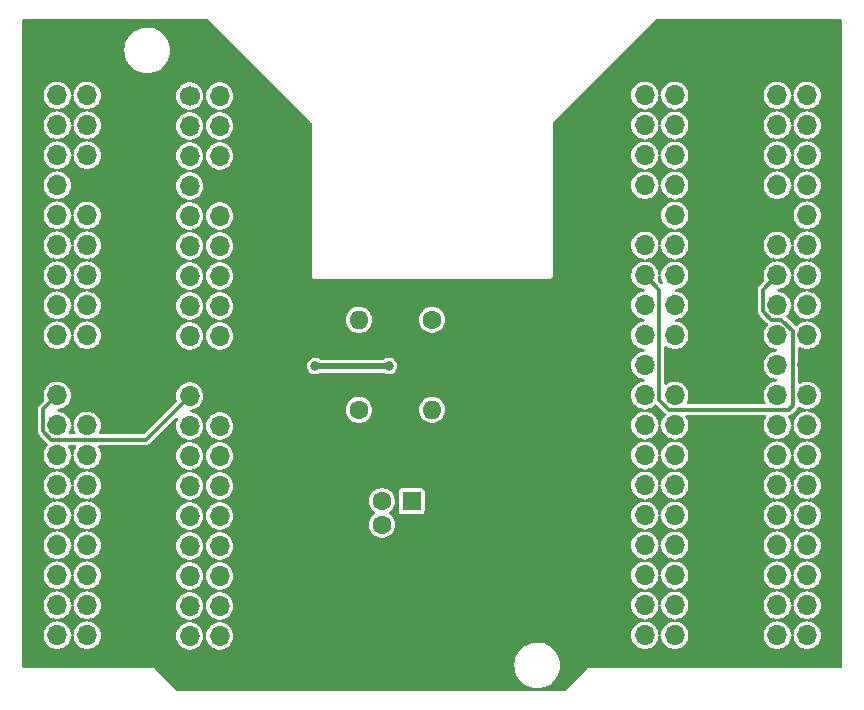
<source format=gbr>
%TF.GenerationSoftware,KiCad,Pcbnew,7.0.9*%
%TF.CreationDate,2024-03-22T11:46:37+01:00*%
%TF.ProjectId,Nucleo_USB_shield,4e75636c-656f-45f5-9553-425f73686965,rev?*%
%TF.SameCoordinates,Original*%
%TF.FileFunction,Copper,L2,Bot*%
%TF.FilePolarity,Positive*%
%FSLAX46Y46*%
G04 Gerber Fmt 4.6, Leading zero omitted, Abs format (unit mm)*
G04 Created by KiCad (PCBNEW 7.0.9) date 2024-03-22 11:46:37*
%MOMM*%
%LPD*%
G01*
G04 APERTURE LIST*
%TA.AperFunction,ComponentPad*%
%ADD10O,1.700000X1.700000*%
%TD*%
%TA.AperFunction,ComponentPad*%
%ADD11C,1.700000*%
%TD*%
%TA.AperFunction,ComponentPad*%
%ADD12C,1.600000*%
%TD*%
%TA.AperFunction,ComponentPad*%
%ADD13O,1.600000X1.600000*%
%TD*%
%TA.AperFunction,ComponentPad*%
%ADD14R,1.600000X1.600000*%
%TD*%
%TA.AperFunction,ComponentPad*%
%ADD15C,4.000000*%
%TD*%
%TA.AperFunction,ViaPad*%
%ADD16C,0.800000*%
%TD*%
%TA.AperFunction,Conductor*%
%ADD17C,0.300000*%
%TD*%
%TA.AperFunction,Conductor*%
%ADD18C,0.500000*%
%TD*%
G04 APERTURE END LIST*
D10*
%TO.P,J4,1,Pin_1*%
%TO.N,/PC_9*%
X153000000Y-56780000D03*
%TO.P,J4,2,Pin_2*%
%TO.N,/PC_8*%
X155540000Y-56780000D03*
%TO.P,J4,3,Pin_3*%
%TO.N,/PB_8*%
X153000000Y-59320000D03*
%TO.P,J4,4,Pin_4*%
%TO.N,/PC_6*%
X155540000Y-59320000D03*
%TO.P,J4,5,Pin_5*%
%TO.N,/PB_9*%
X153000000Y-61860000D03*
%TO.P,J4,6,Pin_6*%
%TO.N,/PC_5*%
X155540000Y-61860000D03*
%TO.P,J4,7,Pin_7*%
%TO.N,/AVDD*%
X153000000Y-64400000D03*
%TO.P,J4,8,Pin_8*%
%TO.N,/U5V*%
X155540000Y-64400000D03*
%TO.P,J4,9,Pin_9*%
%TO.N,/GND*%
X153000000Y-66940000D03*
%TO.P,J4,10,Pin_10*%
%TO.N,unconnected-(J4-Pin_10-Pad10)*%
X155540000Y-66940000D03*
%TO.P,J4,11,Pin_11*%
%TO.N,/PA_5*%
X153000000Y-69480000D03*
%TO.P,J4,12,Pin_12*%
%TO.N,/D+*%
X155540000Y-69480000D03*
%TO.P,J4,13,Pin_13*%
%TO.N,/PA_6*%
X153000000Y-72020000D03*
%TO.P,J4,14,Pin_14*%
%TO.N,/D-*%
X155540000Y-72020000D03*
%TO.P,J4,15,Pin_15*%
%TO.N,/PA_7*%
X153000000Y-74560000D03*
%TO.P,J4,16,Pin_16*%
%TO.N,/PB_12*%
X155540000Y-74560000D03*
%TO.P,J4,17,Pin_17*%
%TO.N,/PB_6*%
X153000000Y-77100000D03*
%TO.P,J4,18,Pin_18*%
%TO.N,unconnected-(J4-Pin_18-Pad18)*%
X155540000Y-77100000D03*
%TO.P,J4,19,Pin_19*%
%TO.N,/PC_7*%
X153000000Y-79640000D03*
%TO.P,J4,20,Pin_20*%
%TO.N,/GND*%
X155540000Y-79640000D03*
%TO.P,J4,21,Pin_21*%
%TO.N,/PA_9*%
X153000000Y-82180000D03*
%TO.P,J4,22,Pin_22*%
%TO.N,/PB_2*%
X155540000Y-82180000D03*
%TO.P,J4,23,Pin_23*%
%TO.N,/PA_8*%
X153000000Y-84720000D03*
%TO.P,J4,24,Pin_24*%
%TO.N,/PB_1*%
X155540000Y-84720000D03*
%TO.P,J4,25,Pin_25*%
%TO.N,/PB_10*%
X153000000Y-87260000D03*
%TO.P,J4,26,Pin_26*%
%TO.N,/PB_15*%
X155540000Y-87260000D03*
%TO.P,J4,27,Pin_27*%
%TO.N,/PB_4*%
X153000000Y-89800000D03*
%TO.P,J4,28,Pin_28*%
%TO.N,/PB_14*%
X155540000Y-89800000D03*
%TO.P,J4,29,Pin_29*%
%TO.N,/PB_5*%
X153000000Y-92340000D03*
%TO.P,J4,30,Pin_30*%
%TO.N,/PB_13*%
X155540000Y-92340000D03*
%TO.P,J4,31,Pin_31*%
%TO.N,/PB_3*%
X153000000Y-94880000D03*
%TO.P,J4,32,Pin_32*%
%TO.N,/AGND*%
X155540000Y-94880000D03*
%TO.P,J4,33,Pin_33*%
%TO.N,/PA_10*%
X153000000Y-97420000D03*
%TO.P,J4,34,Pin_34*%
%TO.N,/PC_4*%
X155540000Y-97420000D03*
%TO.P,J4,35,Pin_35*%
%TO.N,/PA_2*%
X153000000Y-99960000D03*
%TO.P,J4,36,Pin_36*%
%TO.N,unconnected-(J4-Pin_36-Pad36)*%
X155540000Y-99960000D03*
%TO.P,J4,37,Pin_37*%
%TO.N,/PA_3*%
X153000000Y-102500000D03*
%TO.P,J4,38,Pin_38*%
%TO.N,unconnected-(J4-Pin_38-Pad38)*%
X155540000Y-102500000D03*
%TD*%
%TO.P,J2,38,Pin_38*%
%TO.N,/PC_0*%
X117000000Y-102560000D03*
%TO.P,J2,37,Pin_37*%
%TO.N,/PC_3*%
X114460000Y-102560000D03*
%TO.P,J2,36,Pin_36*%
%TO.N,/PC_1*%
X117000000Y-100020000D03*
%TO.P,J2,35,Pin_35*%
%TO.N,/PC_2*%
X114460000Y-100020000D03*
%TO.P,J2,34,Pin_34*%
%TO.N,/PB_0*%
X117000000Y-97480000D03*
%TO.P,J2,33,Pin_33*%
%TO.N,/VBAT*%
X114460000Y-97480000D03*
%TO.P,J2,32,Pin_32*%
%TO.N,/PA_4*%
X117000000Y-94940000D03*
%TO.P,J2,31,Pin_31*%
%TO.N,/PH_1*%
X114460000Y-94940000D03*
%TO.P,J2,30,Pin_30*%
%TO.N,/PA_1*%
X117000000Y-92400000D03*
%TO.P,J2,29,Pin_29*%
%TO.N,/PH_0*%
X114460000Y-92400000D03*
%TO.P,J2,28,Pin_28*%
%TO.N,/PA_0*%
X117000000Y-89860000D03*
%TO.P,J2,27,Pin_27*%
%TO.N,/PC_15*%
X114460000Y-89860000D03*
%TO.P,J2,26,Pin_26*%
%TO.N,unconnected-(J2-Pin_26-Pad26)*%
X117000000Y-87320000D03*
%TO.P,J2,25,Pin_25*%
%TO.N,/PC_14*%
X114460000Y-87320000D03*
%TO.P,J2,24,Pin_24*%
%TO.N,/VIN*%
X117000000Y-84780000D03*
%TO.P,J2,23,Pin_23*%
%TO.N,/PC_13*%
X114460000Y-84780000D03*
%TO.P,J2,22,Pin_22*%
%TO.N,/GND*%
X117000000Y-82240000D03*
%TO.P,J2,21,Pin_21*%
%TO.N,/PB_7*%
X114460000Y-82240000D03*
%TO.P,J2,20,Pin_20*%
%TO.N,/GND*%
X117000000Y-79700000D03*
%TO.P,J2,19,Pin_19*%
X114460000Y-79700000D03*
%TO.P,J2,18,Pin_18*%
%TO.N,/+5V*%
X117000000Y-77160000D03*
%TO.P,J2,17,Pin_17*%
%TO.N,/PA_15*%
X114460000Y-77160000D03*
%TO.P,J2,16,Pin_16*%
%TO.N,/+3V3_2*%
X117000000Y-74620000D03*
%TO.P,J2,15,Pin_15*%
%TO.N,/PA_14*%
X114460000Y-74620000D03*
%TO.P,J2,14,Pin_14*%
%TO.N,/NRST*%
X117000000Y-72080000D03*
%TO.P,J2,13,Pin_13*%
%TO.N,/PA_13*%
X114460000Y-72080000D03*
%TO.P,J2,12,Pin_12*%
%TO.N,/IOREF*%
X117000000Y-69540000D03*
%TO.P,J2,11,Pin_11*%
%TO.N,unconnected-(J2-Pin_11-Pad11)*%
X114460000Y-69540000D03*
%TO.P,J2,10,Pin_10*%
%TO.N,unconnected-(J2-Pin_10-Pad10)*%
X117000000Y-67000000D03*
%TO.P,J2,9,Pin_9*%
%TO.N,unconnected-(J2-Pin_9-Pad9)*%
X114460000Y-67000000D03*
%TO.P,J2,8,Pin_8*%
%TO.N,/GND*%
X117000000Y-64460000D03*
%TO.P,J2,7,Pin_7*%
%TO.N,/BOOT0*%
X114460000Y-64460000D03*
%TO.P,J2,6,Pin_6*%
%TO.N,/E5V*%
X117000000Y-61920000D03*
%TO.P,J2,5,Pin_5*%
%TO.N,/+3V3_1*%
X114460000Y-61920000D03*
%TO.P,J2,4,Pin_4*%
%TO.N,/PD_2*%
X117000000Y-59380000D03*
%TO.P,J2,3,Pin_3*%
%TO.N,/PC_12*%
X114460000Y-59380000D03*
%TO.P,J2,2,Pin_2*%
%TO.N,/PC_11*%
X117000000Y-56840000D03*
D11*
%TO.P,J2,1,Pin_1*%
%TO.N,/PC_10*%
X114460000Y-56840000D03*
%TD*%
D12*
%TO.P,R2,1*%
%TO.N,/+3V3_2*%
X128800000Y-83410000D03*
D13*
%TO.P,R2,2*%
%TO.N,Net-(JP1-B)*%
X128800000Y-75790000D03*
%TD*%
D12*
%TO.P,R1,1*%
%TO.N,Net-(JP1-B)*%
X135000000Y-75780000D03*
D13*
%TO.P,R1,2*%
%TO.N,/D+*%
X135000000Y-83400000D03*
%TD*%
D14*
%TO.P,J5,1,VBUS*%
%TO.N,/E5V*%
X133250000Y-91140000D03*
D12*
%TO.P,J5,2,D-*%
%TO.N,/D-*%
X130750000Y-91140000D03*
%TO.P,J5,3,D+*%
%TO.N,/D+*%
X130750000Y-93140000D03*
%TO.P,J5,4,GND*%
%TO.N,/GND*%
X133250000Y-93140000D03*
D15*
%TO.P,J5,5,Shield*%
X138000000Y-96000000D03*
X126000000Y-96000000D03*
%TD*%
D10*
%TO.P,J1,1,Pin_1*%
%TO.N,/PC_10*%
X103250000Y-56780000D03*
%TO.P,J1,2,Pin_2*%
%TO.N,/PC_11*%
X105790000Y-56780000D03*
%TO.P,J1,3,Pin_3*%
%TO.N,/PC_12*%
X103250000Y-59320000D03*
%TO.P,J1,4,Pin_4*%
%TO.N,/PD_2*%
X105790000Y-59320000D03*
%TO.P,J1,5,Pin_5*%
%TO.N,/+3V3_1*%
X103250000Y-61860000D03*
%TO.P,J1,6,Pin_6*%
%TO.N,/E5V*%
X105790000Y-61860000D03*
%TO.P,J1,7,Pin_7*%
%TO.N,/BOOT0*%
X103250000Y-64400000D03*
%TO.P,J1,8,Pin_8*%
%TO.N,/GND*%
X105790000Y-64400000D03*
%TO.P,J1,9,Pin_9*%
%TO.N,unconnected-(J1-Pin_9-Pad9)*%
X103250000Y-66940000D03*
%TO.P,J1,10,Pin_10*%
%TO.N,unconnected-(J1-Pin_10-Pad10)*%
X105790000Y-66940000D03*
%TO.P,J1,11,Pin_11*%
%TO.N,unconnected-(J1-Pin_11-Pad11)*%
X103250000Y-69480000D03*
%TO.P,J1,12,Pin_12*%
%TO.N,/IOREF*%
X105790000Y-69480000D03*
%TO.P,J1,13,Pin_13*%
%TO.N,/PA_13*%
X103250000Y-72020000D03*
%TO.P,J1,14,Pin_14*%
%TO.N,/NRST*%
X105790000Y-72020000D03*
%TO.P,J1,15,Pin_15*%
%TO.N,/PA_14*%
X103250000Y-74560000D03*
%TO.P,J1,16,Pin_16*%
%TO.N,/+3V3_2*%
X105790000Y-74560000D03*
%TO.P,J1,17,Pin_17*%
%TO.N,/PA_15*%
X103250000Y-77100000D03*
%TO.P,J1,18,Pin_18*%
%TO.N,/+5V*%
X105790000Y-77100000D03*
%TO.P,J1,19,Pin_19*%
%TO.N,/GND*%
X103250000Y-79640000D03*
%TO.P,J1,20,Pin_20*%
X105790000Y-79640000D03*
%TO.P,J1,21,Pin_21*%
%TO.N,/PB_7*%
X103250000Y-82180000D03*
%TO.P,J1,22,Pin_22*%
%TO.N,/GND*%
X105790000Y-82180000D03*
%TO.P,J1,23,Pin_23*%
%TO.N,/PC_13*%
X103250000Y-84720000D03*
%TO.P,J1,24,Pin_24*%
%TO.N,/VIN*%
X105790000Y-84720000D03*
%TO.P,J1,25,Pin_25*%
%TO.N,/PC_14*%
X103250000Y-87260000D03*
%TO.P,J1,26,Pin_26*%
%TO.N,unconnected-(J1-Pin_26-Pad26)*%
X105790000Y-87260000D03*
%TO.P,J1,27,Pin_27*%
%TO.N,/PC_15*%
X103250000Y-89800000D03*
%TO.P,J1,28,Pin_28*%
%TO.N,/PA_0*%
X105790000Y-89800000D03*
%TO.P,J1,29,Pin_29*%
%TO.N,/PH_0*%
X103250000Y-92340000D03*
%TO.P,J1,30,Pin_30*%
%TO.N,/PA_1*%
X105790000Y-92340000D03*
%TO.P,J1,31,Pin_31*%
%TO.N,/PH_1*%
X103250000Y-94880000D03*
%TO.P,J1,32,Pin_32*%
%TO.N,/PA_4*%
X105790000Y-94880000D03*
%TO.P,J1,33,Pin_33*%
%TO.N,/VBAT*%
X103250000Y-97420000D03*
%TO.P,J1,34,Pin_34*%
%TO.N,/PB_0*%
X105790000Y-97420000D03*
%TO.P,J1,35,Pin_35*%
%TO.N,/PC_2*%
X103250000Y-99960000D03*
%TO.P,J1,36,Pin_36*%
%TO.N,/PC_1*%
X105790000Y-99960000D03*
%TO.P,J1,37,Pin_37*%
%TO.N,/PC_3*%
X103250000Y-102500000D03*
%TO.P,J1,38,Pin_38*%
%TO.N,/PC_0*%
X105790000Y-102500000D03*
%TD*%
%TO.P,J3,1,Pin_1*%
%TO.N,/PC_9*%
X164210000Y-56780000D03*
%TO.P,J3,2,Pin_2*%
%TO.N,/PC_8*%
X166750000Y-56780000D03*
%TO.P,J3,3,Pin_3*%
%TO.N,/PB_8*%
X164210000Y-59320000D03*
%TO.P,J3,4,Pin_4*%
%TO.N,/PC_6*%
X166750000Y-59320000D03*
%TO.P,J3,5,Pin_5*%
%TO.N,/PB_9*%
X164210000Y-61860000D03*
%TO.P,J3,6,Pin_6*%
%TO.N,/PC_5*%
X166750000Y-61860000D03*
%TO.P,J3,7,Pin_7*%
%TO.N,/AVDD*%
X164210000Y-64400000D03*
%TO.P,J3,8,Pin_8*%
%TO.N,/U5V*%
X166750000Y-64400000D03*
%TO.P,J3,9,Pin_9*%
%TO.N,/GND*%
X164210000Y-66940000D03*
%TO.P,J3,10,Pin_10*%
%TO.N,unconnected-(J3-Pin_10-Pad10)*%
X166750000Y-66940000D03*
%TO.P,J3,11,Pin_11*%
%TO.N,/PA_5*%
X164210000Y-69480000D03*
%TO.P,J3,12,Pin_12*%
%TO.N,/D+*%
X166750000Y-69480000D03*
%TO.P,J3,13,Pin_13*%
%TO.N,/PA_6*%
X164210000Y-72020000D03*
%TO.P,J3,14,Pin_14*%
%TO.N,/D-*%
X166750000Y-72020000D03*
%TO.P,J3,15,Pin_15*%
%TO.N,/PA_7*%
X164210000Y-74560000D03*
%TO.P,J3,16,Pin_16*%
%TO.N,/PB_12*%
X166750000Y-74560000D03*
%TO.P,J3,17,Pin_17*%
%TO.N,/PB_6*%
X164210000Y-77100000D03*
%TO.P,J3,18,Pin_18*%
%TO.N,unconnected-(J3-Pin_18-Pad18)*%
X166750000Y-77100000D03*
%TO.P,J3,19,Pin_19*%
%TO.N,/PC_7*%
X164210000Y-79640000D03*
%TO.P,J3,20,Pin_20*%
%TO.N,/GND*%
X166750000Y-79640000D03*
%TO.P,J3,21,Pin_21*%
%TO.N,/PA_9*%
X164210000Y-82180000D03*
%TO.P,J3,22,Pin_22*%
%TO.N,/PB_2*%
X166750000Y-82180000D03*
%TO.P,J3,23,Pin_23*%
%TO.N,/PA_8*%
X164210000Y-84720000D03*
%TO.P,J3,24,Pin_24*%
%TO.N,/PB_1*%
X166750000Y-84720000D03*
%TO.P,J3,25,Pin_25*%
%TO.N,/PB_10*%
X164210000Y-87260000D03*
%TO.P,J3,26,Pin_26*%
%TO.N,/PB_15*%
X166750000Y-87260000D03*
%TO.P,J3,27,Pin_27*%
%TO.N,/PB_4*%
X164210000Y-89800000D03*
%TO.P,J3,28,Pin_28*%
%TO.N,/PB_14*%
X166750000Y-89800000D03*
%TO.P,J3,29,Pin_29*%
%TO.N,/PB_5*%
X164210000Y-92340000D03*
%TO.P,J3,30,Pin_30*%
%TO.N,/PB_13*%
X166750000Y-92340000D03*
%TO.P,J3,31,Pin_31*%
%TO.N,/PB_3*%
X164210000Y-94880000D03*
%TO.P,J3,32,Pin_32*%
%TO.N,/AGND*%
X166750000Y-94880000D03*
%TO.P,J3,33,Pin_33*%
%TO.N,/PA_10*%
X164210000Y-97420000D03*
%TO.P,J3,34,Pin_34*%
%TO.N,/PC_4*%
X166750000Y-97420000D03*
%TO.P,J3,35,Pin_35*%
%TO.N,/PA_2*%
X164210000Y-99960000D03*
%TO.P,J3,36,Pin_36*%
%TO.N,unconnected-(J3-Pin_36-Pad36)*%
X166750000Y-99960000D03*
%TO.P,J3,37,Pin_37*%
%TO.N,/PA_3*%
X164210000Y-102500000D03*
%TO.P,J3,38,Pin_38*%
%TO.N,unconnected-(J3-Pin_38-Pad38)*%
X166750000Y-102500000D03*
%TD*%
D16*
%TO.N,/E5V*%
X131350000Y-79700000D03*
X125100000Y-79700000D03*
%TD*%
D17*
%TO.N,/PA_6*%
X165550000Y-83030000D02*
X165550000Y-76742943D01*
X165200000Y-83380000D02*
X165550000Y-83030000D01*
X165550000Y-76742943D02*
X164567057Y-75760000D01*
X164210000Y-72020000D02*
X163010000Y-73220000D01*
X165200000Y-83380000D02*
X155042943Y-83380000D01*
X163010000Y-75057057D02*
X163712943Y-75760000D01*
X163010000Y-73220000D02*
X163010000Y-75057057D01*
X163712943Y-75760000D02*
X164567057Y-75760000D01*
X154200000Y-73220000D02*
X153000000Y-72020000D01*
X154200000Y-82537057D02*
X154200000Y-73220000D01*
X155042943Y-83380000D02*
X154200000Y-82537057D01*
%TO.N,/PB_7*%
X110770000Y-85930000D02*
X114460000Y-82240000D01*
X102050000Y-85217057D02*
X102762943Y-85930000D01*
X102762943Y-85930000D02*
X110770000Y-85930000D01*
X102050000Y-83360000D02*
X102050000Y-85217057D01*
D18*
%TO.N,/E5V*%
X125100000Y-79700000D02*
X131350000Y-79700000D01*
D17*
%TO.N,/PB_7*%
X102070000Y-83360000D02*
X103250000Y-82180000D01*
%TD*%
%TA.AperFunction,Conductor*%
%TO.N,/GND*%
G36*
X115991206Y-50320185D02*
G01*
X116011848Y-50336819D01*
X124763181Y-59088152D01*
X124796666Y-59149475D01*
X124799500Y-59175833D01*
X124799500Y-71960784D01*
X124796437Y-71982745D01*
X124795598Y-71991792D01*
X124799235Y-72031035D01*
X124799500Y-72036758D01*
X124799500Y-72047843D01*
X124799501Y-72047855D01*
X124801536Y-72058749D01*
X124802327Y-72064415D01*
X124805964Y-72103658D01*
X124808443Y-72112372D01*
X124811667Y-72121989D01*
X124814938Y-72130432D01*
X124814939Y-72130433D01*
X124835690Y-72163948D01*
X124838467Y-72168933D01*
X124844442Y-72180931D01*
X124856042Y-72204228D01*
X124861526Y-72211490D01*
X124867957Y-72219235D01*
X124874080Y-72225951D01*
X124905535Y-72249706D01*
X124909943Y-72253366D01*
X124910006Y-72253423D01*
X124939067Y-72279916D01*
X124939068Y-72279916D01*
X124939069Y-72279917D01*
X124946797Y-72284702D01*
X124955580Y-72289594D01*
X124963732Y-72293653D01*
X124963736Y-72293656D01*
X125001660Y-72304445D01*
X125007054Y-72306253D01*
X125043827Y-72320500D01*
X125043829Y-72320500D01*
X125052755Y-72322169D01*
X125062742Y-72323562D01*
X125071792Y-72324401D01*
X125071792Y-72324400D01*
X125071793Y-72324401D01*
X125080847Y-72323562D01*
X125111036Y-72320765D01*
X125116759Y-72320500D01*
X144840785Y-72320500D01*
X144862742Y-72323562D01*
X144871792Y-72324401D01*
X144871792Y-72324400D01*
X144871793Y-72324401D01*
X144880847Y-72323562D01*
X144911036Y-72320765D01*
X144916759Y-72320500D01*
X144927844Y-72320500D01*
X144938757Y-72318459D01*
X144944387Y-72317673D01*
X144983660Y-72314035D01*
X144983665Y-72314032D01*
X144992421Y-72311541D01*
X145001940Y-72308350D01*
X145010431Y-72305061D01*
X145010433Y-72305061D01*
X145043965Y-72284297D01*
X145048919Y-72281538D01*
X145084228Y-72263958D01*
X145084229Y-72263957D01*
X145091523Y-72258448D01*
X145099197Y-72252076D01*
X145105949Y-72245921D01*
X145105949Y-72245920D01*
X145105952Y-72245919D01*
X145129715Y-72214449D01*
X145133341Y-72210082D01*
X145159916Y-72180933D01*
X145159918Y-72180927D01*
X145164721Y-72173170D01*
X145169579Y-72164448D01*
X145173650Y-72156271D01*
X145173656Y-72156264D01*
X145184445Y-72118338D01*
X145186251Y-72112951D01*
X145200500Y-72076173D01*
X145200500Y-72076170D01*
X145200501Y-72076168D01*
X145202172Y-72067229D01*
X145203561Y-72057276D01*
X145204401Y-72048207D01*
X145200765Y-72008964D01*
X145200500Y-72003241D01*
X145200500Y-64400000D01*
X151844571Y-64400000D01*
X151864244Y-64612310D01*
X151922596Y-64817392D01*
X151922596Y-64817394D01*
X152017632Y-65008253D01*
X152062944Y-65068255D01*
X152146128Y-65178407D01*
X152303698Y-65322052D01*
X152484981Y-65434298D01*
X152683802Y-65511321D01*
X152893390Y-65550500D01*
X152893392Y-65550500D01*
X153106608Y-65550500D01*
X153106610Y-65550500D01*
X153316198Y-65511321D01*
X153515019Y-65434298D01*
X153696302Y-65322052D01*
X153853872Y-65178407D01*
X153982366Y-65008255D01*
X153982367Y-65008253D01*
X154077403Y-64817394D01*
X154077403Y-64817393D01*
X154077405Y-64817389D01*
X154135756Y-64612310D01*
X154146529Y-64496047D01*
X154172315Y-64431111D01*
X154216869Y-64399194D01*
X154180497Y-64378331D01*
X154148307Y-64316318D01*
X154146529Y-64303951D01*
X154145849Y-64296613D01*
X154135756Y-64187690D01*
X154077405Y-63982611D01*
X154077403Y-63982606D01*
X154077403Y-63982605D01*
X153982367Y-63791746D01*
X153853872Y-63621593D01*
X153762117Y-63537947D01*
X153696302Y-63477948D01*
X153515019Y-63365702D01*
X153515017Y-63365701D01*
X153376110Y-63311889D01*
X153316198Y-63288679D01*
X153119385Y-63251888D01*
X153057106Y-63220221D01*
X153021833Y-63159908D01*
X153024767Y-63090100D01*
X153064976Y-63032960D01*
X153119384Y-63008111D01*
X153316198Y-62971321D01*
X153515019Y-62894298D01*
X153696302Y-62782052D01*
X153853872Y-62638407D01*
X153982366Y-62468255D01*
X153982367Y-62468253D01*
X154077403Y-62277394D01*
X154077403Y-62277393D01*
X154077405Y-62277389D01*
X154135756Y-62072310D01*
X154146529Y-61956047D01*
X154172315Y-61891111D01*
X154216869Y-61859194D01*
X154180497Y-61838331D01*
X154148307Y-61776318D01*
X154146529Y-61763951D01*
X154145849Y-61756613D01*
X154135756Y-61647690D01*
X154077405Y-61442611D01*
X154077403Y-61442606D01*
X154077403Y-61442605D01*
X153982367Y-61251746D01*
X153853872Y-61081593D01*
X153762117Y-60997947D01*
X153696302Y-60937948D01*
X153515019Y-60825702D01*
X153515017Y-60825701D01*
X153376110Y-60771889D01*
X153316198Y-60748679D01*
X153119385Y-60711888D01*
X153057106Y-60680221D01*
X153021833Y-60619908D01*
X153024767Y-60550100D01*
X153064976Y-60492960D01*
X153119384Y-60468111D01*
X153316198Y-60431321D01*
X153515019Y-60354298D01*
X153696302Y-60242052D01*
X153853872Y-60098407D01*
X153982366Y-59928255D01*
X153982367Y-59928253D01*
X154077403Y-59737394D01*
X154077403Y-59737393D01*
X154077405Y-59737389D01*
X154135756Y-59532310D01*
X154146529Y-59416047D01*
X154172315Y-59351111D01*
X154216869Y-59319194D01*
X154180497Y-59298331D01*
X154148307Y-59236318D01*
X154146529Y-59223951D01*
X154142070Y-59175833D01*
X154135756Y-59107690D01*
X154077405Y-58902611D01*
X154077403Y-58902606D01*
X154077403Y-58902605D01*
X153982367Y-58711746D01*
X153853872Y-58541593D01*
X153762117Y-58457947D01*
X153696302Y-58397948D01*
X153515019Y-58285702D01*
X153515017Y-58285701D01*
X153376110Y-58231889D01*
X153316198Y-58208679D01*
X153119385Y-58171888D01*
X153057106Y-58140221D01*
X153021833Y-58079908D01*
X153024767Y-58010100D01*
X153064976Y-57952960D01*
X153119384Y-57928111D01*
X153316198Y-57891321D01*
X153515019Y-57814298D01*
X153696302Y-57702052D01*
X153853872Y-57558407D01*
X153982366Y-57388255D01*
X153982367Y-57388253D01*
X154077403Y-57197394D01*
X154077403Y-57197393D01*
X154077405Y-57197389D01*
X154135756Y-56992310D01*
X154146529Y-56876047D01*
X154172315Y-56811111D01*
X154216869Y-56779194D01*
X154180497Y-56758331D01*
X154148307Y-56696318D01*
X154146529Y-56683951D01*
X154145849Y-56676613D01*
X154135756Y-56567690D01*
X154077405Y-56362611D01*
X154077403Y-56362606D01*
X154077403Y-56362605D01*
X153982367Y-56171746D01*
X153853872Y-56001593D01*
X153762117Y-55917947D01*
X153696302Y-55857948D01*
X153515019Y-55745702D01*
X153515017Y-55745701D01*
X153415608Y-55707190D01*
X153316198Y-55668679D01*
X153106610Y-55629500D01*
X152893390Y-55629500D01*
X152683802Y-55668679D01*
X152683799Y-55668679D01*
X152683799Y-55668680D01*
X152484982Y-55745701D01*
X152484980Y-55745702D01*
X152303699Y-55857947D01*
X152146127Y-56001593D01*
X152017632Y-56171746D01*
X151922596Y-56362605D01*
X151922596Y-56362607D01*
X151864244Y-56567689D01*
X151844571Y-56779999D01*
X151844571Y-56780000D01*
X151864244Y-56992310D01*
X151922596Y-57197392D01*
X151922596Y-57197394D01*
X152017632Y-57388253D01*
X152062944Y-57448255D01*
X152146128Y-57558407D01*
X152303698Y-57702052D01*
X152484981Y-57814298D01*
X152683802Y-57891321D01*
X152880613Y-57928111D01*
X152942893Y-57959779D01*
X152978166Y-58020092D01*
X152975232Y-58089900D01*
X152935023Y-58147040D01*
X152880613Y-58171888D01*
X152683802Y-58208679D01*
X152683799Y-58208679D01*
X152683799Y-58208680D01*
X152484982Y-58285701D01*
X152484980Y-58285702D01*
X152303699Y-58397947D01*
X152146127Y-58541593D01*
X152017632Y-58711746D01*
X151922596Y-58902605D01*
X151922596Y-58902607D01*
X151864244Y-59107689D01*
X151844571Y-59319999D01*
X151844571Y-59320000D01*
X151864244Y-59532310D01*
X151922596Y-59737392D01*
X151922596Y-59737394D01*
X152017632Y-59928253D01*
X152062944Y-59988255D01*
X152146128Y-60098407D01*
X152303698Y-60242052D01*
X152484981Y-60354298D01*
X152683802Y-60431321D01*
X152880613Y-60468111D01*
X152942893Y-60499779D01*
X152978166Y-60560092D01*
X152975232Y-60629900D01*
X152935023Y-60687040D01*
X152880613Y-60711888D01*
X152683802Y-60748679D01*
X152683799Y-60748679D01*
X152683799Y-60748680D01*
X152484982Y-60825701D01*
X152484980Y-60825702D01*
X152303699Y-60937947D01*
X152146127Y-61081593D01*
X152017632Y-61251746D01*
X151922596Y-61442605D01*
X151922596Y-61442607D01*
X151864244Y-61647689D01*
X151844571Y-61859999D01*
X151844571Y-61860000D01*
X151864244Y-62072310D01*
X151922596Y-62277392D01*
X151922596Y-62277394D01*
X152017632Y-62468253D01*
X152062944Y-62528255D01*
X152146128Y-62638407D01*
X152303698Y-62782052D01*
X152484981Y-62894298D01*
X152683802Y-62971321D01*
X152880613Y-63008111D01*
X152942893Y-63039779D01*
X152978166Y-63100092D01*
X152975232Y-63169900D01*
X152935023Y-63227040D01*
X152880613Y-63251888D01*
X152683802Y-63288679D01*
X152683799Y-63288679D01*
X152683799Y-63288680D01*
X152484982Y-63365701D01*
X152484980Y-63365702D01*
X152303699Y-63477947D01*
X152146127Y-63621593D01*
X152017632Y-63791746D01*
X151922596Y-63982605D01*
X151922596Y-63982607D01*
X151864244Y-64187689D01*
X151844571Y-64399999D01*
X151844571Y-64400000D01*
X145200500Y-64400000D01*
X145200500Y-59175833D01*
X145220185Y-59108794D01*
X145236819Y-59088152D01*
X153988152Y-50336819D01*
X154049475Y-50303334D01*
X154075833Y-50300500D01*
X169575500Y-50300500D01*
X169642539Y-50320185D01*
X169688294Y-50372989D01*
X169699500Y-50424500D01*
X169699500Y-105115500D01*
X169679815Y-105182539D01*
X169627011Y-105228294D01*
X169575500Y-105239500D01*
X148362841Y-105239500D01*
X148354267Y-105238905D01*
X148342238Y-105237227D01*
X148342235Y-105237227D01*
X148317219Y-105238383D01*
X148294490Y-105239434D01*
X148291627Y-105239500D01*
X148272155Y-105239500D01*
X148271207Y-105239677D01*
X148269515Y-105239993D01*
X148260987Y-105240982D01*
X148231797Y-105242332D01*
X148230008Y-105242415D01*
X148223663Y-105245215D01*
X148196380Y-105253665D01*
X148189568Y-105254938D01*
X148189567Y-105254939D01*
X148163206Y-105271260D01*
X148155607Y-105275265D01*
X148127235Y-105287793D01*
X148122336Y-105292693D01*
X148099942Y-105310431D01*
X148094048Y-105314080D01*
X148075359Y-105338827D01*
X148069718Y-105345310D01*
X146211848Y-107203181D01*
X146150525Y-107236666D01*
X146124167Y-107239500D01*
X113475833Y-107239500D01*
X113408794Y-107219815D01*
X113388152Y-107203181D01*
X111556922Y-105371951D01*
X111551278Y-105365465D01*
X111543956Y-105355770D01*
X111508624Y-105323560D01*
X111506573Y-105321602D01*
X111492797Y-105307826D01*
X111490586Y-105306311D01*
X111483853Y-105300978D01*
X111460933Y-105280084D01*
X111454470Y-105277580D01*
X111429192Y-105264256D01*
X111423481Y-105260344D01*
X111423478Y-105260343D01*
X111423479Y-105260343D01*
X111393302Y-105253244D01*
X111385094Y-105250703D01*
X111356173Y-105239500D01*
X111349249Y-105239500D01*
X111320858Y-105236206D01*
X111314119Y-105234621D01*
X111283409Y-105238905D01*
X111274834Y-105239500D01*
X100424500Y-105239500D01*
X100357461Y-105219815D01*
X100311706Y-105167011D01*
X100300500Y-105115500D01*
X100300500Y-105040001D01*
X141954569Y-105040001D01*
X141974269Y-105315442D01*
X141974270Y-105315449D01*
X142032966Y-105585267D01*
X142032968Y-105585274D01*
X142088377Y-105733831D01*
X142129470Y-105844008D01*
X142129472Y-105844012D01*
X142261808Y-106086367D01*
X142261813Y-106086375D01*
X142427292Y-106307430D01*
X142427308Y-106307448D01*
X142622551Y-106502691D01*
X142622569Y-106502707D01*
X142843624Y-106668186D01*
X142843632Y-106668191D01*
X143085987Y-106800527D01*
X143085991Y-106800529D01*
X143085993Y-106800530D01*
X143344726Y-106897032D01*
X143614559Y-106955731D01*
X143821056Y-106970500D01*
X143958944Y-106970500D01*
X144165441Y-106955731D01*
X144435274Y-106897032D01*
X144694007Y-106800530D01*
X144936373Y-106668188D01*
X145157438Y-106502701D01*
X145352701Y-106307438D01*
X145518188Y-106086373D01*
X145650530Y-105844007D01*
X145747032Y-105585274D01*
X145805731Y-105315441D01*
X145825431Y-105040000D01*
X145805731Y-104764559D01*
X145747032Y-104494726D01*
X145650530Y-104235993D01*
X145518188Y-103993627D01*
X145518186Y-103993624D01*
X145352707Y-103772569D01*
X145352691Y-103772551D01*
X145157448Y-103577308D01*
X145157430Y-103577292D01*
X144936375Y-103411813D01*
X144936367Y-103411808D01*
X144694012Y-103279472D01*
X144694008Y-103279470D01*
X144595917Y-103242884D01*
X144435274Y-103182968D01*
X144435270Y-103182967D01*
X144435267Y-103182966D01*
X144165449Y-103124270D01*
X144165442Y-103124269D01*
X143958944Y-103109500D01*
X143821056Y-103109500D01*
X143614557Y-103124269D01*
X143614550Y-103124270D01*
X143344732Y-103182966D01*
X143344727Y-103182967D01*
X143344726Y-103182968D01*
X143282172Y-103206299D01*
X143085991Y-103279470D01*
X143085987Y-103279472D01*
X142843632Y-103411808D01*
X142843624Y-103411813D01*
X142622569Y-103577292D01*
X142622551Y-103577308D01*
X142427308Y-103772551D01*
X142427292Y-103772569D01*
X142261813Y-103993624D01*
X142261808Y-103993632D01*
X142129472Y-104235987D01*
X142129470Y-104235991D01*
X142032966Y-104494732D01*
X141974270Y-104764550D01*
X141974269Y-104764557D01*
X141954569Y-105039998D01*
X141954569Y-105040001D01*
X100300500Y-105040001D01*
X100300500Y-85234091D01*
X101594729Y-85234091D01*
X101605788Y-85292536D01*
X101614652Y-85351347D01*
X101617162Y-85359484D01*
X101619978Y-85367532D01*
X101647777Y-85420129D01*
X101673576Y-85473701D01*
X101678362Y-85480722D01*
X101683431Y-85487589D01*
X101683434Y-85487595D01*
X101683438Y-85487599D01*
X101725495Y-85529656D01*
X101765947Y-85573253D01*
X101773210Y-85579045D01*
X101772689Y-85579698D01*
X101784930Y-85589091D01*
X102424033Y-86228193D01*
X102428669Y-86233380D01*
X102457215Y-86269175D01*
X102483624Y-86333862D01*
X102470869Y-86402557D01*
X102443809Y-86438125D01*
X102396127Y-86481593D01*
X102267632Y-86651746D01*
X102172596Y-86842605D01*
X102172596Y-86842607D01*
X102114244Y-87047689D01*
X102094571Y-87259999D01*
X102094571Y-87260000D01*
X102114244Y-87472310D01*
X102172596Y-87677392D01*
X102172596Y-87677394D01*
X102267632Y-87868253D01*
X102312944Y-87928255D01*
X102396128Y-88038407D01*
X102553698Y-88182052D01*
X102734981Y-88294298D01*
X102933802Y-88371321D01*
X103130613Y-88408111D01*
X103192893Y-88439779D01*
X103228166Y-88500092D01*
X103225232Y-88569900D01*
X103185023Y-88627040D01*
X103130613Y-88651888D01*
X102933802Y-88688679D01*
X102933799Y-88688679D01*
X102933799Y-88688680D01*
X102734982Y-88765701D01*
X102734980Y-88765702D01*
X102553699Y-88877947D01*
X102396127Y-89021593D01*
X102267632Y-89191746D01*
X102172596Y-89382605D01*
X102172596Y-89382607D01*
X102172595Y-89382611D01*
X102114244Y-89587690D01*
X102094571Y-89800000D01*
X102114244Y-90012310D01*
X102158324Y-90167234D01*
X102172596Y-90217392D01*
X102172596Y-90217394D01*
X102267632Y-90408253D01*
X102380852Y-90558179D01*
X102396128Y-90578407D01*
X102553698Y-90722052D01*
X102734981Y-90834298D01*
X102933802Y-90911321D01*
X103130613Y-90948111D01*
X103192893Y-90979779D01*
X103228166Y-91040092D01*
X103225232Y-91109900D01*
X103185023Y-91167040D01*
X103130613Y-91191888D01*
X102933802Y-91228679D01*
X102933799Y-91228679D01*
X102933799Y-91228680D01*
X102734982Y-91305701D01*
X102734980Y-91305702D01*
X102553699Y-91417947D01*
X102396127Y-91561593D01*
X102267632Y-91731746D01*
X102172596Y-91922605D01*
X102172596Y-91922607D01*
X102114244Y-92127689D01*
X102094571Y-92339999D01*
X102094571Y-92340000D01*
X102114244Y-92552310D01*
X102172596Y-92757392D01*
X102172596Y-92757394D01*
X102267632Y-92948253D01*
X102312944Y-93008255D01*
X102396128Y-93118407D01*
X102553698Y-93262052D01*
X102734981Y-93374298D01*
X102933802Y-93451321D01*
X103130613Y-93488111D01*
X103192893Y-93519779D01*
X103228166Y-93580092D01*
X103225232Y-93649900D01*
X103185023Y-93707040D01*
X103130613Y-93731888D01*
X102933802Y-93768679D01*
X102933799Y-93768679D01*
X102933799Y-93768680D01*
X102734982Y-93845701D01*
X102734980Y-93845702D01*
X102553699Y-93957947D01*
X102396127Y-94101593D01*
X102267632Y-94271746D01*
X102172596Y-94462605D01*
X102172596Y-94462607D01*
X102114244Y-94667689D01*
X102094571Y-94879999D01*
X102094571Y-94880000D01*
X102114244Y-95092310D01*
X102172596Y-95297392D01*
X102172596Y-95297394D01*
X102267632Y-95488253D01*
X102312944Y-95548255D01*
X102396128Y-95658407D01*
X102553698Y-95802052D01*
X102734981Y-95914298D01*
X102933802Y-95991321D01*
X103130613Y-96028111D01*
X103192893Y-96059779D01*
X103228166Y-96120092D01*
X103225232Y-96189900D01*
X103185023Y-96247040D01*
X103130613Y-96271888D01*
X102933802Y-96308679D01*
X102933799Y-96308679D01*
X102933799Y-96308680D01*
X102734982Y-96385701D01*
X102734980Y-96385702D01*
X102553699Y-96497947D01*
X102396127Y-96641593D01*
X102267632Y-96811746D01*
X102172596Y-97002605D01*
X102172596Y-97002607D01*
X102114244Y-97207689D01*
X102094571Y-97419999D01*
X102094571Y-97420000D01*
X102114244Y-97632310D01*
X102172596Y-97837392D01*
X102172596Y-97837394D01*
X102267632Y-98028253D01*
X102312944Y-98088255D01*
X102396128Y-98198407D01*
X102553698Y-98342052D01*
X102734981Y-98454298D01*
X102933802Y-98531321D01*
X103130613Y-98568111D01*
X103192893Y-98599779D01*
X103228166Y-98660092D01*
X103225232Y-98729900D01*
X103185023Y-98787040D01*
X103130613Y-98811888D01*
X102933802Y-98848679D01*
X102933799Y-98848679D01*
X102933799Y-98848680D01*
X102734982Y-98925701D01*
X102734980Y-98925702D01*
X102553699Y-99037947D01*
X102396127Y-99181593D01*
X102267632Y-99351746D01*
X102172596Y-99542605D01*
X102172596Y-99542607D01*
X102114244Y-99747689D01*
X102094571Y-99959999D01*
X102094571Y-99960000D01*
X102114244Y-100172310D01*
X102172596Y-100377392D01*
X102172596Y-100377394D01*
X102267632Y-100568253D01*
X102312944Y-100628255D01*
X102396128Y-100738407D01*
X102553698Y-100882052D01*
X102734981Y-100994298D01*
X102933802Y-101071321D01*
X103130613Y-101108111D01*
X103192893Y-101139779D01*
X103228166Y-101200092D01*
X103225232Y-101269900D01*
X103185023Y-101327040D01*
X103130613Y-101351888D01*
X102933802Y-101388679D01*
X102933799Y-101388679D01*
X102933799Y-101388680D01*
X102734982Y-101465701D01*
X102734980Y-101465702D01*
X102553699Y-101577947D01*
X102396127Y-101721593D01*
X102267632Y-101891746D01*
X102172596Y-102082605D01*
X102172596Y-102082607D01*
X102114244Y-102287689D01*
X102094571Y-102499999D01*
X102094571Y-102500000D01*
X102114244Y-102712310D01*
X102172596Y-102917392D01*
X102172596Y-102917394D01*
X102267632Y-103108253D01*
X102324055Y-103182968D01*
X102396128Y-103278407D01*
X102553698Y-103422052D01*
X102734981Y-103534298D01*
X102933802Y-103611321D01*
X103143390Y-103650500D01*
X103143392Y-103650500D01*
X103356608Y-103650500D01*
X103356610Y-103650500D01*
X103566198Y-103611321D01*
X103765019Y-103534298D01*
X103946302Y-103422052D01*
X104103872Y-103278407D01*
X104232366Y-103108255D01*
X104232367Y-103108253D01*
X104327403Y-102917394D01*
X104327403Y-102917393D01*
X104327405Y-102917389D01*
X104385756Y-102712310D01*
X104396529Y-102596047D01*
X104422315Y-102531111D01*
X104466869Y-102499194D01*
X104430497Y-102478331D01*
X104398307Y-102416318D01*
X104396529Y-102403951D01*
X104395849Y-102396613D01*
X104385756Y-102287690D01*
X104327405Y-102082611D01*
X104327403Y-102082606D01*
X104327403Y-102082605D01*
X104232367Y-101891746D01*
X104103872Y-101721593D01*
X104012117Y-101637947D01*
X103946302Y-101577948D01*
X103765019Y-101465702D01*
X103765017Y-101465701D01*
X103626110Y-101411889D01*
X103566198Y-101388679D01*
X103369385Y-101351888D01*
X103307106Y-101320221D01*
X103271833Y-101259908D01*
X103274767Y-101190100D01*
X103314976Y-101132960D01*
X103369384Y-101108111D01*
X103566198Y-101071321D01*
X103765019Y-100994298D01*
X103946302Y-100882052D01*
X104103872Y-100738407D01*
X104232366Y-100568255D01*
X104232367Y-100568253D01*
X104327403Y-100377394D01*
X104327403Y-100377393D01*
X104327405Y-100377389D01*
X104385756Y-100172310D01*
X104396529Y-100056047D01*
X104422315Y-99991111D01*
X104466869Y-99959194D01*
X104430497Y-99938331D01*
X104398307Y-99876318D01*
X104396529Y-99863951D01*
X104395849Y-99856613D01*
X104385756Y-99747690D01*
X104327405Y-99542611D01*
X104327403Y-99542606D01*
X104327403Y-99542605D01*
X104232367Y-99351746D01*
X104103872Y-99181593D01*
X104012117Y-99097947D01*
X103946302Y-99037948D01*
X103765019Y-98925702D01*
X103765017Y-98925701D01*
X103626110Y-98871889D01*
X103566198Y-98848679D01*
X103369385Y-98811888D01*
X103307106Y-98780221D01*
X103271833Y-98719908D01*
X103274767Y-98650100D01*
X103314976Y-98592960D01*
X103369384Y-98568111D01*
X103566198Y-98531321D01*
X103765019Y-98454298D01*
X103946302Y-98342052D01*
X104103872Y-98198407D01*
X104232366Y-98028255D01*
X104232367Y-98028253D01*
X104327403Y-97837394D01*
X104327403Y-97837393D01*
X104327405Y-97837389D01*
X104385756Y-97632310D01*
X104396529Y-97516047D01*
X104422315Y-97451111D01*
X104466869Y-97419194D01*
X104430497Y-97398331D01*
X104398307Y-97336318D01*
X104396529Y-97323951D01*
X104395849Y-97316613D01*
X104385756Y-97207690D01*
X104327405Y-97002611D01*
X104327403Y-97002606D01*
X104327403Y-97002605D01*
X104232367Y-96811746D01*
X104103872Y-96641593D01*
X104012117Y-96557947D01*
X103946302Y-96497948D01*
X103765019Y-96385702D01*
X103765017Y-96385701D01*
X103626110Y-96331889D01*
X103566198Y-96308679D01*
X103369385Y-96271888D01*
X103307106Y-96240221D01*
X103271833Y-96179908D01*
X103274767Y-96110100D01*
X103314976Y-96052960D01*
X103369384Y-96028111D01*
X103566198Y-95991321D01*
X103765019Y-95914298D01*
X103946302Y-95802052D01*
X104103872Y-95658407D01*
X104232366Y-95488255D01*
X104232367Y-95488253D01*
X104327403Y-95297394D01*
X104327403Y-95297393D01*
X104327405Y-95297389D01*
X104385756Y-95092310D01*
X104396529Y-94976047D01*
X104422315Y-94911111D01*
X104466869Y-94879194D01*
X104430497Y-94858331D01*
X104398307Y-94796318D01*
X104396529Y-94783951D01*
X104395849Y-94776613D01*
X104385756Y-94667690D01*
X104327405Y-94462611D01*
X104327403Y-94462606D01*
X104327403Y-94462605D01*
X104232367Y-94271746D01*
X104103872Y-94101593D01*
X104012117Y-94017947D01*
X103946302Y-93957948D01*
X103765019Y-93845702D01*
X103765017Y-93845701D01*
X103626110Y-93791889D01*
X103566198Y-93768679D01*
X103369385Y-93731888D01*
X103307106Y-93700221D01*
X103271833Y-93639908D01*
X103274767Y-93570100D01*
X103314976Y-93512960D01*
X103369384Y-93488111D01*
X103566198Y-93451321D01*
X103765019Y-93374298D01*
X103946302Y-93262052D01*
X104103872Y-93118407D01*
X104232366Y-92948255D01*
X104238012Y-92936917D01*
X104327403Y-92757394D01*
X104327403Y-92757393D01*
X104327405Y-92757389D01*
X104385756Y-92552310D01*
X104396529Y-92436047D01*
X104422315Y-92371111D01*
X104466869Y-92339194D01*
X104430497Y-92318331D01*
X104398307Y-92256318D01*
X104396529Y-92243951D01*
X104391734Y-92192205D01*
X104385756Y-92127690D01*
X104327405Y-91922611D01*
X104327403Y-91922606D01*
X104327403Y-91922605D01*
X104232367Y-91731746D01*
X104103872Y-91561593D01*
X104012117Y-91477947D01*
X103946302Y-91417948D01*
X103765019Y-91305702D01*
X103765017Y-91305701D01*
X103626110Y-91251889D01*
X103566198Y-91228679D01*
X103369385Y-91191888D01*
X103307106Y-91160221D01*
X103271833Y-91099908D01*
X103274767Y-91030100D01*
X103314976Y-90972960D01*
X103369384Y-90948111D01*
X103566198Y-90911321D01*
X103765019Y-90834298D01*
X103946302Y-90722052D01*
X104103872Y-90578407D01*
X104232366Y-90408255D01*
X104288692Y-90295136D01*
X104327403Y-90217394D01*
X104327403Y-90217393D01*
X104327405Y-90217389D01*
X104385756Y-90012310D01*
X104396529Y-89896047D01*
X104422315Y-89831111D01*
X104466869Y-89799194D01*
X104430497Y-89778331D01*
X104398307Y-89716318D01*
X104396529Y-89703951D01*
X104395849Y-89696613D01*
X104385756Y-89587690D01*
X104327405Y-89382611D01*
X104327403Y-89382606D01*
X104327403Y-89382605D01*
X104232367Y-89191746D01*
X104103872Y-89021593D01*
X104012117Y-88937947D01*
X103946302Y-88877948D01*
X103765019Y-88765702D01*
X103765017Y-88765701D01*
X103626110Y-88711889D01*
X103566198Y-88688679D01*
X103369385Y-88651888D01*
X103307106Y-88620221D01*
X103271833Y-88559908D01*
X103274767Y-88490100D01*
X103314976Y-88432960D01*
X103369384Y-88408111D01*
X103566198Y-88371321D01*
X103765019Y-88294298D01*
X103946302Y-88182052D01*
X104103872Y-88038407D01*
X104232366Y-87868255D01*
X104232367Y-87868253D01*
X104327403Y-87677394D01*
X104327403Y-87677393D01*
X104327405Y-87677389D01*
X104385756Y-87472310D01*
X104396529Y-87356047D01*
X104422315Y-87291111D01*
X104466869Y-87259194D01*
X104430497Y-87238331D01*
X104398307Y-87176318D01*
X104396529Y-87163951D01*
X104395849Y-87156613D01*
X104385756Y-87047690D01*
X104327405Y-86842611D01*
X104327403Y-86842606D01*
X104327403Y-86842605D01*
X104232366Y-86651745D01*
X104177603Y-86579228D01*
X104152910Y-86513867D01*
X104167475Y-86445532D01*
X104216672Y-86395919D01*
X104276556Y-86380500D01*
X104763444Y-86380500D01*
X104830483Y-86400185D01*
X104876238Y-86452989D01*
X104886182Y-86522147D01*
X104862397Y-86579228D01*
X104807633Y-86651745D01*
X104712596Y-86842605D01*
X104712596Y-86842607D01*
X104654244Y-87047689D01*
X104643471Y-87163951D01*
X104617685Y-87228888D01*
X104573130Y-87260804D01*
X104609503Y-87281668D01*
X104641693Y-87343681D01*
X104643471Y-87356048D01*
X104654244Y-87472310D01*
X104712596Y-87677392D01*
X104712596Y-87677394D01*
X104807632Y-87868253D01*
X104852944Y-87928255D01*
X104936128Y-88038407D01*
X105093698Y-88182052D01*
X105274981Y-88294298D01*
X105473802Y-88371321D01*
X105670613Y-88408111D01*
X105732893Y-88439779D01*
X105768166Y-88500092D01*
X105765232Y-88569900D01*
X105725023Y-88627040D01*
X105670613Y-88651888D01*
X105473802Y-88688679D01*
X105473799Y-88688679D01*
X105473799Y-88688680D01*
X105274982Y-88765701D01*
X105274980Y-88765702D01*
X105093699Y-88877947D01*
X104936127Y-89021593D01*
X104807632Y-89191746D01*
X104712596Y-89382605D01*
X104712596Y-89382607D01*
X104654244Y-89587689D01*
X104643471Y-89703951D01*
X104617685Y-89768888D01*
X104573130Y-89800804D01*
X104609503Y-89821668D01*
X104641693Y-89883681D01*
X104643470Y-89896047D01*
X104654244Y-90012310D01*
X104698324Y-90167234D01*
X104712596Y-90217392D01*
X104712596Y-90217394D01*
X104807632Y-90408253D01*
X104920852Y-90558179D01*
X104936128Y-90578407D01*
X105093698Y-90722052D01*
X105274981Y-90834298D01*
X105473802Y-90911321D01*
X105670613Y-90948111D01*
X105732893Y-90979779D01*
X105768166Y-91040092D01*
X105765232Y-91109900D01*
X105725023Y-91167040D01*
X105670613Y-91191888D01*
X105473802Y-91228679D01*
X105473799Y-91228679D01*
X105473799Y-91228680D01*
X105274982Y-91305701D01*
X105274980Y-91305702D01*
X105093699Y-91417947D01*
X104936127Y-91561593D01*
X104807632Y-91731746D01*
X104712596Y-91922605D01*
X104712596Y-91922607D01*
X104654244Y-92127689D01*
X104643471Y-92243951D01*
X104617685Y-92308888D01*
X104573130Y-92340804D01*
X104609503Y-92361668D01*
X104641693Y-92423681D01*
X104643471Y-92436048D01*
X104654244Y-92552310D01*
X104712596Y-92757392D01*
X104712596Y-92757394D01*
X104807632Y-92948253D01*
X104852944Y-93008255D01*
X104936128Y-93118407D01*
X105093698Y-93262052D01*
X105274981Y-93374298D01*
X105473802Y-93451321D01*
X105670613Y-93488111D01*
X105732893Y-93519779D01*
X105768166Y-93580092D01*
X105765232Y-93649900D01*
X105725023Y-93707040D01*
X105670613Y-93731888D01*
X105473802Y-93768679D01*
X105473799Y-93768679D01*
X105473799Y-93768680D01*
X105274982Y-93845701D01*
X105274980Y-93845702D01*
X105093699Y-93957947D01*
X104936127Y-94101593D01*
X104807632Y-94271746D01*
X104712596Y-94462605D01*
X104712596Y-94462607D01*
X104654244Y-94667689D01*
X104643471Y-94783951D01*
X104617685Y-94848888D01*
X104573130Y-94880804D01*
X104609503Y-94901668D01*
X104641693Y-94963681D01*
X104643471Y-94976048D01*
X104654244Y-95092310D01*
X104712596Y-95297392D01*
X104712596Y-95297394D01*
X104807632Y-95488253D01*
X104852944Y-95548255D01*
X104936128Y-95658407D01*
X105093698Y-95802052D01*
X105274981Y-95914298D01*
X105473802Y-95991321D01*
X105670613Y-96028111D01*
X105732893Y-96059779D01*
X105768166Y-96120092D01*
X105765232Y-96189900D01*
X105725023Y-96247040D01*
X105670613Y-96271888D01*
X105473802Y-96308679D01*
X105473799Y-96308679D01*
X105473799Y-96308680D01*
X105274982Y-96385701D01*
X105274980Y-96385702D01*
X105093699Y-96497947D01*
X104936127Y-96641593D01*
X104807632Y-96811746D01*
X104712596Y-97002605D01*
X104712596Y-97002607D01*
X104654244Y-97207689D01*
X104643471Y-97323951D01*
X104617685Y-97388888D01*
X104573130Y-97420804D01*
X104609503Y-97441668D01*
X104641693Y-97503681D01*
X104643471Y-97516048D01*
X104654244Y-97632310D01*
X104712596Y-97837392D01*
X104712596Y-97837394D01*
X104807632Y-98028253D01*
X104852944Y-98088255D01*
X104936128Y-98198407D01*
X105093698Y-98342052D01*
X105274981Y-98454298D01*
X105473802Y-98531321D01*
X105670613Y-98568111D01*
X105732893Y-98599779D01*
X105768166Y-98660092D01*
X105765232Y-98729900D01*
X105725023Y-98787040D01*
X105670613Y-98811888D01*
X105473802Y-98848679D01*
X105473799Y-98848679D01*
X105473799Y-98848680D01*
X105274982Y-98925701D01*
X105274980Y-98925702D01*
X105093699Y-99037947D01*
X104936127Y-99181593D01*
X104807632Y-99351746D01*
X104712596Y-99542605D01*
X104712596Y-99542607D01*
X104654244Y-99747689D01*
X104643471Y-99863951D01*
X104617685Y-99928888D01*
X104573130Y-99960804D01*
X104609503Y-99981668D01*
X104641693Y-100043681D01*
X104643471Y-100056048D01*
X104654244Y-100172310D01*
X104712596Y-100377392D01*
X104712596Y-100377394D01*
X104807632Y-100568253D01*
X104852944Y-100628255D01*
X104936128Y-100738407D01*
X105093698Y-100882052D01*
X105274981Y-100994298D01*
X105473802Y-101071321D01*
X105670613Y-101108111D01*
X105732893Y-101139779D01*
X105768166Y-101200092D01*
X105765232Y-101269900D01*
X105725023Y-101327040D01*
X105670613Y-101351888D01*
X105473802Y-101388679D01*
X105473799Y-101388679D01*
X105473799Y-101388680D01*
X105274982Y-101465701D01*
X105274980Y-101465702D01*
X105093699Y-101577947D01*
X104936127Y-101721593D01*
X104807632Y-101891746D01*
X104712596Y-102082605D01*
X104712596Y-102082607D01*
X104654244Y-102287689D01*
X104643471Y-102403951D01*
X104617685Y-102468888D01*
X104573130Y-102500804D01*
X104609503Y-102521668D01*
X104641693Y-102583681D01*
X104643471Y-102596048D01*
X104654244Y-102712310D01*
X104712596Y-102917392D01*
X104712596Y-102917394D01*
X104807632Y-103108253D01*
X104864055Y-103182968D01*
X104936128Y-103278407D01*
X105093698Y-103422052D01*
X105274981Y-103534298D01*
X105473802Y-103611321D01*
X105683390Y-103650500D01*
X105683392Y-103650500D01*
X105896608Y-103650500D01*
X105896610Y-103650500D01*
X106106198Y-103611321D01*
X106305019Y-103534298D01*
X106486302Y-103422052D01*
X106643872Y-103278407D01*
X106772366Y-103108255D01*
X106772367Y-103108253D01*
X106867403Y-102917394D01*
X106867403Y-102917393D01*
X106867405Y-102917389D01*
X106925756Y-102712310D01*
X106945429Y-102500000D01*
X106925756Y-102287690D01*
X106867405Y-102082611D01*
X106867403Y-102082606D01*
X106867403Y-102082605D01*
X106772367Y-101891746D01*
X106643872Y-101721593D01*
X106552117Y-101637947D01*
X106486302Y-101577948D01*
X106305019Y-101465702D01*
X106305017Y-101465701D01*
X106166110Y-101411889D01*
X106106198Y-101388679D01*
X105909385Y-101351888D01*
X105847106Y-101320221D01*
X105811833Y-101259908D01*
X105814767Y-101190100D01*
X105854976Y-101132960D01*
X105909384Y-101108111D01*
X106106198Y-101071321D01*
X106305019Y-100994298D01*
X106486302Y-100882052D01*
X106643872Y-100738407D01*
X106772366Y-100568255D01*
X106772367Y-100568253D01*
X106867403Y-100377394D01*
X106867403Y-100377393D01*
X106867405Y-100377389D01*
X106925756Y-100172310D01*
X106945429Y-99960000D01*
X106925756Y-99747690D01*
X106867405Y-99542611D01*
X106867403Y-99542606D01*
X106867403Y-99542605D01*
X106772367Y-99351746D01*
X106643872Y-99181593D01*
X106552117Y-99097947D01*
X106486302Y-99037948D01*
X106305019Y-98925702D01*
X106305017Y-98925701D01*
X106166110Y-98871889D01*
X106106198Y-98848679D01*
X105909385Y-98811888D01*
X105847106Y-98780221D01*
X105811833Y-98719908D01*
X105814767Y-98650100D01*
X105854976Y-98592960D01*
X105909384Y-98568111D01*
X106106198Y-98531321D01*
X106305019Y-98454298D01*
X106486302Y-98342052D01*
X106643872Y-98198407D01*
X106772366Y-98028255D01*
X106772367Y-98028253D01*
X106867403Y-97837394D01*
X106867403Y-97837393D01*
X106867405Y-97837389D01*
X106925756Y-97632310D01*
X106945429Y-97420000D01*
X106925756Y-97207690D01*
X106867405Y-97002611D01*
X106867403Y-97002606D01*
X106867403Y-97002605D01*
X106772367Y-96811746D01*
X106643872Y-96641593D01*
X106552117Y-96557947D01*
X106486302Y-96497948D01*
X106305019Y-96385702D01*
X106305017Y-96385701D01*
X106166110Y-96331889D01*
X106106198Y-96308679D01*
X105909385Y-96271888D01*
X105847106Y-96240221D01*
X105811833Y-96179908D01*
X105814767Y-96110100D01*
X105854976Y-96052960D01*
X105909384Y-96028111D01*
X106106198Y-95991321D01*
X106305019Y-95914298D01*
X106486302Y-95802052D01*
X106643872Y-95658407D01*
X106772366Y-95488255D01*
X106772367Y-95488253D01*
X106867403Y-95297394D01*
X106867403Y-95297393D01*
X106867405Y-95297389D01*
X106925756Y-95092310D01*
X106945429Y-94880000D01*
X106925756Y-94667690D01*
X106867405Y-94462611D01*
X106867403Y-94462606D01*
X106867403Y-94462605D01*
X106772367Y-94271746D01*
X106643872Y-94101593D01*
X106552117Y-94017947D01*
X106486302Y-93957948D01*
X106305019Y-93845702D01*
X106305017Y-93845701D01*
X106166110Y-93791889D01*
X106106198Y-93768679D01*
X105909385Y-93731888D01*
X105847106Y-93700221D01*
X105811833Y-93639908D01*
X105814767Y-93570100D01*
X105854976Y-93512960D01*
X105909384Y-93488111D01*
X106106198Y-93451321D01*
X106305019Y-93374298D01*
X106486302Y-93262052D01*
X106643872Y-93118407D01*
X106772366Y-92948255D01*
X106778012Y-92936917D01*
X106867403Y-92757394D01*
X106867403Y-92757393D01*
X106867405Y-92757389D01*
X106925756Y-92552310D01*
X106945429Y-92340000D01*
X106925756Y-92127690D01*
X106867405Y-91922611D01*
X106867403Y-91922606D01*
X106867403Y-91922605D01*
X106772367Y-91731746D01*
X106643872Y-91561593D01*
X106552117Y-91477947D01*
X106486302Y-91417948D01*
X106305019Y-91305702D01*
X106305017Y-91305701D01*
X106166110Y-91251889D01*
X106106198Y-91228679D01*
X105909385Y-91191888D01*
X105847106Y-91160221D01*
X105811833Y-91099908D01*
X105814767Y-91030100D01*
X105854976Y-90972960D01*
X105909384Y-90948111D01*
X106106198Y-90911321D01*
X106305019Y-90834298D01*
X106486302Y-90722052D01*
X106643872Y-90578407D01*
X106772366Y-90408255D01*
X106828692Y-90295136D01*
X106867403Y-90217394D01*
X106867403Y-90217393D01*
X106867405Y-90217389D01*
X106925756Y-90012310D01*
X106945429Y-89800000D01*
X106925756Y-89587690D01*
X106867405Y-89382611D01*
X106867403Y-89382606D01*
X106867403Y-89382605D01*
X106772367Y-89191746D01*
X106643872Y-89021593D01*
X106552117Y-88937947D01*
X106486302Y-88877948D01*
X106305019Y-88765702D01*
X106305017Y-88765701D01*
X106166110Y-88711889D01*
X106106198Y-88688679D01*
X105909385Y-88651888D01*
X105847106Y-88620221D01*
X105811833Y-88559908D01*
X105814767Y-88490100D01*
X105854976Y-88432960D01*
X105909384Y-88408111D01*
X106106198Y-88371321D01*
X106305019Y-88294298D01*
X106486302Y-88182052D01*
X106643872Y-88038407D01*
X106772366Y-87868255D01*
X106772367Y-87868253D01*
X106867403Y-87677394D01*
X106867403Y-87677393D01*
X106867405Y-87677389D01*
X106925756Y-87472310D01*
X106945429Y-87260000D01*
X106925756Y-87047690D01*
X106867405Y-86842611D01*
X106867403Y-86842606D01*
X106867403Y-86842605D01*
X106772366Y-86651745D01*
X106717603Y-86579228D01*
X106692910Y-86513867D01*
X106707475Y-86445532D01*
X106756672Y-86395919D01*
X106816556Y-86380500D01*
X110741217Y-86380500D01*
X110748155Y-86380889D01*
X110780050Y-86384483D01*
X110787034Y-86385270D01*
X110787034Y-86385269D01*
X110787035Y-86385270D01*
X110845479Y-86374211D01*
X110904287Y-86365348D01*
X110904290Y-86365346D01*
X110912447Y-86362830D01*
X110920469Y-86360023D01*
X110920472Y-86360023D01*
X110973072Y-86332222D01*
X111026642Y-86306425D01*
X111026642Y-86306424D01*
X111026644Y-86306424D01*
X111033686Y-86301622D01*
X111040531Y-86296569D01*
X111040538Y-86296566D01*
X111082599Y-86254503D01*
X111126194Y-86214055D01*
X111126196Y-86214051D01*
X111131990Y-86206786D01*
X111132646Y-86207309D01*
X111142032Y-86195070D01*
X113249837Y-84087264D01*
X113311160Y-84053780D01*
X113380852Y-84058764D01*
X113436785Y-84100636D01*
X113461202Y-84166100D01*
X113448519Y-84230217D01*
X113382595Y-84362611D01*
X113324244Y-84567689D01*
X113312139Y-84698331D01*
X113304571Y-84780000D01*
X113324244Y-84992310D01*
X113381978Y-85195222D01*
X113382596Y-85197392D01*
X113382596Y-85197394D01*
X113477632Y-85388253D01*
X113584416Y-85529656D01*
X113606128Y-85558407D01*
X113763698Y-85702052D01*
X113944981Y-85814298D01*
X114143802Y-85891321D01*
X114340613Y-85928111D01*
X114402893Y-85959779D01*
X114438166Y-86020092D01*
X114435232Y-86089900D01*
X114395023Y-86147040D01*
X114340613Y-86171888D01*
X114143802Y-86208679D01*
X114143799Y-86208679D01*
X114143799Y-86208680D01*
X113944982Y-86285701D01*
X113944980Y-86285702D01*
X113763699Y-86397947D01*
X113606127Y-86541593D01*
X113477632Y-86711746D01*
X113382596Y-86902605D01*
X113382596Y-86902607D01*
X113324244Y-87107689D01*
X113304571Y-87319999D01*
X113304571Y-87320000D01*
X113324244Y-87532310D01*
X113382596Y-87737392D01*
X113382596Y-87737394D01*
X113477632Y-87928253D01*
X113606127Y-88098406D01*
X113606128Y-88098407D01*
X113763698Y-88242052D01*
X113944981Y-88354298D01*
X114143802Y-88431321D01*
X114340613Y-88468111D01*
X114402893Y-88499779D01*
X114438166Y-88560092D01*
X114435232Y-88629900D01*
X114395023Y-88687040D01*
X114340613Y-88711888D01*
X114143802Y-88748679D01*
X114143799Y-88748679D01*
X114143799Y-88748680D01*
X113944982Y-88825701D01*
X113944980Y-88825702D01*
X113763699Y-88937947D01*
X113606127Y-89081593D01*
X113477632Y-89251746D01*
X113382596Y-89442605D01*
X113382596Y-89442607D01*
X113324244Y-89647689D01*
X113312139Y-89778331D01*
X113304571Y-89860000D01*
X113324244Y-90072310D01*
X113346535Y-90150655D01*
X113382596Y-90277392D01*
X113382596Y-90277394D01*
X113477632Y-90468253D01*
X113606127Y-90638406D01*
X113606128Y-90638407D01*
X113763698Y-90782052D01*
X113944981Y-90894298D01*
X114143802Y-90971321D01*
X114340613Y-91008111D01*
X114402893Y-91039779D01*
X114438166Y-91100092D01*
X114435232Y-91169900D01*
X114395023Y-91227040D01*
X114340613Y-91251888D01*
X114143802Y-91288679D01*
X114143799Y-91288679D01*
X114143799Y-91288680D01*
X113944982Y-91365701D01*
X113944980Y-91365702D01*
X113763699Y-91477947D01*
X113606127Y-91621593D01*
X113477632Y-91791746D01*
X113382596Y-91982605D01*
X113382596Y-91982607D01*
X113324244Y-92187689D01*
X113304571Y-92399999D01*
X113304571Y-92400000D01*
X113324244Y-92612310D01*
X113382596Y-92817392D01*
X113382596Y-92817394D01*
X113477632Y-93008253D01*
X113577123Y-93139999D01*
X113606128Y-93178407D01*
X113763698Y-93322052D01*
X113944981Y-93434298D01*
X114143802Y-93511321D01*
X114340613Y-93548111D01*
X114402893Y-93579779D01*
X114438166Y-93640092D01*
X114435232Y-93709900D01*
X114395023Y-93767040D01*
X114340613Y-93791888D01*
X114143802Y-93828679D01*
X114143799Y-93828679D01*
X114143799Y-93828680D01*
X113944982Y-93905701D01*
X113944980Y-93905702D01*
X113763699Y-94017947D01*
X113606127Y-94161593D01*
X113477632Y-94331746D01*
X113382596Y-94522605D01*
X113382596Y-94522607D01*
X113324244Y-94727689D01*
X113304571Y-94939999D01*
X113304571Y-94940000D01*
X113324244Y-95152310D01*
X113382596Y-95357392D01*
X113382596Y-95357394D01*
X113477632Y-95548253D01*
X113606127Y-95718406D01*
X113606128Y-95718407D01*
X113763698Y-95862052D01*
X113944981Y-95974298D01*
X114143802Y-96051321D01*
X114340613Y-96088111D01*
X114402893Y-96119779D01*
X114438166Y-96180092D01*
X114435232Y-96249900D01*
X114395023Y-96307040D01*
X114340613Y-96331888D01*
X114143802Y-96368679D01*
X114143799Y-96368679D01*
X114143799Y-96368680D01*
X113944982Y-96445701D01*
X113944980Y-96445702D01*
X113763699Y-96557947D01*
X113606127Y-96701593D01*
X113477632Y-96871746D01*
X113382596Y-97062605D01*
X113382596Y-97062607D01*
X113324244Y-97267689D01*
X113304571Y-97479999D01*
X113304571Y-97480000D01*
X113324244Y-97692310D01*
X113382596Y-97897392D01*
X113382596Y-97897394D01*
X113477632Y-98088253D01*
X113606127Y-98258406D01*
X113606128Y-98258407D01*
X113763698Y-98402052D01*
X113944981Y-98514298D01*
X114143802Y-98591321D01*
X114340613Y-98628111D01*
X114402893Y-98659779D01*
X114438166Y-98720092D01*
X114435232Y-98789900D01*
X114395023Y-98847040D01*
X114340613Y-98871888D01*
X114143802Y-98908679D01*
X114143799Y-98908679D01*
X114143799Y-98908680D01*
X113944982Y-98985701D01*
X113944980Y-98985702D01*
X113763699Y-99097947D01*
X113606127Y-99241593D01*
X113477632Y-99411746D01*
X113382596Y-99602605D01*
X113382596Y-99602607D01*
X113324244Y-99807689D01*
X113304571Y-100019999D01*
X113304571Y-100020000D01*
X113324244Y-100232310D01*
X113382596Y-100437392D01*
X113382596Y-100437394D01*
X113477632Y-100628253D01*
X113606127Y-100798406D01*
X113606128Y-100798407D01*
X113763698Y-100942052D01*
X113944981Y-101054298D01*
X114143802Y-101131321D01*
X114340613Y-101168111D01*
X114402893Y-101199779D01*
X114438166Y-101260092D01*
X114435232Y-101329900D01*
X114395023Y-101387040D01*
X114340613Y-101411888D01*
X114143802Y-101448679D01*
X114143799Y-101448679D01*
X114143799Y-101448680D01*
X113944982Y-101525701D01*
X113944980Y-101525702D01*
X113763699Y-101637947D01*
X113606127Y-101781593D01*
X113477632Y-101951746D01*
X113382596Y-102142605D01*
X113382596Y-102142607D01*
X113324244Y-102347689D01*
X113304571Y-102559999D01*
X113304571Y-102560000D01*
X113324244Y-102772310D01*
X113382596Y-102977392D01*
X113382596Y-102977394D01*
X113477632Y-103168253D01*
X113561620Y-103279470D01*
X113606128Y-103338407D01*
X113763698Y-103482052D01*
X113944981Y-103594298D01*
X114143802Y-103671321D01*
X114353390Y-103710500D01*
X114353392Y-103710500D01*
X114566608Y-103710500D01*
X114566610Y-103710500D01*
X114776198Y-103671321D01*
X114975019Y-103594298D01*
X115156302Y-103482052D01*
X115313872Y-103338407D01*
X115442366Y-103168255D01*
X115537405Y-102977389D01*
X115595756Y-102772310D01*
X115606529Y-102656047D01*
X115632315Y-102591111D01*
X115674622Y-102560804D01*
X115783130Y-102560804D01*
X115819503Y-102581668D01*
X115851693Y-102643681D01*
X115853471Y-102656048D01*
X115864244Y-102772310D01*
X115922596Y-102977392D01*
X115922596Y-102977394D01*
X116017632Y-103168253D01*
X116101620Y-103279470D01*
X116146128Y-103338407D01*
X116303698Y-103482052D01*
X116484981Y-103594298D01*
X116683802Y-103671321D01*
X116893390Y-103710500D01*
X116893392Y-103710500D01*
X117106608Y-103710500D01*
X117106610Y-103710500D01*
X117316198Y-103671321D01*
X117515019Y-103594298D01*
X117696302Y-103482052D01*
X117853872Y-103338407D01*
X117982366Y-103168255D01*
X118077405Y-102977389D01*
X118135756Y-102772310D01*
X118155429Y-102560000D01*
X118149869Y-102500000D01*
X151844571Y-102500000D01*
X151864244Y-102712310D01*
X151922596Y-102917392D01*
X151922596Y-102917394D01*
X152017632Y-103108253D01*
X152074055Y-103182968D01*
X152146128Y-103278407D01*
X152303698Y-103422052D01*
X152484981Y-103534298D01*
X152683802Y-103611321D01*
X152893390Y-103650500D01*
X152893392Y-103650500D01*
X153106608Y-103650500D01*
X153106610Y-103650500D01*
X153316198Y-103611321D01*
X153515019Y-103534298D01*
X153696302Y-103422052D01*
X153853872Y-103278407D01*
X153982366Y-103108255D01*
X153982367Y-103108253D01*
X154077403Y-102917394D01*
X154077403Y-102917393D01*
X154077405Y-102917389D01*
X154135756Y-102712310D01*
X154146529Y-102596047D01*
X154172315Y-102531111D01*
X154216869Y-102499194D01*
X154180497Y-102478331D01*
X154148307Y-102416318D01*
X154146529Y-102403951D01*
X154145849Y-102396613D01*
X154135756Y-102287690D01*
X154077405Y-102082611D01*
X154077403Y-102082606D01*
X154077403Y-102082605D01*
X153982367Y-101891746D01*
X153853872Y-101721593D01*
X153762117Y-101637947D01*
X153696302Y-101577948D01*
X153515019Y-101465702D01*
X153515017Y-101465701D01*
X153376110Y-101411889D01*
X153316198Y-101388679D01*
X153119385Y-101351888D01*
X153057106Y-101320221D01*
X153021833Y-101259908D01*
X153024767Y-101190100D01*
X153064976Y-101132960D01*
X153119384Y-101108111D01*
X153316198Y-101071321D01*
X153515019Y-100994298D01*
X153696302Y-100882052D01*
X153853872Y-100738407D01*
X153982366Y-100568255D01*
X153982367Y-100568253D01*
X154077403Y-100377394D01*
X154077403Y-100377393D01*
X154077405Y-100377389D01*
X154135756Y-100172310D01*
X154146529Y-100056047D01*
X154172315Y-99991111D01*
X154216869Y-99959194D01*
X154180497Y-99938331D01*
X154148307Y-99876318D01*
X154146529Y-99863951D01*
X154145849Y-99856613D01*
X154135756Y-99747690D01*
X154077405Y-99542611D01*
X154077403Y-99542606D01*
X154077403Y-99542605D01*
X153982367Y-99351746D01*
X153853872Y-99181593D01*
X153762117Y-99097947D01*
X153696302Y-99037948D01*
X153515019Y-98925702D01*
X153515017Y-98925701D01*
X153376110Y-98871889D01*
X153316198Y-98848679D01*
X153119385Y-98811888D01*
X153057106Y-98780221D01*
X153021833Y-98719908D01*
X153024767Y-98650100D01*
X153064976Y-98592960D01*
X153119384Y-98568111D01*
X153316198Y-98531321D01*
X153515019Y-98454298D01*
X153696302Y-98342052D01*
X153853872Y-98198407D01*
X153982366Y-98028255D01*
X153982367Y-98028253D01*
X154077403Y-97837394D01*
X154077403Y-97837393D01*
X154077405Y-97837389D01*
X154135756Y-97632310D01*
X154146529Y-97516047D01*
X154172315Y-97451111D01*
X154216869Y-97419194D01*
X154180497Y-97398331D01*
X154148307Y-97336318D01*
X154146529Y-97323951D01*
X154145849Y-97316613D01*
X154135756Y-97207690D01*
X154077405Y-97002611D01*
X154077403Y-97002606D01*
X154077403Y-97002605D01*
X153982367Y-96811746D01*
X153853872Y-96641593D01*
X153762117Y-96557947D01*
X153696302Y-96497948D01*
X153515019Y-96385702D01*
X153515017Y-96385701D01*
X153376110Y-96331889D01*
X153316198Y-96308679D01*
X153119385Y-96271888D01*
X153057106Y-96240221D01*
X153021833Y-96179908D01*
X153024767Y-96110100D01*
X153064976Y-96052960D01*
X153119384Y-96028111D01*
X153316198Y-95991321D01*
X153515019Y-95914298D01*
X153696302Y-95802052D01*
X153853872Y-95658407D01*
X153982366Y-95488255D01*
X153982367Y-95488253D01*
X154077403Y-95297394D01*
X154077403Y-95297393D01*
X154077405Y-95297389D01*
X154135756Y-95092310D01*
X154146529Y-94976047D01*
X154172315Y-94911111D01*
X154216869Y-94879194D01*
X154180497Y-94858331D01*
X154148307Y-94796318D01*
X154146529Y-94783951D01*
X154145849Y-94776613D01*
X154135756Y-94667690D01*
X154077405Y-94462611D01*
X154077403Y-94462606D01*
X154077403Y-94462605D01*
X153982367Y-94271746D01*
X153853872Y-94101593D01*
X153762117Y-94017947D01*
X153696302Y-93957948D01*
X153515019Y-93845702D01*
X153515017Y-93845701D01*
X153376110Y-93791889D01*
X153316198Y-93768679D01*
X153119385Y-93731888D01*
X153057106Y-93700221D01*
X153021833Y-93639908D01*
X153024767Y-93570100D01*
X153064976Y-93512960D01*
X153119384Y-93488111D01*
X153316198Y-93451321D01*
X153515019Y-93374298D01*
X153696302Y-93262052D01*
X153853872Y-93118407D01*
X153982366Y-92948255D01*
X153988012Y-92936917D01*
X154077403Y-92757394D01*
X154077403Y-92757393D01*
X154077405Y-92757389D01*
X154135756Y-92552310D01*
X154146529Y-92436047D01*
X154172315Y-92371111D01*
X154216869Y-92339194D01*
X154180497Y-92318331D01*
X154148307Y-92256318D01*
X154146529Y-92243951D01*
X154141734Y-92192205D01*
X154135756Y-92127690D01*
X154077405Y-91922611D01*
X154077403Y-91922606D01*
X154077403Y-91922605D01*
X153982367Y-91731746D01*
X153853872Y-91561593D01*
X153762117Y-91477947D01*
X153696302Y-91417948D01*
X153515019Y-91305702D01*
X153515017Y-91305701D01*
X153376110Y-91251889D01*
X153316198Y-91228679D01*
X153119385Y-91191888D01*
X153057106Y-91160221D01*
X153021833Y-91099908D01*
X153024767Y-91030100D01*
X153064976Y-90972960D01*
X153119384Y-90948111D01*
X153316198Y-90911321D01*
X153515019Y-90834298D01*
X153696302Y-90722052D01*
X153853872Y-90578407D01*
X153982366Y-90408255D01*
X154038692Y-90295136D01*
X154077403Y-90217394D01*
X154077403Y-90217393D01*
X154077405Y-90217389D01*
X154135756Y-90012310D01*
X154146529Y-89896047D01*
X154172315Y-89831111D01*
X154216869Y-89799194D01*
X154180497Y-89778331D01*
X154148307Y-89716318D01*
X154146529Y-89703951D01*
X154145849Y-89696613D01*
X154135756Y-89587690D01*
X154077405Y-89382611D01*
X154077403Y-89382606D01*
X154077403Y-89382605D01*
X153982367Y-89191746D01*
X153853872Y-89021593D01*
X153762117Y-88937947D01*
X153696302Y-88877948D01*
X153515019Y-88765702D01*
X153515017Y-88765701D01*
X153376110Y-88711889D01*
X153316198Y-88688679D01*
X153119385Y-88651888D01*
X153057106Y-88620221D01*
X153021833Y-88559908D01*
X153024767Y-88490100D01*
X153064976Y-88432960D01*
X153119384Y-88408111D01*
X153316198Y-88371321D01*
X153515019Y-88294298D01*
X153696302Y-88182052D01*
X153853872Y-88038407D01*
X153982366Y-87868255D01*
X153982367Y-87868253D01*
X154077403Y-87677394D01*
X154077403Y-87677393D01*
X154077405Y-87677389D01*
X154135756Y-87472310D01*
X154146529Y-87356047D01*
X154172315Y-87291111D01*
X154216869Y-87259194D01*
X154180497Y-87238331D01*
X154148307Y-87176318D01*
X154146529Y-87163951D01*
X154145849Y-87156613D01*
X154135756Y-87047690D01*
X154077405Y-86842611D01*
X154077403Y-86842606D01*
X154077403Y-86842605D01*
X153982367Y-86651746D01*
X153853872Y-86481593D01*
X153762117Y-86397947D01*
X153696302Y-86337948D01*
X153515019Y-86225702D01*
X153515017Y-86225701D01*
X153376110Y-86171889D01*
X153316198Y-86148679D01*
X153119385Y-86111888D01*
X153057106Y-86080221D01*
X153021833Y-86019908D01*
X153024767Y-85950100D01*
X153064976Y-85892960D01*
X153119384Y-85868111D01*
X153316198Y-85831321D01*
X153515019Y-85754298D01*
X153696302Y-85642052D01*
X153853872Y-85498407D01*
X153982366Y-85328255D01*
X154029254Y-85234091D01*
X154077403Y-85137394D01*
X154077403Y-85137393D01*
X154077405Y-85137389D01*
X154135756Y-84932310D01*
X154146529Y-84816047D01*
X154172315Y-84751111D01*
X154216869Y-84719194D01*
X154180497Y-84698331D01*
X154148307Y-84636318D01*
X154146529Y-84623951D01*
X154145849Y-84616613D01*
X154135756Y-84507690D01*
X154077405Y-84302611D01*
X154077403Y-84302606D01*
X154077403Y-84302605D01*
X153982367Y-84111746D01*
X153853872Y-83941593D01*
X153853869Y-83941590D01*
X153696302Y-83797948D01*
X153515019Y-83685702D01*
X153515017Y-83685701D01*
X153402463Y-83642098D01*
X153316198Y-83608679D01*
X153119385Y-83571888D01*
X153057106Y-83540221D01*
X153021833Y-83479908D01*
X153024767Y-83410100D01*
X153064976Y-83352960D01*
X153119384Y-83328111D01*
X153316198Y-83291321D01*
X153515019Y-83214298D01*
X153696302Y-83102052D01*
X153834575Y-82975998D01*
X153897378Y-82945382D01*
X153966766Y-82953579D01*
X154005794Y-82979955D01*
X154704037Y-83678198D01*
X154708673Y-83683386D01*
X154733063Y-83713969D01*
X154734713Y-83715500D01*
X154735978Y-83717624D01*
X154738857Y-83721234D01*
X154738362Y-83721628D01*
X154770466Y-83775528D01*
X154768090Y-83845358D01*
X154733909Y-83898033D01*
X154686130Y-83941590D01*
X154557632Y-84111746D01*
X154462596Y-84302605D01*
X154462596Y-84302607D01*
X154404244Y-84507689D01*
X154393471Y-84623951D01*
X154367685Y-84688888D01*
X154323130Y-84720804D01*
X154359503Y-84741668D01*
X154391693Y-84803681D01*
X154393471Y-84816048D01*
X154404244Y-84932310D01*
X154462596Y-85137392D01*
X154462596Y-85137394D01*
X154557632Y-85328253D01*
X154672773Y-85480722D01*
X154686128Y-85498407D01*
X154843698Y-85642052D01*
X155024981Y-85754298D01*
X155223802Y-85831321D01*
X155420613Y-85868111D01*
X155482893Y-85899779D01*
X155518166Y-85960092D01*
X155515232Y-86029900D01*
X155475023Y-86087040D01*
X155420613Y-86111888D01*
X155223802Y-86148679D01*
X155223799Y-86148679D01*
X155223799Y-86148680D01*
X155024982Y-86225701D01*
X155024980Y-86225702D01*
X154843699Y-86337947D01*
X154686127Y-86481593D01*
X154557632Y-86651746D01*
X154462596Y-86842605D01*
X154462596Y-86842607D01*
X154404244Y-87047689D01*
X154393471Y-87163951D01*
X154367685Y-87228888D01*
X154323130Y-87260804D01*
X154359503Y-87281668D01*
X154391693Y-87343681D01*
X154393471Y-87356048D01*
X154404244Y-87472310D01*
X154462596Y-87677392D01*
X154462596Y-87677394D01*
X154557632Y-87868253D01*
X154602944Y-87928255D01*
X154686128Y-88038407D01*
X154843698Y-88182052D01*
X155024981Y-88294298D01*
X155223802Y-88371321D01*
X155420613Y-88408111D01*
X155482893Y-88439779D01*
X155518166Y-88500092D01*
X155515232Y-88569900D01*
X155475023Y-88627040D01*
X155420613Y-88651888D01*
X155223802Y-88688679D01*
X155223799Y-88688679D01*
X155223799Y-88688680D01*
X155024982Y-88765701D01*
X155024980Y-88765702D01*
X154843699Y-88877947D01*
X154686127Y-89021593D01*
X154557632Y-89191746D01*
X154462596Y-89382605D01*
X154462596Y-89382607D01*
X154404244Y-89587689D01*
X154393471Y-89703951D01*
X154367685Y-89768888D01*
X154323130Y-89800804D01*
X154359503Y-89821668D01*
X154391693Y-89883681D01*
X154393470Y-89896047D01*
X154404244Y-90012310D01*
X154448324Y-90167234D01*
X154462596Y-90217392D01*
X154462596Y-90217394D01*
X154557632Y-90408253D01*
X154670852Y-90558179D01*
X154686128Y-90578407D01*
X154843698Y-90722052D01*
X155024981Y-90834298D01*
X155223802Y-90911321D01*
X155420613Y-90948111D01*
X155482893Y-90979779D01*
X155518166Y-91040092D01*
X155515232Y-91109900D01*
X155475023Y-91167040D01*
X155420613Y-91191888D01*
X155223802Y-91228679D01*
X155223799Y-91228679D01*
X155223799Y-91228680D01*
X155024982Y-91305701D01*
X155024980Y-91305702D01*
X154843699Y-91417947D01*
X154686127Y-91561593D01*
X154557632Y-91731746D01*
X154462596Y-91922605D01*
X154462596Y-91922607D01*
X154404244Y-92127689D01*
X154393471Y-92243951D01*
X154367685Y-92308888D01*
X154323130Y-92340804D01*
X154359503Y-92361668D01*
X154391693Y-92423681D01*
X154393471Y-92436048D01*
X154404244Y-92552310D01*
X154462596Y-92757392D01*
X154462596Y-92757394D01*
X154557632Y-92948253D01*
X154602944Y-93008255D01*
X154686128Y-93118407D01*
X154843698Y-93262052D01*
X155024981Y-93374298D01*
X155223802Y-93451321D01*
X155420613Y-93488111D01*
X155482893Y-93519779D01*
X155518166Y-93580092D01*
X155515232Y-93649900D01*
X155475023Y-93707040D01*
X155420613Y-93731888D01*
X155223802Y-93768679D01*
X155223799Y-93768679D01*
X155223799Y-93768680D01*
X155024982Y-93845701D01*
X155024980Y-93845702D01*
X154843699Y-93957947D01*
X154686127Y-94101593D01*
X154557632Y-94271746D01*
X154462596Y-94462605D01*
X154462596Y-94462607D01*
X154404244Y-94667689D01*
X154393471Y-94783951D01*
X154367685Y-94848888D01*
X154323130Y-94880804D01*
X154359503Y-94901668D01*
X154391693Y-94963681D01*
X154393471Y-94976048D01*
X154404244Y-95092310D01*
X154462596Y-95297392D01*
X154462596Y-95297394D01*
X154557632Y-95488253D01*
X154602944Y-95548255D01*
X154686128Y-95658407D01*
X154843698Y-95802052D01*
X155024981Y-95914298D01*
X155223802Y-95991321D01*
X155420613Y-96028111D01*
X155482893Y-96059779D01*
X155518166Y-96120092D01*
X155515232Y-96189900D01*
X155475023Y-96247040D01*
X155420613Y-96271888D01*
X155223802Y-96308679D01*
X155223799Y-96308679D01*
X155223799Y-96308680D01*
X155024982Y-96385701D01*
X155024980Y-96385702D01*
X154843699Y-96497947D01*
X154686127Y-96641593D01*
X154557632Y-96811746D01*
X154462596Y-97002605D01*
X154462596Y-97002607D01*
X154404244Y-97207689D01*
X154393471Y-97323951D01*
X154367685Y-97388888D01*
X154323130Y-97420804D01*
X154359503Y-97441668D01*
X154391693Y-97503681D01*
X154393471Y-97516048D01*
X154404244Y-97632310D01*
X154462596Y-97837392D01*
X154462596Y-97837394D01*
X154557632Y-98028253D01*
X154602944Y-98088255D01*
X154686128Y-98198407D01*
X154843698Y-98342052D01*
X155024981Y-98454298D01*
X155223802Y-98531321D01*
X155420613Y-98568111D01*
X155482893Y-98599779D01*
X155518166Y-98660092D01*
X155515232Y-98729900D01*
X155475023Y-98787040D01*
X155420613Y-98811888D01*
X155223802Y-98848679D01*
X155223799Y-98848679D01*
X155223799Y-98848680D01*
X155024982Y-98925701D01*
X155024980Y-98925702D01*
X154843699Y-99037947D01*
X154686127Y-99181593D01*
X154557632Y-99351746D01*
X154462596Y-99542605D01*
X154462596Y-99542607D01*
X154404244Y-99747689D01*
X154393471Y-99863951D01*
X154367685Y-99928888D01*
X154323130Y-99960804D01*
X154359503Y-99981668D01*
X154391693Y-100043681D01*
X154393471Y-100056048D01*
X154404244Y-100172310D01*
X154462596Y-100377392D01*
X154462596Y-100377394D01*
X154557632Y-100568253D01*
X154602944Y-100628255D01*
X154686128Y-100738407D01*
X154843698Y-100882052D01*
X155024981Y-100994298D01*
X155223802Y-101071321D01*
X155420613Y-101108111D01*
X155482893Y-101139779D01*
X155518166Y-101200092D01*
X155515232Y-101269900D01*
X155475023Y-101327040D01*
X155420613Y-101351888D01*
X155223802Y-101388679D01*
X155223799Y-101388679D01*
X155223799Y-101388680D01*
X155024982Y-101465701D01*
X155024980Y-101465702D01*
X154843699Y-101577947D01*
X154686127Y-101721593D01*
X154557632Y-101891746D01*
X154462596Y-102082605D01*
X154462596Y-102082607D01*
X154404244Y-102287689D01*
X154393471Y-102403951D01*
X154367685Y-102468888D01*
X154323130Y-102500804D01*
X154359503Y-102521668D01*
X154391693Y-102583681D01*
X154393471Y-102596048D01*
X154404244Y-102712310D01*
X154462596Y-102917392D01*
X154462596Y-102917394D01*
X154557632Y-103108253D01*
X154614055Y-103182968D01*
X154686128Y-103278407D01*
X154843698Y-103422052D01*
X155024981Y-103534298D01*
X155223802Y-103611321D01*
X155433390Y-103650500D01*
X155433392Y-103650500D01*
X155646608Y-103650500D01*
X155646610Y-103650500D01*
X155856198Y-103611321D01*
X156055019Y-103534298D01*
X156236302Y-103422052D01*
X156393872Y-103278407D01*
X156522366Y-103108255D01*
X156522367Y-103108253D01*
X156617403Y-102917394D01*
X156617403Y-102917393D01*
X156617405Y-102917389D01*
X156675756Y-102712310D01*
X156695429Y-102500000D01*
X156675756Y-102287690D01*
X156617405Y-102082611D01*
X156617403Y-102082606D01*
X156617403Y-102082605D01*
X156522367Y-101891746D01*
X156393872Y-101721593D01*
X156302117Y-101637947D01*
X156236302Y-101577948D01*
X156055019Y-101465702D01*
X156055017Y-101465701D01*
X155916110Y-101411889D01*
X155856198Y-101388679D01*
X155659385Y-101351888D01*
X155597106Y-101320221D01*
X155561833Y-101259908D01*
X155564767Y-101190100D01*
X155604976Y-101132960D01*
X155659384Y-101108111D01*
X155856198Y-101071321D01*
X156055019Y-100994298D01*
X156236302Y-100882052D01*
X156393872Y-100738407D01*
X156522366Y-100568255D01*
X156522367Y-100568253D01*
X156617403Y-100377394D01*
X156617403Y-100377393D01*
X156617405Y-100377389D01*
X156675756Y-100172310D01*
X156695429Y-99960000D01*
X156675756Y-99747690D01*
X156617405Y-99542611D01*
X156617403Y-99542606D01*
X156617403Y-99542605D01*
X156522367Y-99351746D01*
X156393872Y-99181593D01*
X156302117Y-99097947D01*
X156236302Y-99037948D01*
X156055019Y-98925702D01*
X156055017Y-98925701D01*
X155916110Y-98871889D01*
X155856198Y-98848679D01*
X155659385Y-98811888D01*
X155597106Y-98780221D01*
X155561833Y-98719908D01*
X155564767Y-98650100D01*
X155604976Y-98592960D01*
X155659384Y-98568111D01*
X155856198Y-98531321D01*
X156055019Y-98454298D01*
X156236302Y-98342052D01*
X156393872Y-98198407D01*
X156522366Y-98028255D01*
X156522367Y-98028253D01*
X156617403Y-97837394D01*
X156617403Y-97837393D01*
X156617405Y-97837389D01*
X156675756Y-97632310D01*
X156695429Y-97420000D01*
X156675756Y-97207690D01*
X156617405Y-97002611D01*
X156617403Y-97002606D01*
X156617403Y-97002605D01*
X156522367Y-96811746D01*
X156393872Y-96641593D01*
X156302117Y-96557947D01*
X156236302Y-96497948D01*
X156055019Y-96385702D01*
X156055017Y-96385701D01*
X155916110Y-96331889D01*
X155856198Y-96308679D01*
X155659385Y-96271888D01*
X155597106Y-96240221D01*
X155561833Y-96179908D01*
X155564767Y-96110100D01*
X155604976Y-96052960D01*
X155659384Y-96028111D01*
X155856198Y-95991321D01*
X156055019Y-95914298D01*
X156236302Y-95802052D01*
X156393872Y-95658407D01*
X156522366Y-95488255D01*
X156522367Y-95488253D01*
X156617403Y-95297394D01*
X156617403Y-95297393D01*
X156617405Y-95297389D01*
X156675756Y-95092310D01*
X156695429Y-94880000D01*
X156675756Y-94667690D01*
X156617405Y-94462611D01*
X156617403Y-94462606D01*
X156617403Y-94462605D01*
X156522367Y-94271746D01*
X156393872Y-94101593D01*
X156302117Y-94017947D01*
X156236302Y-93957948D01*
X156055019Y-93845702D01*
X156055017Y-93845701D01*
X155916110Y-93791889D01*
X155856198Y-93768679D01*
X155659385Y-93731888D01*
X155597106Y-93700221D01*
X155561833Y-93639908D01*
X155564767Y-93570100D01*
X155604976Y-93512960D01*
X155659384Y-93488111D01*
X155856198Y-93451321D01*
X156055019Y-93374298D01*
X156236302Y-93262052D01*
X156393872Y-93118407D01*
X156522366Y-92948255D01*
X156528012Y-92936917D01*
X156617403Y-92757394D01*
X156617403Y-92757393D01*
X156617405Y-92757389D01*
X156675756Y-92552310D01*
X156695429Y-92340000D01*
X156675756Y-92127690D01*
X156617405Y-91922611D01*
X156617403Y-91922606D01*
X156617403Y-91922605D01*
X156522367Y-91731746D01*
X156393872Y-91561593D01*
X156302117Y-91477947D01*
X156236302Y-91417948D01*
X156055019Y-91305702D01*
X156055017Y-91305701D01*
X155916110Y-91251889D01*
X155856198Y-91228679D01*
X155659385Y-91191888D01*
X155597106Y-91160221D01*
X155561833Y-91099908D01*
X155564767Y-91030100D01*
X155604976Y-90972960D01*
X155659384Y-90948111D01*
X155856198Y-90911321D01*
X156055019Y-90834298D01*
X156236302Y-90722052D01*
X156393872Y-90578407D01*
X156522366Y-90408255D01*
X156578692Y-90295136D01*
X156617403Y-90217394D01*
X156617403Y-90217393D01*
X156617405Y-90217389D01*
X156675756Y-90012310D01*
X156695429Y-89800000D01*
X156675756Y-89587690D01*
X156617405Y-89382611D01*
X156617403Y-89382606D01*
X156617403Y-89382605D01*
X156522367Y-89191746D01*
X156393872Y-89021593D01*
X156302117Y-88937947D01*
X156236302Y-88877948D01*
X156055019Y-88765702D01*
X156055017Y-88765701D01*
X155916110Y-88711889D01*
X155856198Y-88688679D01*
X155659385Y-88651888D01*
X155597106Y-88620221D01*
X155561833Y-88559908D01*
X155564767Y-88490100D01*
X155604976Y-88432960D01*
X155659384Y-88408111D01*
X155856198Y-88371321D01*
X156055019Y-88294298D01*
X156236302Y-88182052D01*
X156393872Y-88038407D01*
X156522366Y-87868255D01*
X156522367Y-87868253D01*
X156617403Y-87677394D01*
X156617403Y-87677393D01*
X156617405Y-87677389D01*
X156675756Y-87472310D01*
X156695429Y-87260000D01*
X156675756Y-87047690D01*
X156617405Y-86842611D01*
X156617403Y-86842606D01*
X156617403Y-86842605D01*
X156522367Y-86651746D01*
X156393872Y-86481593D01*
X156302117Y-86397947D01*
X156236302Y-86337948D01*
X156055019Y-86225702D01*
X156055017Y-86225701D01*
X155916110Y-86171889D01*
X155856198Y-86148679D01*
X155659385Y-86111888D01*
X155597106Y-86080221D01*
X155561833Y-86019908D01*
X155564767Y-85950100D01*
X155604976Y-85892960D01*
X155659384Y-85868111D01*
X155856198Y-85831321D01*
X156055019Y-85754298D01*
X156236302Y-85642052D01*
X156393872Y-85498407D01*
X156522366Y-85328255D01*
X156569254Y-85234091D01*
X156617403Y-85137394D01*
X156617403Y-85137393D01*
X156617405Y-85137389D01*
X156675756Y-84932310D01*
X156695429Y-84720000D01*
X156675756Y-84507690D01*
X156617405Y-84302611D01*
X156617403Y-84302606D01*
X156617403Y-84302605D01*
X156522367Y-84111746D01*
X156460051Y-84029227D01*
X156435359Y-83963866D01*
X156449924Y-83895531D01*
X156499121Y-83845919D01*
X156559005Y-83830500D01*
X163190995Y-83830500D01*
X163258034Y-83850185D01*
X163303789Y-83902989D01*
X163313733Y-83972147D01*
X163289949Y-84029227D01*
X163227632Y-84111746D01*
X163132596Y-84302605D01*
X163132596Y-84302607D01*
X163074244Y-84507689D01*
X163054571Y-84719999D01*
X163054571Y-84720000D01*
X163074244Y-84932310D01*
X163132596Y-85137392D01*
X163132596Y-85137394D01*
X163227632Y-85328253D01*
X163342773Y-85480722D01*
X163356128Y-85498407D01*
X163513698Y-85642052D01*
X163694981Y-85754298D01*
X163893802Y-85831321D01*
X164090613Y-85868111D01*
X164152893Y-85899779D01*
X164188166Y-85960092D01*
X164185232Y-86029900D01*
X164145023Y-86087040D01*
X164090613Y-86111888D01*
X163893802Y-86148679D01*
X163893799Y-86148679D01*
X163893799Y-86148680D01*
X163694982Y-86225701D01*
X163694980Y-86225702D01*
X163513699Y-86337947D01*
X163356127Y-86481593D01*
X163227632Y-86651746D01*
X163132596Y-86842605D01*
X163132596Y-86842607D01*
X163074244Y-87047689D01*
X163054571Y-87259999D01*
X163054571Y-87260000D01*
X163074244Y-87472310D01*
X163132596Y-87677392D01*
X163132596Y-87677394D01*
X163227632Y-87868253D01*
X163272944Y-87928255D01*
X163356128Y-88038407D01*
X163513698Y-88182052D01*
X163694981Y-88294298D01*
X163893802Y-88371321D01*
X164090613Y-88408111D01*
X164152893Y-88439779D01*
X164188166Y-88500092D01*
X164185232Y-88569900D01*
X164145023Y-88627040D01*
X164090613Y-88651888D01*
X163893802Y-88688679D01*
X163893799Y-88688679D01*
X163893799Y-88688680D01*
X163694982Y-88765701D01*
X163694980Y-88765702D01*
X163513699Y-88877947D01*
X163356127Y-89021593D01*
X163227632Y-89191746D01*
X163132596Y-89382605D01*
X163132596Y-89382607D01*
X163132595Y-89382611D01*
X163074244Y-89587690D01*
X163054571Y-89800000D01*
X163074244Y-90012310D01*
X163118324Y-90167234D01*
X163132596Y-90217392D01*
X163132596Y-90217394D01*
X163227632Y-90408253D01*
X163340852Y-90558179D01*
X163356128Y-90578407D01*
X163513698Y-90722052D01*
X163694981Y-90834298D01*
X163893802Y-90911321D01*
X164090613Y-90948111D01*
X164152893Y-90979779D01*
X164188166Y-91040092D01*
X164185232Y-91109900D01*
X164145023Y-91167040D01*
X164090613Y-91191888D01*
X163893802Y-91228679D01*
X163893799Y-91228679D01*
X163893799Y-91228680D01*
X163694982Y-91305701D01*
X163694980Y-91305702D01*
X163513699Y-91417947D01*
X163356127Y-91561593D01*
X163227632Y-91731746D01*
X163132596Y-91922605D01*
X163132596Y-91922607D01*
X163074244Y-92127689D01*
X163054571Y-92339999D01*
X163054571Y-92340000D01*
X163074244Y-92552310D01*
X163132596Y-92757392D01*
X163132596Y-92757394D01*
X163227632Y-92948253D01*
X163272944Y-93008255D01*
X163356128Y-93118407D01*
X163513698Y-93262052D01*
X163694981Y-93374298D01*
X163893802Y-93451321D01*
X164090613Y-93488111D01*
X164152893Y-93519779D01*
X164188166Y-93580092D01*
X164185232Y-93649900D01*
X164145023Y-93707040D01*
X164090613Y-93731888D01*
X163893802Y-93768679D01*
X163893799Y-93768679D01*
X163893799Y-93768680D01*
X163694982Y-93845701D01*
X163694980Y-93845702D01*
X163513699Y-93957947D01*
X163356127Y-94101593D01*
X163227632Y-94271746D01*
X163132596Y-94462605D01*
X163132596Y-94462607D01*
X163074244Y-94667689D01*
X163054571Y-94879999D01*
X163054571Y-94880000D01*
X163074244Y-95092310D01*
X163132596Y-95297392D01*
X163132596Y-95297394D01*
X163227632Y-95488253D01*
X163272944Y-95548255D01*
X163356128Y-95658407D01*
X163513698Y-95802052D01*
X163694981Y-95914298D01*
X163893802Y-95991321D01*
X164090613Y-96028111D01*
X164152893Y-96059779D01*
X164188166Y-96120092D01*
X164185232Y-96189900D01*
X164145023Y-96247040D01*
X164090613Y-96271888D01*
X163893802Y-96308679D01*
X163893799Y-96308679D01*
X163893799Y-96308680D01*
X163694982Y-96385701D01*
X163694980Y-96385702D01*
X163513699Y-96497947D01*
X163356127Y-96641593D01*
X163227632Y-96811746D01*
X163132596Y-97002605D01*
X163132596Y-97002607D01*
X163074244Y-97207689D01*
X163054571Y-97419999D01*
X163054571Y-97420000D01*
X163074244Y-97632310D01*
X163132596Y-97837392D01*
X163132596Y-97837394D01*
X163227632Y-98028253D01*
X163272944Y-98088255D01*
X163356128Y-98198407D01*
X163513698Y-98342052D01*
X163694981Y-98454298D01*
X163893802Y-98531321D01*
X164090613Y-98568111D01*
X164152893Y-98599779D01*
X164188166Y-98660092D01*
X164185232Y-98729900D01*
X164145023Y-98787040D01*
X164090613Y-98811888D01*
X163893802Y-98848679D01*
X163893799Y-98848679D01*
X163893799Y-98848680D01*
X163694982Y-98925701D01*
X163694980Y-98925702D01*
X163513699Y-99037947D01*
X163356127Y-99181593D01*
X163227632Y-99351746D01*
X163132596Y-99542605D01*
X163132596Y-99542607D01*
X163074244Y-99747689D01*
X163054571Y-99959999D01*
X163054571Y-99960000D01*
X163074244Y-100172310D01*
X163132596Y-100377392D01*
X163132596Y-100377394D01*
X163227632Y-100568253D01*
X163272944Y-100628255D01*
X163356128Y-100738407D01*
X163513698Y-100882052D01*
X163694981Y-100994298D01*
X163893802Y-101071321D01*
X164090613Y-101108111D01*
X164152893Y-101139779D01*
X164188166Y-101200092D01*
X164185232Y-101269900D01*
X164145023Y-101327040D01*
X164090613Y-101351888D01*
X163893802Y-101388679D01*
X163893799Y-101388679D01*
X163893799Y-101388680D01*
X163694982Y-101465701D01*
X163694980Y-101465702D01*
X163513699Y-101577947D01*
X163356127Y-101721593D01*
X163227632Y-101891746D01*
X163132596Y-102082605D01*
X163132596Y-102082607D01*
X163074244Y-102287689D01*
X163054571Y-102499999D01*
X163054571Y-102500000D01*
X163074244Y-102712310D01*
X163132596Y-102917392D01*
X163132596Y-102917394D01*
X163227632Y-103108253D01*
X163284055Y-103182968D01*
X163356128Y-103278407D01*
X163513698Y-103422052D01*
X163694981Y-103534298D01*
X163893802Y-103611321D01*
X164103390Y-103650500D01*
X164103392Y-103650500D01*
X164316608Y-103650500D01*
X164316610Y-103650500D01*
X164526198Y-103611321D01*
X164725019Y-103534298D01*
X164906302Y-103422052D01*
X165063872Y-103278407D01*
X165192366Y-103108255D01*
X165192367Y-103108253D01*
X165287403Y-102917394D01*
X165287403Y-102917393D01*
X165287405Y-102917389D01*
X165345756Y-102712310D01*
X165356529Y-102596047D01*
X165382315Y-102531111D01*
X165426869Y-102499194D01*
X165390497Y-102478331D01*
X165358307Y-102416318D01*
X165356529Y-102403951D01*
X165355849Y-102396613D01*
X165345756Y-102287690D01*
X165287405Y-102082611D01*
X165287403Y-102082606D01*
X165287403Y-102082605D01*
X165192367Y-101891746D01*
X165063872Y-101721593D01*
X164972117Y-101637947D01*
X164906302Y-101577948D01*
X164725019Y-101465702D01*
X164725017Y-101465701D01*
X164586110Y-101411889D01*
X164526198Y-101388679D01*
X164329385Y-101351888D01*
X164267106Y-101320221D01*
X164231833Y-101259908D01*
X164234767Y-101190100D01*
X164274976Y-101132960D01*
X164329384Y-101108111D01*
X164526198Y-101071321D01*
X164725019Y-100994298D01*
X164906302Y-100882052D01*
X165063872Y-100738407D01*
X165192366Y-100568255D01*
X165192367Y-100568253D01*
X165287403Y-100377394D01*
X165287403Y-100377393D01*
X165287405Y-100377389D01*
X165345756Y-100172310D01*
X165356529Y-100056047D01*
X165382315Y-99991111D01*
X165426869Y-99959194D01*
X165390497Y-99938331D01*
X165358307Y-99876318D01*
X165356529Y-99863951D01*
X165355849Y-99856613D01*
X165345756Y-99747690D01*
X165287405Y-99542611D01*
X165287403Y-99542606D01*
X165287403Y-99542605D01*
X165192367Y-99351746D01*
X165063872Y-99181593D01*
X164972117Y-99097947D01*
X164906302Y-99037948D01*
X164725019Y-98925702D01*
X164725017Y-98925701D01*
X164586110Y-98871889D01*
X164526198Y-98848679D01*
X164329385Y-98811888D01*
X164267106Y-98780221D01*
X164231833Y-98719908D01*
X164234767Y-98650100D01*
X164274976Y-98592960D01*
X164329384Y-98568111D01*
X164526198Y-98531321D01*
X164725019Y-98454298D01*
X164906302Y-98342052D01*
X165063872Y-98198407D01*
X165192366Y-98028255D01*
X165192367Y-98028253D01*
X165287403Y-97837394D01*
X165287403Y-97837393D01*
X165287405Y-97837389D01*
X165345756Y-97632310D01*
X165356529Y-97516047D01*
X165382315Y-97451111D01*
X165426869Y-97419194D01*
X165390497Y-97398331D01*
X165358307Y-97336318D01*
X165356529Y-97323951D01*
X165355849Y-97316613D01*
X165345756Y-97207690D01*
X165287405Y-97002611D01*
X165287403Y-97002606D01*
X165287403Y-97002605D01*
X165192367Y-96811746D01*
X165063872Y-96641593D01*
X164972117Y-96557947D01*
X164906302Y-96497948D01*
X164725019Y-96385702D01*
X164725017Y-96385701D01*
X164586110Y-96331889D01*
X164526198Y-96308679D01*
X164329385Y-96271888D01*
X164267106Y-96240221D01*
X164231833Y-96179908D01*
X164234767Y-96110100D01*
X164274976Y-96052960D01*
X164329384Y-96028111D01*
X164526198Y-95991321D01*
X164725019Y-95914298D01*
X164906302Y-95802052D01*
X165063872Y-95658407D01*
X165192366Y-95488255D01*
X165192367Y-95488253D01*
X165287403Y-95297394D01*
X165287403Y-95297393D01*
X165287405Y-95297389D01*
X165345756Y-95092310D01*
X165356529Y-94976047D01*
X165382315Y-94911111D01*
X165426869Y-94879194D01*
X165390497Y-94858331D01*
X165358307Y-94796318D01*
X165356529Y-94783951D01*
X165355849Y-94776613D01*
X165345756Y-94667690D01*
X165287405Y-94462611D01*
X165287403Y-94462606D01*
X165287403Y-94462605D01*
X165192367Y-94271746D01*
X165063872Y-94101593D01*
X164972117Y-94017947D01*
X164906302Y-93957948D01*
X164725019Y-93845702D01*
X164725017Y-93845701D01*
X164586110Y-93791889D01*
X164526198Y-93768679D01*
X164329385Y-93731888D01*
X164267106Y-93700221D01*
X164231833Y-93639908D01*
X164234767Y-93570100D01*
X164274976Y-93512960D01*
X164329384Y-93488111D01*
X164526198Y-93451321D01*
X164725019Y-93374298D01*
X164906302Y-93262052D01*
X165063872Y-93118407D01*
X165192366Y-92948255D01*
X165198012Y-92936917D01*
X165287403Y-92757394D01*
X165287403Y-92757393D01*
X165287405Y-92757389D01*
X165345756Y-92552310D01*
X165356529Y-92436047D01*
X165382315Y-92371111D01*
X165426869Y-92339194D01*
X165390497Y-92318331D01*
X165358307Y-92256318D01*
X165356529Y-92243951D01*
X165351734Y-92192205D01*
X165345756Y-92127690D01*
X165287405Y-91922611D01*
X165287403Y-91922606D01*
X165287403Y-91922605D01*
X165192367Y-91731746D01*
X165063872Y-91561593D01*
X164972117Y-91477947D01*
X164906302Y-91417948D01*
X164725019Y-91305702D01*
X164725017Y-91305701D01*
X164586110Y-91251889D01*
X164526198Y-91228679D01*
X164329385Y-91191888D01*
X164267106Y-91160221D01*
X164231833Y-91099908D01*
X164234767Y-91030100D01*
X164274976Y-90972960D01*
X164329384Y-90948111D01*
X164526198Y-90911321D01*
X164725019Y-90834298D01*
X164906302Y-90722052D01*
X165063872Y-90578407D01*
X165192366Y-90408255D01*
X165248692Y-90295136D01*
X165287403Y-90217394D01*
X165287403Y-90217393D01*
X165287405Y-90217389D01*
X165345756Y-90012310D01*
X165356529Y-89896047D01*
X165382315Y-89831111D01*
X165426869Y-89799194D01*
X165390497Y-89778331D01*
X165358307Y-89716318D01*
X165356529Y-89703951D01*
X165355849Y-89696613D01*
X165345756Y-89587690D01*
X165287405Y-89382611D01*
X165287403Y-89382606D01*
X165287403Y-89382605D01*
X165192367Y-89191746D01*
X165063872Y-89021593D01*
X164972117Y-88937947D01*
X164906302Y-88877948D01*
X164725019Y-88765702D01*
X164725017Y-88765701D01*
X164586110Y-88711889D01*
X164526198Y-88688679D01*
X164329385Y-88651888D01*
X164267106Y-88620221D01*
X164231833Y-88559908D01*
X164234767Y-88490100D01*
X164274976Y-88432960D01*
X164329384Y-88408111D01*
X164526198Y-88371321D01*
X164725019Y-88294298D01*
X164906302Y-88182052D01*
X165063872Y-88038407D01*
X165192366Y-87868255D01*
X165192367Y-87868253D01*
X165287403Y-87677394D01*
X165287403Y-87677393D01*
X165287405Y-87677389D01*
X165345756Y-87472310D01*
X165356529Y-87356047D01*
X165382315Y-87291111D01*
X165426869Y-87259194D01*
X165390497Y-87238331D01*
X165358307Y-87176318D01*
X165356529Y-87163951D01*
X165355849Y-87156613D01*
X165345756Y-87047690D01*
X165287405Y-86842611D01*
X165287403Y-86842606D01*
X165287403Y-86842605D01*
X165192367Y-86651746D01*
X165063872Y-86481593D01*
X164972117Y-86397947D01*
X164906302Y-86337948D01*
X164725019Y-86225702D01*
X164725017Y-86225701D01*
X164586110Y-86171889D01*
X164526198Y-86148679D01*
X164329385Y-86111888D01*
X164267106Y-86080221D01*
X164231833Y-86019908D01*
X164234767Y-85950100D01*
X164274976Y-85892960D01*
X164329384Y-85868111D01*
X164526198Y-85831321D01*
X164725019Y-85754298D01*
X164906302Y-85642052D01*
X165063872Y-85498407D01*
X165192366Y-85328255D01*
X165239254Y-85234091D01*
X165287403Y-85137394D01*
X165287403Y-85137393D01*
X165287405Y-85137389D01*
X165345756Y-84932310D01*
X165356529Y-84816047D01*
X165382315Y-84751111D01*
X165426869Y-84719194D01*
X165390497Y-84698331D01*
X165358307Y-84636318D01*
X165356529Y-84623951D01*
X165355849Y-84616613D01*
X165345756Y-84507690D01*
X165287405Y-84302611D01*
X165287403Y-84302606D01*
X165287403Y-84302605D01*
X165192367Y-84111746D01*
X165133160Y-84033344D01*
X165108468Y-83967983D01*
X165123033Y-83899648D01*
X165172230Y-83850036D01*
X165209059Y-83836779D01*
X165217034Y-83835269D01*
X165217035Y-83835270D01*
X165275479Y-83824211D01*
X165334287Y-83815348D01*
X165334290Y-83815346D01*
X165342447Y-83812830D01*
X165350469Y-83810023D01*
X165350472Y-83810023D01*
X165403072Y-83782222D01*
X165456642Y-83756425D01*
X165456642Y-83756424D01*
X165456644Y-83756424D01*
X165463695Y-83751616D01*
X165470538Y-83746566D01*
X165512598Y-83704505D01*
X165519696Y-83697919D01*
X165556194Y-83664055D01*
X165556196Y-83664050D01*
X165561987Y-83656790D01*
X165562643Y-83657313D01*
X165572032Y-83645070D01*
X165848205Y-83368896D01*
X165853373Y-83364277D01*
X165883970Y-83339879D01*
X165917480Y-83290728D01*
X165952793Y-83242882D01*
X165952794Y-83242879D01*
X165956787Y-83235324D01*
X165960469Y-83227677D01*
X165960468Y-83227677D01*
X165960472Y-83227673D01*
X165960646Y-83227108D01*
X165961005Y-83226564D01*
X165964504Y-83219301D01*
X165965497Y-83219779D01*
X165999210Y-83168848D01*
X166063153Y-83140685D01*
X166132170Y-83151562D01*
X166144416Y-83158223D01*
X166206866Y-83196889D01*
X166234981Y-83214298D01*
X166433802Y-83291321D01*
X166630613Y-83328111D01*
X166692893Y-83359779D01*
X166728166Y-83420092D01*
X166725232Y-83489900D01*
X166685023Y-83547040D01*
X166630613Y-83571888D01*
X166433802Y-83608679D01*
X166433799Y-83608679D01*
X166433799Y-83608680D01*
X166234982Y-83685701D01*
X166234980Y-83685702D01*
X166053699Y-83797947D01*
X165896127Y-83941593D01*
X165767632Y-84111746D01*
X165672596Y-84302605D01*
X165672596Y-84302607D01*
X165614244Y-84507689D01*
X165603471Y-84623951D01*
X165577685Y-84688888D01*
X165533130Y-84720804D01*
X165569503Y-84741668D01*
X165601693Y-84803681D01*
X165603471Y-84816048D01*
X165614244Y-84932310D01*
X165672596Y-85137392D01*
X165672596Y-85137394D01*
X165767632Y-85328253D01*
X165882773Y-85480722D01*
X165896128Y-85498407D01*
X166053698Y-85642052D01*
X166234981Y-85754298D01*
X166433802Y-85831321D01*
X166630613Y-85868111D01*
X166692893Y-85899779D01*
X166728166Y-85960092D01*
X166725232Y-86029900D01*
X166685023Y-86087040D01*
X166630613Y-86111888D01*
X166433802Y-86148679D01*
X166433799Y-86148679D01*
X166433799Y-86148680D01*
X166234982Y-86225701D01*
X166234980Y-86225702D01*
X166053699Y-86337947D01*
X165896127Y-86481593D01*
X165767632Y-86651746D01*
X165672596Y-86842605D01*
X165672596Y-86842607D01*
X165614244Y-87047689D01*
X165603471Y-87163951D01*
X165577685Y-87228888D01*
X165533130Y-87260804D01*
X165569503Y-87281668D01*
X165601693Y-87343681D01*
X165603471Y-87356048D01*
X165614244Y-87472310D01*
X165672596Y-87677392D01*
X165672596Y-87677394D01*
X165767632Y-87868253D01*
X165812944Y-87928255D01*
X165896128Y-88038407D01*
X166053698Y-88182052D01*
X166234981Y-88294298D01*
X166433802Y-88371321D01*
X166630613Y-88408111D01*
X166692893Y-88439779D01*
X166728166Y-88500092D01*
X166725232Y-88569900D01*
X166685023Y-88627040D01*
X166630613Y-88651888D01*
X166433802Y-88688679D01*
X166433799Y-88688679D01*
X166433799Y-88688680D01*
X166234982Y-88765701D01*
X166234980Y-88765702D01*
X166053699Y-88877947D01*
X165896127Y-89021593D01*
X165767632Y-89191746D01*
X165672596Y-89382605D01*
X165672596Y-89382607D01*
X165614244Y-89587689D01*
X165603471Y-89703951D01*
X165577685Y-89768888D01*
X165533130Y-89800804D01*
X165569503Y-89821668D01*
X165601693Y-89883681D01*
X165603470Y-89896047D01*
X165614244Y-90012310D01*
X165658324Y-90167234D01*
X165672596Y-90217392D01*
X165672596Y-90217394D01*
X165767632Y-90408253D01*
X165880852Y-90558179D01*
X165896128Y-90578407D01*
X166053698Y-90722052D01*
X166234981Y-90834298D01*
X166433802Y-90911321D01*
X166630613Y-90948111D01*
X166692893Y-90979779D01*
X166728166Y-91040092D01*
X166725232Y-91109900D01*
X166685023Y-91167040D01*
X166630613Y-91191888D01*
X166433802Y-91228679D01*
X166433799Y-91228679D01*
X166433799Y-91228680D01*
X166234982Y-91305701D01*
X166234980Y-91305702D01*
X166053699Y-91417947D01*
X165896127Y-91561593D01*
X165767632Y-91731746D01*
X165672596Y-91922605D01*
X165672596Y-91922607D01*
X165614244Y-92127689D01*
X165603471Y-92243951D01*
X165577685Y-92308888D01*
X165533130Y-92340804D01*
X165569503Y-92361668D01*
X165601693Y-92423681D01*
X165603471Y-92436048D01*
X165614244Y-92552310D01*
X165672596Y-92757392D01*
X165672596Y-92757394D01*
X165767632Y-92948253D01*
X165812944Y-93008255D01*
X165896128Y-93118407D01*
X166053698Y-93262052D01*
X166234981Y-93374298D01*
X166433802Y-93451321D01*
X166630613Y-93488111D01*
X166692893Y-93519779D01*
X166728166Y-93580092D01*
X166725232Y-93649900D01*
X166685023Y-93707040D01*
X166630613Y-93731888D01*
X166433802Y-93768679D01*
X166433799Y-93768679D01*
X166433799Y-93768680D01*
X166234982Y-93845701D01*
X166234980Y-93845702D01*
X166053699Y-93957947D01*
X165896127Y-94101593D01*
X165767632Y-94271746D01*
X165672596Y-94462605D01*
X165672596Y-94462607D01*
X165614244Y-94667689D01*
X165603471Y-94783951D01*
X165577685Y-94848888D01*
X165533130Y-94880804D01*
X165569503Y-94901668D01*
X165601693Y-94963681D01*
X165603471Y-94976048D01*
X165614244Y-95092310D01*
X165672596Y-95297392D01*
X165672596Y-95297394D01*
X165767632Y-95488253D01*
X165812944Y-95548255D01*
X165896128Y-95658407D01*
X166053698Y-95802052D01*
X166234981Y-95914298D01*
X166433802Y-95991321D01*
X166630613Y-96028111D01*
X166692893Y-96059779D01*
X166728166Y-96120092D01*
X166725232Y-96189900D01*
X166685023Y-96247040D01*
X166630613Y-96271888D01*
X166433802Y-96308679D01*
X166433799Y-96308679D01*
X166433799Y-96308680D01*
X166234982Y-96385701D01*
X166234980Y-96385702D01*
X166053699Y-96497947D01*
X165896127Y-96641593D01*
X165767632Y-96811746D01*
X165672596Y-97002605D01*
X165672596Y-97002607D01*
X165614244Y-97207689D01*
X165603471Y-97323951D01*
X165577685Y-97388888D01*
X165533130Y-97420804D01*
X165569503Y-97441668D01*
X165601693Y-97503681D01*
X165603471Y-97516048D01*
X165614244Y-97632310D01*
X165672596Y-97837392D01*
X165672596Y-97837394D01*
X165767632Y-98028253D01*
X165812944Y-98088255D01*
X165896128Y-98198407D01*
X166053698Y-98342052D01*
X166234981Y-98454298D01*
X166433802Y-98531321D01*
X166630613Y-98568111D01*
X166692893Y-98599779D01*
X166728166Y-98660092D01*
X166725232Y-98729900D01*
X166685023Y-98787040D01*
X166630613Y-98811888D01*
X166433802Y-98848679D01*
X166433799Y-98848679D01*
X166433799Y-98848680D01*
X166234982Y-98925701D01*
X166234980Y-98925702D01*
X166053699Y-99037947D01*
X165896127Y-99181593D01*
X165767632Y-99351746D01*
X165672596Y-99542605D01*
X165672596Y-99542607D01*
X165614244Y-99747689D01*
X165603471Y-99863951D01*
X165577685Y-99928888D01*
X165533130Y-99960804D01*
X165569503Y-99981668D01*
X165601693Y-100043681D01*
X165603471Y-100056048D01*
X165614244Y-100172310D01*
X165672596Y-100377392D01*
X165672596Y-100377394D01*
X165767632Y-100568253D01*
X165812944Y-100628255D01*
X165896128Y-100738407D01*
X166053698Y-100882052D01*
X166234981Y-100994298D01*
X166433802Y-101071321D01*
X166630613Y-101108111D01*
X166692893Y-101139779D01*
X166728166Y-101200092D01*
X166725232Y-101269900D01*
X166685023Y-101327040D01*
X166630613Y-101351888D01*
X166433802Y-101388679D01*
X166433799Y-101388679D01*
X166433799Y-101388680D01*
X166234982Y-101465701D01*
X166234980Y-101465702D01*
X166053699Y-101577947D01*
X165896127Y-101721593D01*
X165767632Y-101891746D01*
X165672596Y-102082605D01*
X165672596Y-102082607D01*
X165614244Y-102287689D01*
X165603471Y-102403951D01*
X165577685Y-102468888D01*
X165533130Y-102500804D01*
X165569503Y-102521668D01*
X165601693Y-102583681D01*
X165603471Y-102596048D01*
X165614244Y-102712310D01*
X165672596Y-102917392D01*
X165672596Y-102917394D01*
X165767632Y-103108253D01*
X165824055Y-103182968D01*
X165896128Y-103278407D01*
X166053698Y-103422052D01*
X166234981Y-103534298D01*
X166433802Y-103611321D01*
X166643390Y-103650500D01*
X166643392Y-103650500D01*
X166856608Y-103650500D01*
X166856610Y-103650500D01*
X167066198Y-103611321D01*
X167265019Y-103534298D01*
X167446302Y-103422052D01*
X167603872Y-103278407D01*
X167732366Y-103108255D01*
X167732367Y-103108253D01*
X167827403Y-102917394D01*
X167827403Y-102917393D01*
X167827405Y-102917389D01*
X167885756Y-102712310D01*
X167905429Y-102500000D01*
X167885756Y-102287690D01*
X167827405Y-102082611D01*
X167827403Y-102082606D01*
X167827403Y-102082605D01*
X167732367Y-101891746D01*
X167603872Y-101721593D01*
X167512117Y-101637947D01*
X167446302Y-101577948D01*
X167265019Y-101465702D01*
X167265017Y-101465701D01*
X167126110Y-101411889D01*
X167066198Y-101388679D01*
X166869385Y-101351888D01*
X166807106Y-101320221D01*
X166771833Y-101259908D01*
X166774767Y-101190100D01*
X166814976Y-101132960D01*
X166869384Y-101108111D01*
X167066198Y-101071321D01*
X167265019Y-100994298D01*
X167446302Y-100882052D01*
X167603872Y-100738407D01*
X167732366Y-100568255D01*
X167732367Y-100568253D01*
X167827403Y-100377394D01*
X167827403Y-100377393D01*
X167827405Y-100377389D01*
X167885756Y-100172310D01*
X167905429Y-99960000D01*
X167885756Y-99747690D01*
X167827405Y-99542611D01*
X167827403Y-99542606D01*
X167827403Y-99542605D01*
X167732367Y-99351746D01*
X167603872Y-99181593D01*
X167512117Y-99097947D01*
X167446302Y-99037948D01*
X167265019Y-98925702D01*
X167265017Y-98925701D01*
X167126110Y-98871889D01*
X167066198Y-98848679D01*
X166869385Y-98811888D01*
X166807106Y-98780221D01*
X166771833Y-98719908D01*
X166774767Y-98650100D01*
X166814976Y-98592960D01*
X166869384Y-98568111D01*
X167066198Y-98531321D01*
X167265019Y-98454298D01*
X167446302Y-98342052D01*
X167603872Y-98198407D01*
X167732366Y-98028255D01*
X167732367Y-98028253D01*
X167827403Y-97837394D01*
X167827403Y-97837393D01*
X167827405Y-97837389D01*
X167885756Y-97632310D01*
X167905429Y-97420000D01*
X167885756Y-97207690D01*
X167827405Y-97002611D01*
X167827403Y-97002606D01*
X167827403Y-97002605D01*
X167732367Y-96811746D01*
X167603872Y-96641593D01*
X167512117Y-96557947D01*
X167446302Y-96497948D01*
X167265019Y-96385702D01*
X167265017Y-96385701D01*
X167126110Y-96331889D01*
X167066198Y-96308679D01*
X166869385Y-96271888D01*
X166807106Y-96240221D01*
X166771833Y-96179908D01*
X166774767Y-96110100D01*
X166814976Y-96052960D01*
X166869384Y-96028111D01*
X167066198Y-95991321D01*
X167265019Y-95914298D01*
X167446302Y-95802052D01*
X167603872Y-95658407D01*
X167732366Y-95488255D01*
X167732367Y-95488253D01*
X167827403Y-95297394D01*
X167827403Y-95297393D01*
X167827405Y-95297389D01*
X167885756Y-95092310D01*
X167905429Y-94880000D01*
X167885756Y-94667690D01*
X167827405Y-94462611D01*
X167827403Y-94462606D01*
X167827403Y-94462605D01*
X167732367Y-94271746D01*
X167603872Y-94101593D01*
X167512117Y-94017947D01*
X167446302Y-93957948D01*
X167265019Y-93845702D01*
X167265017Y-93845701D01*
X167126110Y-93791889D01*
X167066198Y-93768679D01*
X166869385Y-93731888D01*
X166807106Y-93700221D01*
X166771833Y-93639908D01*
X166774767Y-93570100D01*
X166814976Y-93512960D01*
X166869384Y-93488111D01*
X167066198Y-93451321D01*
X167265019Y-93374298D01*
X167446302Y-93262052D01*
X167603872Y-93118407D01*
X167732366Y-92948255D01*
X167738012Y-92936917D01*
X167827403Y-92757394D01*
X167827403Y-92757393D01*
X167827405Y-92757389D01*
X167885756Y-92552310D01*
X167905429Y-92340000D01*
X167885756Y-92127690D01*
X167827405Y-91922611D01*
X167827403Y-91922606D01*
X167827403Y-91922605D01*
X167732367Y-91731746D01*
X167603872Y-91561593D01*
X167512117Y-91477947D01*
X167446302Y-91417948D01*
X167265019Y-91305702D01*
X167265017Y-91305701D01*
X167126110Y-91251889D01*
X167066198Y-91228679D01*
X166869385Y-91191888D01*
X166807106Y-91160221D01*
X166771833Y-91099908D01*
X166774767Y-91030100D01*
X166814976Y-90972960D01*
X166869384Y-90948111D01*
X167066198Y-90911321D01*
X167265019Y-90834298D01*
X167446302Y-90722052D01*
X167603872Y-90578407D01*
X167732366Y-90408255D01*
X167788692Y-90295136D01*
X167827403Y-90217394D01*
X167827403Y-90217393D01*
X167827405Y-90217389D01*
X167885756Y-90012310D01*
X167905429Y-89800000D01*
X167885756Y-89587690D01*
X167827405Y-89382611D01*
X167827403Y-89382606D01*
X167827403Y-89382605D01*
X167732367Y-89191746D01*
X167603872Y-89021593D01*
X167512117Y-88937947D01*
X167446302Y-88877948D01*
X167265019Y-88765702D01*
X167265017Y-88765701D01*
X167126110Y-88711889D01*
X167066198Y-88688679D01*
X166869385Y-88651888D01*
X166807106Y-88620221D01*
X166771833Y-88559908D01*
X166774767Y-88490100D01*
X166814976Y-88432960D01*
X166869384Y-88408111D01*
X167066198Y-88371321D01*
X167265019Y-88294298D01*
X167446302Y-88182052D01*
X167603872Y-88038407D01*
X167732366Y-87868255D01*
X167732367Y-87868253D01*
X167827403Y-87677394D01*
X167827403Y-87677393D01*
X167827405Y-87677389D01*
X167885756Y-87472310D01*
X167905429Y-87260000D01*
X167885756Y-87047690D01*
X167827405Y-86842611D01*
X167827403Y-86842606D01*
X167827403Y-86842605D01*
X167732367Y-86651746D01*
X167603872Y-86481593D01*
X167512117Y-86397947D01*
X167446302Y-86337948D01*
X167265019Y-86225702D01*
X167265017Y-86225701D01*
X167126110Y-86171889D01*
X167066198Y-86148679D01*
X166869385Y-86111888D01*
X166807106Y-86080221D01*
X166771833Y-86019908D01*
X166774767Y-85950100D01*
X166814976Y-85892960D01*
X166869384Y-85868111D01*
X167066198Y-85831321D01*
X167265019Y-85754298D01*
X167446302Y-85642052D01*
X167603872Y-85498407D01*
X167732366Y-85328255D01*
X167779254Y-85234091D01*
X167827403Y-85137394D01*
X167827403Y-85137393D01*
X167827405Y-85137389D01*
X167885756Y-84932310D01*
X167905429Y-84720000D01*
X167885756Y-84507690D01*
X167827405Y-84302611D01*
X167827403Y-84302606D01*
X167827403Y-84302605D01*
X167732367Y-84111746D01*
X167603872Y-83941593D01*
X167603869Y-83941590D01*
X167446302Y-83797948D01*
X167265019Y-83685702D01*
X167265017Y-83685701D01*
X167152463Y-83642098D01*
X167066198Y-83608679D01*
X166869385Y-83571888D01*
X166807106Y-83540221D01*
X166771833Y-83479908D01*
X166774767Y-83410100D01*
X166814976Y-83352960D01*
X166869384Y-83328111D01*
X167066198Y-83291321D01*
X167265019Y-83214298D01*
X167446302Y-83102052D01*
X167603872Y-82958407D01*
X167732366Y-82788255D01*
X167792866Y-82666753D01*
X167827403Y-82597394D01*
X167827403Y-82597393D01*
X167827405Y-82597389D01*
X167885756Y-82392310D01*
X167905429Y-82180000D01*
X167885756Y-81967690D01*
X167827405Y-81762611D01*
X167827403Y-81762606D01*
X167827403Y-81762605D01*
X167732367Y-81571746D01*
X167603872Y-81401593D01*
X167499499Y-81306444D01*
X167446302Y-81257948D01*
X167265019Y-81145702D01*
X167265017Y-81145701D01*
X167165608Y-81107190D01*
X167066198Y-81068679D01*
X166856610Y-81029500D01*
X166643390Y-81029500D01*
X166433802Y-81068679D01*
X166433799Y-81068679D01*
X166433799Y-81068680D01*
X166234982Y-81145701D01*
X166234978Y-81145703D01*
X166189776Y-81173691D01*
X166122415Y-81192245D01*
X166055716Y-81171437D01*
X166010855Y-81117871D01*
X166000500Y-81068263D01*
X166000500Y-78211736D01*
X166020185Y-78144697D01*
X166072989Y-78098942D01*
X166142147Y-78088998D01*
X166189776Y-78106308D01*
X166234981Y-78134298D01*
X166433802Y-78211321D01*
X166643390Y-78250500D01*
X166643392Y-78250500D01*
X166856608Y-78250500D01*
X166856610Y-78250500D01*
X167066198Y-78211321D01*
X167265019Y-78134298D01*
X167446302Y-78022052D01*
X167603872Y-77878407D01*
X167732366Y-77708255D01*
X167732367Y-77708253D01*
X167827403Y-77517394D01*
X167827403Y-77517393D01*
X167827405Y-77517389D01*
X167885756Y-77312310D01*
X167905429Y-77100000D01*
X167885756Y-76887690D01*
X167827405Y-76682611D01*
X167827403Y-76682606D01*
X167827403Y-76682605D01*
X167732367Y-76491746D01*
X167603872Y-76321593D01*
X167499499Y-76226444D01*
X167446302Y-76177948D01*
X167265019Y-76065702D01*
X167265017Y-76065701D01*
X167126110Y-76011889D01*
X167066198Y-75988679D01*
X166869385Y-75951888D01*
X166807106Y-75920221D01*
X166771833Y-75859908D01*
X166774767Y-75790100D01*
X166814976Y-75732960D01*
X166869384Y-75708111D01*
X167066198Y-75671321D01*
X167265019Y-75594298D01*
X167446302Y-75482052D01*
X167603872Y-75338407D01*
X167732366Y-75168255D01*
X167779254Y-75074091D01*
X167827403Y-74977394D01*
X167827403Y-74977393D01*
X167827405Y-74977389D01*
X167885756Y-74772310D01*
X167905429Y-74560000D01*
X167885756Y-74347690D01*
X167827405Y-74142611D01*
X167827403Y-74142606D01*
X167827403Y-74142605D01*
X167732367Y-73951746D01*
X167603872Y-73781593D01*
X167499499Y-73686444D01*
X167446302Y-73637948D01*
X167265019Y-73525702D01*
X167265017Y-73525701D01*
X167152463Y-73482098D01*
X167066198Y-73448679D01*
X166869385Y-73411888D01*
X166807106Y-73380221D01*
X166771833Y-73319908D01*
X166774767Y-73250100D01*
X166814976Y-73192960D01*
X166869384Y-73168111D01*
X167066198Y-73131321D01*
X167265019Y-73054298D01*
X167446302Y-72942052D01*
X167603872Y-72798407D01*
X167732366Y-72628255D01*
X167792866Y-72506753D01*
X167827403Y-72437394D01*
X167827403Y-72437393D01*
X167827405Y-72437389D01*
X167885756Y-72232310D01*
X167905429Y-72020000D01*
X167885756Y-71807690D01*
X167827405Y-71602611D01*
X167827403Y-71602606D01*
X167827403Y-71602605D01*
X167732367Y-71411746D01*
X167603872Y-71241593D01*
X167512117Y-71157947D01*
X167446302Y-71097948D01*
X167265019Y-70985702D01*
X167265017Y-70985701D01*
X167126110Y-70931889D01*
X167066198Y-70908679D01*
X166869385Y-70871888D01*
X166807106Y-70840221D01*
X166771833Y-70779908D01*
X166774767Y-70710100D01*
X166814976Y-70652960D01*
X166869384Y-70628111D01*
X167066198Y-70591321D01*
X167265019Y-70514298D01*
X167446302Y-70402052D01*
X167603872Y-70258407D01*
X167732366Y-70088255D01*
X167732367Y-70088253D01*
X167827403Y-69897394D01*
X167827403Y-69897393D01*
X167827405Y-69897389D01*
X167885756Y-69692310D01*
X167905429Y-69480000D01*
X167885756Y-69267690D01*
X167827405Y-69062611D01*
X167827403Y-69062606D01*
X167827403Y-69062605D01*
X167732367Y-68871746D01*
X167603872Y-68701593D01*
X167512117Y-68617947D01*
X167446302Y-68557948D01*
X167265019Y-68445702D01*
X167265017Y-68445701D01*
X167126110Y-68391889D01*
X167066198Y-68368679D01*
X166869385Y-68331888D01*
X166807106Y-68300221D01*
X166771833Y-68239908D01*
X166774767Y-68170100D01*
X166814976Y-68112960D01*
X166869384Y-68088111D01*
X167066198Y-68051321D01*
X167265019Y-67974298D01*
X167446302Y-67862052D01*
X167603872Y-67718407D01*
X167732366Y-67548255D01*
X167732367Y-67548253D01*
X167827403Y-67357394D01*
X167827403Y-67357393D01*
X167827405Y-67357389D01*
X167885756Y-67152310D01*
X167905429Y-66940000D01*
X167885756Y-66727690D01*
X167827405Y-66522611D01*
X167827403Y-66522606D01*
X167827403Y-66522605D01*
X167732367Y-66331746D01*
X167603872Y-66161593D01*
X167512117Y-66077947D01*
X167446302Y-66017948D01*
X167265019Y-65905702D01*
X167265017Y-65905701D01*
X167126110Y-65851889D01*
X167066198Y-65828679D01*
X166869385Y-65791888D01*
X166807106Y-65760221D01*
X166771833Y-65699908D01*
X166774767Y-65630100D01*
X166814976Y-65572960D01*
X166869384Y-65548111D01*
X167066198Y-65511321D01*
X167265019Y-65434298D01*
X167446302Y-65322052D01*
X167603872Y-65178407D01*
X167732366Y-65008255D01*
X167732367Y-65008253D01*
X167827403Y-64817394D01*
X167827403Y-64817393D01*
X167827405Y-64817389D01*
X167885756Y-64612310D01*
X167905429Y-64400000D01*
X167885756Y-64187690D01*
X167827405Y-63982611D01*
X167827403Y-63982606D01*
X167827403Y-63982605D01*
X167732367Y-63791746D01*
X167603872Y-63621593D01*
X167512117Y-63537947D01*
X167446302Y-63477948D01*
X167265019Y-63365702D01*
X167265017Y-63365701D01*
X167126110Y-63311889D01*
X167066198Y-63288679D01*
X166869385Y-63251888D01*
X166807106Y-63220221D01*
X166771833Y-63159908D01*
X166774767Y-63090100D01*
X166814976Y-63032960D01*
X166869384Y-63008111D01*
X167066198Y-62971321D01*
X167265019Y-62894298D01*
X167446302Y-62782052D01*
X167603872Y-62638407D01*
X167732366Y-62468255D01*
X167732367Y-62468253D01*
X167827403Y-62277394D01*
X167827403Y-62277393D01*
X167827405Y-62277389D01*
X167885756Y-62072310D01*
X167905429Y-61860000D01*
X167885756Y-61647690D01*
X167827405Y-61442611D01*
X167827403Y-61442606D01*
X167827403Y-61442605D01*
X167732367Y-61251746D01*
X167603872Y-61081593D01*
X167512117Y-60997947D01*
X167446302Y-60937948D01*
X167265019Y-60825702D01*
X167265017Y-60825701D01*
X167126110Y-60771889D01*
X167066198Y-60748679D01*
X166869385Y-60711888D01*
X166807106Y-60680221D01*
X166771833Y-60619908D01*
X166774767Y-60550100D01*
X166814976Y-60492960D01*
X166869384Y-60468111D01*
X167066198Y-60431321D01*
X167265019Y-60354298D01*
X167446302Y-60242052D01*
X167603872Y-60098407D01*
X167732366Y-59928255D01*
X167732367Y-59928253D01*
X167827403Y-59737394D01*
X167827403Y-59737393D01*
X167827405Y-59737389D01*
X167885756Y-59532310D01*
X167905429Y-59320000D01*
X167885756Y-59107690D01*
X167827405Y-58902611D01*
X167827403Y-58902606D01*
X167827403Y-58902605D01*
X167732367Y-58711746D01*
X167603872Y-58541593D01*
X167512117Y-58457947D01*
X167446302Y-58397948D01*
X167265019Y-58285702D01*
X167265017Y-58285701D01*
X167126110Y-58231889D01*
X167066198Y-58208679D01*
X166869385Y-58171888D01*
X166807106Y-58140221D01*
X166771833Y-58079908D01*
X166774767Y-58010100D01*
X166814976Y-57952960D01*
X166869384Y-57928111D01*
X167066198Y-57891321D01*
X167265019Y-57814298D01*
X167446302Y-57702052D01*
X167603872Y-57558407D01*
X167732366Y-57388255D01*
X167732367Y-57388253D01*
X167827403Y-57197394D01*
X167827403Y-57197393D01*
X167827405Y-57197389D01*
X167885756Y-56992310D01*
X167905429Y-56780000D01*
X167885756Y-56567690D01*
X167827405Y-56362611D01*
X167827403Y-56362606D01*
X167827403Y-56362605D01*
X167732367Y-56171746D01*
X167603872Y-56001593D01*
X167512117Y-55917947D01*
X167446302Y-55857948D01*
X167265019Y-55745702D01*
X167265017Y-55745701D01*
X167165608Y-55707190D01*
X167066198Y-55668679D01*
X166856610Y-55629500D01*
X166643390Y-55629500D01*
X166433802Y-55668679D01*
X166433799Y-55668679D01*
X166433799Y-55668680D01*
X166234982Y-55745701D01*
X166234980Y-55745702D01*
X166053699Y-55857947D01*
X165896127Y-56001593D01*
X165767632Y-56171746D01*
X165672596Y-56362605D01*
X165672596Y-56362607D01*
X165614244Y-56567689D01*
X165603471Y-56683951D01*
X165577685Y-56748888D01*
X165533130Y-56780804D01*
X165569503Y-56801668D01*
X165601693Y-56863681D01*
X165603471Y-56876048D01*
X165614244Y-56992310D01*
X165672596Y-57197392D01*
X165672596Y-57197394D01*
X165767632Y-57388253D01*
X165812944Y-57448255D01*
X165896128Y-57558407D01*
X166053698Y-57702052D01*
X166234981Y-57814298D01*
X166433802Y-57891321D01*
X166630613Y-57928111D01*
X166692893Y-57959779D01*
X166728166Y-58020092D01*
X166725232Y-58089900D01*
X166685023Y-58147040D01*
X166630613Y-58171888D01*
X166433802Y-58208679D01*
X166433799Y-58208679D01*
X166433799Y-58208680D01*
X166234982Y-58285701D01*
X166234980Y-58285702D01*
X166053699Y-58397947D01*
X165896127Y-58541593D01*
X165767632Y-58711746D01*
X165672596Y-58902605D01*
X165672596Y-58902607D01*
X165614244Y-59107689D01*
X165603471Y-59223951D01*
X165577685Y-59288888D01*
X165533130Y-59320804D01*
X165569503Y-59341668D01*
X165601693Y-59403681D01*
X165603471Y-59416048D01*
X165614244Y-59532310D01*
X165672596Y-59737392D01*
X165672596Y-59737394D01*
X165767632Y-59928253D01*
X165812944Y-59988255D01*
X165896128Y-60098407D01*
X166053698Y-60242052D01*
X166234981Y-60354298D01*
X166433802Y-60431321D01*
X166630613Y-60468111D01*
X166692893Y-60499779D01*
X166728166Y-60560092D01*
X166725232Y-60629900D01*
X166685023Y-60687040D01*
X166630613Y-60711888D01*
X166433802Y-60748679D01*
X166433799Y-60748679D01*
X166433799Y-60748680D01*
X166234982Y-60825701D01*
X166234980Y-60825702D01*
X166053699Y-60937947D01*
X165896127Y-61081593D01*
X165767632Y-61251746D01*
X165672596Y-61442605D01*
X165672596Y-61442607D01*
X165614244Y-61647689D01*
X165603471Y-61763951D01*
X165577685Y-61828888D01*
X165533130Y-61860804D01*
X165569503Y-61881668D01*
X165601693Y-61943681D01*
X165603471Y-61956048D01*
X165614244Y-62072310D01*
X165672596Y-62277392D01*
X165672596Y-62277394D01*
X165767632Y-62468253D01*
X165812944Y-62528255D01*
X165896128Y-62638407D01*
X166053698Y-62782052D01*
X166234981Y-62894298D01*
X166433802Y-62971321D01*
X166630613Y-63008111D01*
X166692893Y-63039779D01*
X166728166Y-63100092D01*
X166725232Y-63169900D01*
X166685023Y-63227040D01*
X166630613Y-63251888D01*
X166433802Y-63288679D01*
X166433799Y-63288679D01*
X166433799Y-63288680D01*
X166234982Y-63365701D01*
X166234980Y-63365702D01*
X166053699Y-63477947D01*
X165896127Y-63621593D01*
X165767632Y-63791746D01*
X165672596Y-63982605D01*
X165672596Y-63982607D01*
X165614244Y-64187689D01*
X165603471Y-64303951D01*
X165577685Y-64368888D01*
X165533130Y-64400804D01*
X165569503Y-64421668D01*
X165601693Y-64483681D01*
X165603471Y-64496048D01*
X165614244Y-64612310D01*
X165672596Y-64817392D01*
X165672596Y-64817394D01*
X165767632Y-65008253D01*
X165812944Y-65068255D01*
X165896128Y-65178407D01*
X166053698Y-65322052D01*
X166234981Y-65434298D01*
X166433802Y-65511321D01*
X166630613Y-65548111D01*
X166692893Y-65579779D01*
X166728166Y-65640092D01*
X166725232Y-65709900D01*
X166685023Y-65767040D01*
X166630613Y-65791888D01*
X166433802Y-65828679D01*
X166433799Y-65828679D01*
X166433799Y-65828680D01*
X166234982Y-65905701D01*
X166234980Y-65905702D01*
X166053699Y-66017947D01*
X165896127Y-66161593D01*
X165767632Y-66331746D01*
X165672596Y-66522605D01*
X165672596Y-66522607D01*
X165614244Y-66727689D01*
X165594571Y-66939999D01*
X165594571Y-66940000D01*
X165614244Y-67152310D01*
X165672596Y-67357392D01*
X165672596Y-67357394D01*
X165767632Y-67548253D01*
X165812944Y-67608255D01*
X165896128Y-67718407D01*
X166053698Y-67862052D01*
X166234981Y-67974298D01*
X166433802Y-68051321D01*
X166630613Y-68088111D01*
X166692893Y-68119779D01*
X166728166Y-68180092D01*
X166725232Y-68249900D01*
X166685023Y-68307040D01*
X166630613Y-68331888D01*
X166433802Y-68368679D01*
X166433799Y-68368679D01*
X166433799Y-68368680D01*
X166234982Y-68445701D01*
X166234980Y-68445702D01*
X166053699Y-68557947D01*
X165896127Y-68701593D01*
X165767632Y-68871746D01*
X165672596Y-69062605D01*
X165672596Y-69062607D01*
X165614244Y-69267689D01*
X165603471Y-69383951D01*
X165577685Y-69448888D01*
X165533130Y-69480804D01*
X165569503Y-69501668D01*
X165601693Y-69563681D01*
X165603471Y-69576048D01*
X165614244Y-69692310D01*
X165672596Y-69897392D01*
X165672596Y-69897394D01*
X165767632Y-70088253D01*
X165812944Y-70148255D01*
X165896128Y-70258407D01*
X166053698Y-70402052D01*
X166234981Y-70514298D01*
X166433802Y-70591321D01*
X166630613Y-70628111D01*
X166692893Y-70659779D01*
X166728166Y-70720092D01*
X166725232Y-70789900D01*
X166685023Y-70847040D01*
X166630613Y-70871888D01*
X166433802Y-70908679D01*
X166433799Y-70908679D01*
X166433799Y-70908680D01*
X166234982Y-70985701D01*
X166234980Y-70985702D01*
X166053699Y-71097947D01*
X165896127Y-71241593D01*
X165767632Y-71411746D01*
X165672596Y-71602605D01*
X165672596Y-71602607D01*
X165614244Y-71807689D01*
X165603471Y-71923951D01*
X165577685Y-71988888D01*
X165533130Y-72020804D01*
X165569503Y-72041668D01*
X165601693Y-72103681D01*
X165603470Y-72116047D01*
X165614244Y-72232310D01*
X165657727Y-72385136D01*
X165672596Y-72437392D01*
X165672596Y-72437394D01*
X165767632Y-72628253D01*
X165812944Y-72688255D01*
X165896128Y-72798407D01*
X166053698Y-72942052D01*
X166234981Y-73054298D01*
X166433802Y-73131321D01*
X166630613Y-73168111D01*
X166692893Y-73199779D01*
X166728166Y-73260092D01*
X166725232Y-73329900D01*
X166685023Y-73387040D01*
X166630613Y-73411888D01*
X166433802Y-73448679D01*
X166433799Y-73448679D01*
X166433799Y-73448680D01*
X166234982Y-73525701D01*
X166234980Y-73525702D01*
X166053699Y-73637947D01*
X165896127Y-73781593D01*
X165767632Y-73951746D01*
X165672596Y-74142605D01*
X165672596Y-74142607D01*
X165614244Y-74347689D01*
X165603471Y-74463951D01*
X165577685Y-74528888D01*
X165533130Y-74560804D01*
X165569503Y-74581668D01*
X165601693Y-74643681D01*
X165603471Y-74656048D01*
X165614244Y-74772310D01*
X165672596Y-74977392D01*
X165672596Y-74977394D01*
X165767632Y-75168253D01*
X165882773Y-75320722D01*
X165896128Y-75338407D01*
X166053698Y-75482052D01*
X166234981Y-75594298D01*
X166433802Y-75671321D01*
X166630613Y-75708111D01*
X166692893Y-75739779D01*
X166728166Y-75800092D01*
X166725232Y-75869900D01*
X166685023Y-75927040D01*
X166630613Y-75951888D01*
X166433802Y-75988679D01*
X166433799Y-75988679D01*
X166433799Y-75988680D01*
X166234982Y-76065701D01*
X166234980Y-76065702D01*
X166053696Y-76177949D01*
X165915424Y-76304001D01*
X165852620Y-76334618D01*
X165783233Y-76326420D01*
X165744205Y-76300045D01*
X165008545Y-75564385D01*
X164975060Y-75503062D01*
X164980044Y-75433370D01*
X165012687Y-75385067D01*
X165063872Y-75338407D01*
X165192366Y-75168255D01*
X165239254Y-75074091D01*
X165287403Y-74977394D01*
X165287403Y-74977393D01*
X165287405Y-74977389D01*
X165345756Y-74772310D01*
X165356529Y-74656047D01*
X165382315Y-74591111D01*
X165426869Y-74559194D01*
X165390497Y-74538331D01*
X165358307Y-74476318D01*
X165356529Y-74463951D01*
X165355849Y-74456613D01*
X165345756Y-74347690D01*
X165287405Y-74142611D01*
X165287403Y-74142606D01*
X165287403Y-74142605D01*
X165192367Y-73951746D01*
X165063872Y-73781593D01*
X164959499Y-73686444D01*
X164906302Y-73637948D01*
X164725019Y-73525702D01*
X164725017Y-73525701D01*
X164612463Y-73482098D01*
X164526198Y-73448679D01*
X164329385Y-73411888D01*
X164267106Y-73380221D01*
X164231833Y-73319908D01*
X164234767Y-73250100D01*
X164274976Y-73192960D01*
X164329384Y-73168111D01*
X164526198Y-73131321D01*
X164725019Y-73054298D01*
X164906302Y-72942052D01*
X165063872Y-72798407D01*
X165192366Y-72628255D01*
X165252866Y-72506753D01*
X165287403Y-72437394D01*
X165287403Y-72437393D01*
X165287405Y-72437389D01*
X165345756Y-72232310D01*
X165356529Y-72116047D01*
X165382315Y-72051111D01*
X165426869Y-72019194D01*
X165390497Y-71998331D01*
X165358307Y-71936318D01*
X165356529Y-71923951D01*
X165355849Y-71916613D01*
X165345756Y-71807690D01*
X165287405Y-71602611D01*
X165287403Y-71602606D01*
X165287403Y-71602605D01*
X165192367Y-71411746D01*
X165063872Y-71241593D01*
X164972117Y-71157947D01*
X164906302Y-71097948D01*
X164725019Y-70985702D01*
X164725017Y-70985701D01*
X164586110Y-70931889D01*
X164526198Y-70908679D01*
X164329385Y-70871888D01*
X164267106Y-70840221D01*
X164231833Y-70779908D01*
X164234767Y-70710100D01*
X164274976Y-70652960D01*
X164329384Y-70628111D01*
X164526198Y-70591321D01*
X164725019Y-70514298D01*
X164906302Y-70402052D01*
X165063872Y-70258407D01*
X165192366Y-70088255D01*
X165192367Y-70088253D01*
X165287403Y-69897394D01*
X165287403Y-69897393D01*
X165287405Y-69897389D01*
X165345756Y-69692310D01*
X165356529Y-69576047D01*
X165382315Y-69511111D01*
X165426869Y-69479194D01*
X165390497Y-69458331D01*
X165358307Y-69396318D01*
X165356529Y-69383951D01*
X165355849Y-69376613D01*
X165345756Y-69267690D01*
X165287405Y-69062611D01*
X165287403Y-69062606D01*
X165287403Y-69062605D01*
X165192367Y-68871746D01*
X165063872Y-68701593D01*
X164972117Y-68617947D01*
X164906302Y-68557948D01*
X164725019Y-68445702D01*
X164725017Y-68445701D01*
X164586110Y-68391889D01*
X164526198Y-68368679D01*
X164316610Y-68329500D01*
X164103390Y-68329500D01*
X163893802Y-68368679D01*
X163893799Y-68368679D01*
X163893799Y-68368680D01*
X163694982Y-68445701D01*
X163694980Y-68445702D01*
X163513699Y-68557947D01*
X163356127Y-68701593D01*
X163227632Y-68871746D01*
X163132596Y-69062605D01*
X163132596Y-69062607D01*
X163074244Y-69267689D01*
X163054571Y-69479999D01*
X163054571Y-69480000D01*
X163074244Y-69692310D01*
X163132596Y-69897392D01*
X163132596Y-69897394D01*
X163227632Y-70088253D01*
X163272944Y-70148255D01*
X163356128Y-70258407D01*
X163513698Y-70402052D01*
X163694981Y-70514298D01*
X163893802Y-70591321D01*
X164090613Y-70628111D01*
X164152893Y-70659779D01*
X164188166Y-70720092D01*
X164185232Y-70789900D01*
X164145023Y-70847040D01*
X164090613Y-70871888D01*
X163893802Y-70908679D01*
X163893799Y-70908679D01*
X163893799Y-70908680D01*
X163694982Y-70985701D01*
X163694980Y-70985702D01*
X163513699Y-71097947D01*
X163356127Y-71241593D01*
X163227632Y-71411746D01*
X163132596Y-71602605D01*
X163132596Y-71602607D01*
X163074244Y-71807689D01*
X163054571Y-72019999D01*
X163054571Y-72020000D01*
X163074244Y-72232312D01*
X163117727Y-72385138D01*
X163117141Y-72455005D01*
X163086142Y-72506753D01*
X162711804Y-72881092D01*
X162706617Y-72885727D01*
X162676033Y-72910117D01*
X162676029Y-72910121D01*
X162642519Y-72959271D01*
X162607206Y-73007118D01*
X162603216Y-73014667D01*
X162599528Y-73022326D01*
X162581992Y-73079177D01*
X162562353Y-73135301D01*
X162560771Y-73143659D01*
X162559500Y-73152100D01*
X162559500Y-73211573D01*
X162557275Y-73271009D01*
X162558316Y-73280243D01*
X162557485Y-73280336D01*
X162559500Y-73295635D01*
X162559500Y-75028274D01*
X162559110Y-75035212D01*
X162558865Y-75037392D01*
X162554729Y-75074091D01*
X162565788Y-75132536D01*
X162574652Y-75191347D01*
X162577162Y-75199484D01*
X162579978Y-75207532D01*
X162607777Y-75260129D01*
X162633576Y-75313701D01*
X162638362Y-75320722D01*
X162643431Y-75327589D01*
X162643434Y-75327595D01*
X162643438Y-75327599D01*
X162685495Y-75369656D01*
X162725947Y-75413253D01*
X162733210Y-75419045D01*
X162732689Y-75419698D01*
X162744930Y-75429091D01*
X163374033Y-76058193D01*
X163378669Y-76063380D01*
X163403063Y-76093969D01*
X163404713Y-76095500D01*
X163405978Y-76097623D01*
X163408857Y-76101234D01*
X163408362Y-76101628D01*
X163440466Y-76155528D01*
X163438090Y-76225358D01*
X163403909Y-76278033D01*
X163356130Y-76321590D01*
X163227632Y-76491746D01*
X163132596Y-76682605D01*
X163132596Y-76682607D01*
X163074244Y-76887689D01*
X163054571Y-77099999D01*
X163054571Y-77100000D01*
X163074244Y-77312310D01*
X163132596Y-77517392D01*
X163132596Y-77517394D01*
X163227632Y-77708253D01*
X163356127Y-77878406D01*
X163356128Y-77878407D01*
X163513698Y-78022052D01*
X163694981Y-78134298D01*
X163893802Y-78211321D01*
X164090613Y-78248111D01*
X164152893Y-78279779D01*
X164188166Y-78340092D01*
X164185232Y-78409900D01*
X164145023Y-78467040D01*
X164090613Y-78491888D01*
X163893802Y-78528679D01*
X163893799Y-78528679D01*
X163893799Y-78528680D01*
X163694982Y-78605701D01*
X163694980Y-78605702D01*
X163513699Y-78717947D01*
X163356127Y-78861593D01*
X163227632Y-79031746D01*
X163132596Y-79222605D01*
X163132596Y-79222607D01*
X163074244Y-79427689D01*
X163054571Y-79639999D01*
X163054571Y-79640000D01*
X163074244Y-79852310D01*
X163132596Y-80057392D01*
X163132596Y-80057394D01*
X163227632Y-80248253D01*
X163342605Y-80400500D01*
X163356128Y-80418407D01*
X163513698Y-80562052D01*
X163694981Y-80674298D01*
X163893802Y-80751321D01*
X164090613Y-80788111D01*
X164152893Y-80819779D01*
X164188166Y-80880092D01*
X164185232Y-80949900D01*
X164145023Y-81007040D01*
X164090613Y-81031888D01*
X163893802Y-81068679D01*
X163893799Y-81068679D01*
X163893799Y-81068680D01*
X163694982Y-81145701D01*
X163694980Y-81145702D01*
X163513699Y-81257947D01*
X163356127Y-81401593D01*
X163227632Y-81571746D01*
X163132596Y-81762605D01*
X163132596Y-81762607D01*
X163074244Y-81967689D01*
X163054571Y-82179999D01*
X163054571Y-82180000D01*
X163074244Y-82392310D01*
X163132596Y-82597392D01*
X163132596Y-82597394D01*
X163208699Y-82750229D01*
X163220960Y-82819014D01*
X163194087Y-82883509D01*
X163136611Y-82923237D01*
X163097699Y-82929500D01*
X156652301Y-82929500D01*
X156585262Y-82909815D01*
X156539507Y-82857011D01*
X156529563Y-82787853D01*
X156541301Y-82750229D01*
X156617403Y-82597394D01*
X156617403Y-82597393D01*
X156617405Y-82597389D01*
X156675756Y-82392310D01*
X156695429Y-82180000D01*
X156675756Y-81967690D01*
X156617405Y-81762611D01*
X156617403Y-81762606D01*
X156617403Y-81762605D01*
X156522367Y-81571746D01*
X156393872Y-81401593D01*
X156289499Y-81306444D01*
X156236302Y-81257948D01*
X156055019Y-81145702D01*
X156055017Y-81145701D01*
X155955608Y-81107190D01*
X155856198Y-81068679D01*
X155646610Y-81029500D01*
X155433390Y-81029500D01*
X155223802Y-81068679D01*
X155223799Y-81068679D01*
X155223799Y-81068680D01*
X155024982Y-81145701D01*
X155024975Y-81145705D01*
X154839777Y-81260375D01*
X154772417Y-81278930D01*
X154705717Y-81258122D01*
X154660856Y-81204557D01*
X154650500Y-81154948D01*
X154650500Y-78125051D01*
X154670185Y-78058012D01*
X154722989Y-78012257D01*
X154792147Y-78002313D01*
X154839778Y-78019624D01*
X154843695Y-78022049D01*
X154843698Y-78022052D01*
X155024981Y-78134298D01*
X155223802Y-78211321D01*
X155433390Y-78250500D01*
X155433392Y-78250500D01*
X155646608Y-78250500D01*
X155646610Y-78250500D01*
X155856198Y-78211321D01*
X156055019Y-78134298D01*
X156236302Y-78022052D01*
X156393872Y-77878407D01*
X156522366Y-77708255D01*
X156522367Y-77708253D01*
X156617403Y-77517394D01*
X156617403Y-77517393D01*
X156617405Y-77517389D01*
X156675756Y-77312310D01*
X156695429Y-77100000D01*
X156675756Y-76887690D01*
X156617405Y-76682611D01*
X156617403Y-76682606D01*
X156617403Y-76682605D01*
X156522367Y-76491746D01*
X156393872Y-76321593D01*
X156289499Y-76226444D01*
X156236302Y-76177948D01*
X156055019Y-76065702D01*
X156055017Y-76065701D01*
X155916110Y-76011889D01*
X155856198Y-75988679D01*
X155659385Y-75951888D01*
X155597106Y-75920221D01*
X155561833Y-75859908D01*
X155564767Y-75790100D01*
X155604976Y-75732960D01*
X155659384Y-75708111D01*
X155856198Y-75671321D01*
X156055019Y-75594298D01*
X156236302Y-75482052D01*
X156393872Y-75338407D01*
X156522366Y-75168255D01*
X156569254Y-75074091D01*
X156617403Y-74977394D01*
X156617403Y-74977393D01*
X156617405Y-74977389D01*
X156675756Y-74772310D01*
X156695429Y-74560000D01*
X156675756Y-74347690D01*
X156617405Y-74142611D01*
X156617403Y-74142606D01*
X156617403Y-74142605D01*
X156522367Y-73951746D01*
X156393872Y-73781593D01*
X156289499Y-73686444D01*
X156236302Y-73637948D01*
X156055019Y-73525702D01*
X156055017Y-73525701D01*
X155942463Y-73482098D01*
X155856198Y-73448679D01*
X155659385Y-73411888D01*
X155597106Y-73380221D01*
X155561833Y-73319908D01*
X155564767Y-73250100D01*
X155604976Y-73192960D01*
X155659384Y-73168111D01*
X155856198Y-73131321D01*
X156055019Y-73054298D01*
X156236302Y-72942052D01*
X156393872Y-72798407D01*
X156522366Y-72628255D01*
X156582866Y-72506753D01*
X156617403Y-72437394D01*
X156617403Y-72437393D01*
X156617405Y-72437389D01*
X156675756Y-72232310D01*
X156695429Y-72020000D01*
X156675756Y-71807690D01*
X156617405Y-71602611D01*
X156617403Y-71602606D01*
X156617403Y-71602605D01*
X156522367Y-71411746D01*
X156393872Y-71241593D01*
X156302117Y-71157947D01*
X156236302Y-71097948D01*
X156055019Y-70985702D01*
X156055017Y-70985701D01*
X155916110Y-70931889D01*
X155856198Y-70908679D01*
X155659385Y-70871888D01*
X155597106Y-70840221D01*
X155561833Y-70779908D01*
X155564767Y-70710100D01*
X155604976Y-70652960D01*
X155659384Y-70628111D01*
X155856198Y-70591321D01*
X156055019Y-70514298D01*
X156236302Y-70402052D01*
X156393872Y-70258407D01*
X156522366Y-70088255D01*
X156522367Y-70088253D01*
X156617403Y-69897394D01*
X156617403Y-69897393D01*
X156617405Y-69897389D01*
X156675756Y-69692310D01*
X156695429Y-69480000D01*
X156675756Y-69267690D01*
X156617405Y-69062611D01*
X156617403Y-69062606D01*
X156617403Y-69062605D01*
X156522367Y-68871746D01*
X156393872Y-68701593D01*
X156302117Y-68617947D01*
X156236302Y-68557948D01*
X156055019Y-68445702D01*
X156055017Y-68445701D01*
X155916110Y-68391889D01*
X155856198Y-68368679D01*
X155659385Y-68331888D01*
X155597106Y-68300221D01*
X155561833Y-68239908D01*
X155564767Y-68170100D01*
X155604976Y-68112960D01*
X155659384Y-68088111D01*
X155856198Y-68051321D01*
X156055019Y-67974298D01*
X156236302Y-67862052D01*
X156393872Y-67718407D01*
X156522366Y-67548255D01*
X156522367Y-67548253D01*
X156617403Y-67357394D01*
X156617403Y-67357393D01*
X156617405Y-67357389D01*
X156675756Y-67152310D01*
X156695429Y-66940000D01*
X156675756Y-66727690D01*
X156617405Y-66522611D01*
X156617403Y-66522606D01*
X156617403Y-66522605D01*
X156522367Y-66331746D01*
X156393872Y-66161593D01*
X156302117Y-66077947D01*
X156236302Y-66017948D01*
X156055019Y-65905702D01*
X156055017Y-65905701D01*
X155916110Y-65851889D01*
X155856198Y-65828679D01*
X155659385Y-65791888D01*
X155597106Y-65760221D01*
X155561833Y-65699908D01*
X155564767Y-65630100D01*
X155604976Y-65572960D01*
X155659384Y-65548111D01*
X155856198Y-65511321D01*
X156055019Y-65434298D01*
X156236302Y-65322052D01*
X156393872Y-65178407D01*
X156522366Y-65008255D01*
X156522367Y-65008253D01*
X156617403Y-64817394D01*
X156617403Y-64817393D01*
X156617405Y-64817389D01*
X156675756Y-64612310D01*
X156695429Y-64400000D01*
X163054571Y-64400000D01*
X163074244Y-64612310D01*
X163132596Y-64817392D01*
X163132596Y-64817394D01*
X163227632Y-65008253D01*
X163272944Y-65068255D01*
X163356128Y-65178407D01*
X163513698Y-65322052D01*
X163694981Y-65434298D01*
X163893802Y-65511321D01*
X164103390Y-65550500D01*
X164103392Y-65550500D01*
X164316608Y-65550500D01*
X164316610Y-65550500D01*
X164526198Y-65511321D01*
X164725019Y-65434298D01*
X164906302Y-65322052D01*
X165063872Y-65178407D01*
X165192366Y-65008255D01*
X165192367Y-65008253D01*
X165287403Y-64817394D01*
X165287403Y-64817393D01*
X165287405Y-64817389D01*
X165345756Y-64612310D01*
X165356529Y-64496047D01*
X165382315Y-64431111D01*
X165426869Y-64399194D01*
X165390497Y-64378331D01*
X165358307Y-64316318D01*
X165356529Y-64303951D01*
X165355849Y-64296613D01*
X165345756Y-64187690D01*
X165287405Y-63982611D01*
X165287403Y-63982606D01*
X165287403Y-63982605D01*
X165192367Y-63791746D01*
X165063872Y-63621593D01*
X164972117Y-63537947D01*
X164906302Y-63477948D01*
X164725019Y-63365702D01*
X164725017Y-63365701D01*
X164586110Y-63311889D01*
X164526198Y-63288679D01*
X164329385Y-63251888D01*
X164267106Y-63220221D01*
X164231833Y-63159908D01*
X164234767Y-63090100D01*
X164274976Y-63032960D01*
X164329384Y-63008111D01*
X164526198Y-62971321D01*
X164725019Y-62894298D01*
X164906302Y-62782052D01*
X165063872Y-62638407D01*
X165192366Y-62468255D01*
X165192367Y-62468253D01*
X165287403Y-62277394D01*
X165287403Y-62277393D01*
X165287405Y-62277389D01*
X165345756Y-62072310D01*
X165356529Y-61956047D01*
X165382315Y-61891111D01*
X165426869Y-61859194D01*
X165390497Y-61838331D01*
X165358307Y-61776318D01*
X165356529Y-61763951D01*
X165355849Y-61756613D01*
X165345756Y-61647690D01*
X165287405Y-61442611D01*
X165287403Y-61442606D01*
X165287403Y-61442605D01*
X165192367Y-61251746D01*
X165063872Y-61081593D01*
X164972117Y-60997947D01*
X164906302Y-60937948D01*
X164725019Y-60825702D01*
X164725017Y-60825701D01*
X164586110Y-60771889D01*
X164526198Y-60748679D01*
X164329385Y-60711888D01*
X164267106Y-60680221D01*
X164231833Y-60619908D01*
X164234767Y-60550100D01*
X164274976Y-60492960D01*
X164329384Y-60468111D01*
X164526198Y-60431321D01*
X164725019Y-60354298D01*
X164906302Y-60242052D01*
X165063872Y-60098407D01*
X165192366Y-59928255D01*
X165192367Y-59928253D01*
X165287403Y-59737394D01*
X165287403Y-59737393D01*
X165287405Y-59737389D01*
X165345756Y-59532310D01*
X165356529Y-59416047D01*
X165382315Y-59351111D01*
X165426869Y-59319194D01*
X165390497Y-59298331D01*
X165358307Y-59236318D01*
X165356529Y-59223951D01*
X165352070Y-59175833D01*
X165345756Y-59107690D01*
X165287405Y-58902611D01*
X165287403Y-58902606D01*
X165287403Y-58902605D01*
X165192367Y-58711746D01*
X165063872Y-58541593D01*
X164972117Y-58457947D01*
X164906302Y-58397948D01*
X164725019Y-58285702D01*
X164725017Y-58285701D01*
X164586110Y-58231889D01*
X164526198Y-58208679D01*
X164329385Y-58171888D01*
X164267106Y-58140221D01*
X164231833Y-58079908D01*
X164234767Y-58010100D01*
X164274976Y-57952960D01*
X164329384Y-57928111D01*
X164526198Y-57891321D01*
X164725019Y-57814298D01*
X164906302Y-57702052D01*
X165063872Y-57558407D01*
X165192366Y-57388255D01*
X165192367Y-57388253D01*
X165287403Y-57197394D01*
X165287403Y-57197393D01*
X165287405Y-57197389D01*
X165345756Y-56992310D01*
X165356529Y-56876047D01*
X165382315Y-56811111D01*
X165426869Y-56779194D01*
X165390497Y-56758331D01*
X165358307Y-56696318D01*
X165356529Y-56683951D01*
X165355849Y-56676613D01*
X165345756Y-56567690D01*
X165287405Y-56362611D01*
X165287403Y-56362606D01*
X165287403Y-56362605D01*
X165192367Y-56171746D01*
X165063872Y-56001593D01*
X164972117Y-55917947D01*
X164906302Y-55857948D01*
X164725019Y-55745702D01*
X164725017Y-55745701D01*
X164625608Y-55707190D01*
X164526198Y-55668679D01*
X164316610Y-55629500D01*
X164103390Y-55629500D01*
X163893802Y-55668679D01*
X163893799Y-55668679D01*
X163893799Y-55668680D01*
X163694982Y-55745701D01*
X163694980Y-55745702D01*
X163513699Y-55857947D01*
X163356127Y-56001593D01*
X163227632Y-56171746D01*
X163132596Y-56362605D01*
X163132596Y-56362607D01*
X163074244Y-56567689D01*
X163054571Y-56779999D01*
X163054571Y-56780000D01*
X163074244Y-56992310D01*
X163132596Y-57197392D01*
X163132596Y-57197394D01*
X163227632Y-57388253D01*
X163272944Y-57448255D01*
X163356128Y-57558407D01*
X163513698Y-57702052D01*
X163694981Y-57814298D01*
X163893802Y-57891321D01*
X164090613Y-57928111D01*
X164152893Y-57959779D01*
X164188166Y-58020092D01*
X164185232Y-58089900D01*
X164145023Y-58147040D01*
X164090613Y-58171888D01*
X163893802Y-58208679D01*
X163893799Y-58208679D01*
X163893799Y-58208680D01*
X163694982Y-58285701D01*
X163694980Y-58285702D01*
X163513699Y-58397947D01*
X163356127Y-58541593D01*
X163227632Y-58711746D01*
X163132596Y-58902605D01*
X163132596Y-58902607D01*
X163074244Y-59107689D01*
X163054571Y-59319999D01*
X163054571Y-59320000D01*
X163074244Y-59532310D01*
X163132596Y-59737392D01*
X163132596Y-59737394D01*
X163227632Y-59928253D01*
X163272944Y-59988255D01*
X163356128Y-60098407D01*
X163513698Y-60242052D01*
X163694981Y-60354298D01*
X163893802Y-60431321D01*
X164090613Y-60468111D01*
X164152893Y-60499779D01*
X164188166Y-60560092D01*
X164185232Y-60629900D01*
X164145023Y-60687040D01*
X164090613Y-60711888D01*
X163893802Y-60748679D01*
X163893799Y-60748679D01*
X163893799Y-60748680D01*
X163694982Y-60825701D01*
X163694980Y-60825702D01*
X163513699Y-60937947D01*
X163356127Y-61081593D01*
X163227632Y-61251746D01*
X163132596Y-61442605D01*
X163132596Y-61442607D01*
X163074244Y-61647689D01*
X163054571Y-61859999D01*
X163054571Y-61860000D01*
X163074244Y-62072310D01*
X163132596Y-62277392D01*
X163132596Y-62277394D01*
X163227632Y-62468253D01*
X163272944Y-62528255D01*
X163356128Y-62638407D01*
X163513698Y-62782052D01*
X163694981Y-62894298D01*
X163893802Y-62971321D01*
X164090613Y-63008111D01*
X164152893Y-63039779D01*
X164188166Y-63100092D01*
X164185232Y-63169900D01*
X164145023Y-63227040D01*
X164090613Y-63251888D01*
X163893802Y-63288679D01*
X163893799Y-63288679D01*
X163893799Y-63288680D01*
X163694982Y-63365701D01*
X163694980Y-63365702D01*
X163513699Y-63477947D01*
X163356127Y-63621593D01*
X163227632Y-63791746D01*
X163132596Y-63982605D01*
X163132596Y-63982607D01*
X163074244Y-64187689D01*
X163054571Y-64399999D01*
X163054571Y-64400000D01*
X156695429Y-64400000D01*
X156675756Y-64187690D01*
X156617405Y-63982611D01*
X156617403Y-63982606D01*
X156617403Y-63982605D01*
X156522367Y-63791746D01*
X156393872Y-63621593D01*
X156302117Y-63537947D01*
X156236302Y-63477948D01*
X156055019Y-63365702D01*
X156055017Y-63365701D01*
X155916110Y-63311889D01*
X155856198Y-63288679D01*
X155659385Y-63251888D01*
X155597106Y-63220221D01*
X155561833Y-63159908D01*
X155564767Y-63090100D01*
X155604976Y-63032960D01*
X155659384Y-63008111D01*
X155856198Y-62971321D01*
X156055019Y-62894298D01*
X156236302Y-62782052D01*
X156393872Y-62638407D01*
X156522366Y-62468255D01*
X156522367Y-62468253D01*
X156617403Y-62277394D01*
X156617403Y-62277393D01*
X156617405Y-62277389D01*
X156675756Y-62072310D01*
X156695429Y-61860000D01*
X156675756Y-61647690D01*
X156617405Y-61442611D01*
X156617403Y-61442606D01*
X156617403Y-61442605D01*
X156522367Y-61251746D01*
X156393872Y-61081593D01*
X156302117Y-60997947D01*
X156236302Y-60937948D01*
X156055019Y-60825702D01*
X156055017Y-60825701D01*
X155916110Y-60771889D01*
X155856198Y-60748679D01*
X155659385Y-60711888D01*
X155597106Y-60680221D01*
X155561833Y-60619908D01*
X155564767Y-60550100D01*
X155604976Y-60492960D01*
X155659384Y-60468111D01*
X155856198Y-60431321D01*
X156055019Y-60354298D01*
X156236302Y-60242052D01*
X156393872Y-60098407D01*
X156522366Y-59928255D01*
X156522367Y-59928253D01*
X156617403Y-59737394D01*
X156617403Y-59737393D01*
X156617405Y-59737389D01*
X156675756Y-59532310D01*
X156695429Y-59320000D01*
X156675756Y-59107690D01*
X156617405Y-58902611D01*
X156617403Y-58902606D01*
X156617403Y-58902605D01*
X156522367Y-58711746D01*
X156393872Y-58541593D01*
X156302117Y-58457947D01*
X156236302Y-58397948D01*
X156055019Y-58285702D01*
X156055017Y-58285701D01*
X155916110Y-58231889D01*
X155856198Y-58208679D01*
X155659385Y-58171888D01*
X155597106Y-58140221D01*
X155561833Y-58079908D01*
X155564767Y-58010100D01*
X155604976Y-57952960D01*
X155659384Y-57928111D01*
X155856198Y-57891321D01*
X156055019Y-57814298D01*
X156236302Y-57702052D01*
X156393872Y-57558407D01*
X156522366Y-57388255D01*
X156522367Y-57388253D01*
X156617403Y-57197394D01*
X156617403Y-57197393D01*
X156617405Y-57197389D01*
X156675756Y-56992310D01*
X156695429Y-56780000D01*
X156675756Y-56567690D01*
X156617405Y-56362611D01*
X156617403Y-56362606D01*
X156617403Y-56362605D01*
X156522367Y-56171746D01*
X156393872Y-56001593D01*
X156302117Y-55917947D01*
X156236302Y-55857948D01*
X156055019Y-55745702D01*
X156055017Y-55745701D01*
X155955608Y-55707190D01*
X155856198Y-55668679D01*
X155646610Y-55629500D01*
X155433390Y-55629500D01*
X155223802Y-55668679D01*
X155223799Y-55668679D01*
X155223799Y-55668680D01*
X155024982Y-55745701D01*
X155024980Y-55745702D01*
X154843699Y-55857947D01*
X154686127Y-56001593D01*
X154557632Y-56171746D01*
X154462596Y-56362605D01*
X154462596Y-56362607D01*
X154404244Y-56567689D01*
X154393471Y-56683951D01*
X154367685Y-56748888D01*
X154323130Y-56780804D01*
X154359503Y-56801668D01*
X154391693Y-56863681D01*
X154393471Y-56876048D01*
X154404244Y-56992310D01*
X154462596Y-57197392D01*
X154462596Y-57197394D01*
X154557632Y-57388253D01*
X154602944Y-57448255D01*
X154686128Y-57558407D01*
X154843698Y-57702052D01*
X155024981Y-57814298D01*
X155223802Y-57891321D01*
X155420613Y-57928111D01*
X155482893Y-57959779D01*
X155518166Y-58020092D01*
X155515232Y-58089900D01*
X155475023Y-58147040D01*
X155420613Y-58171888D01*
X155223802Y-58208679D01*
X155223799Y-58208679D01*
X155223799Y-58208680D01*
X155024982Y-58285701D01*
X155024980Y-58285702D01*
X154843699Y-58397947D01*
X154686127Y-58541593D01*
X154557632Y-58711746D01*
X154462596Y-58902605D01*
X154462596Y-58902607D01*
X154404244Y-59107689D01*
X154393471Y-59223951D01*
X154367685Y-59288888D01*
X154323130Y-59320804D01*
X154359503Y-59341668D01*
X154391693Y-59403681D01*
X154393471Y-59416048D01*
X154404244Y-59532310D01*
X154462596Y-59737392D01*
X154462596Y-59737394D01*
X154557632Y-59928253D01*
X154602944Y-59988255D01*
X154686128Y-60098407D01*
X154843698Y-60242052D01*
X155024981Y-60354298D01*
X155223802Y-60431321D01*
X155420613Y-60468111D01*
X155482893Y-60499779D01*
X155518166Y-60560092D01*
X155515232Y-60629900D01*
X155475023Y-60687040D01*
X155420613Y-60711888D01*
X155223802Y-60748679D01*
X155223799Y-60748679D01*
X155223799Y-60748680D01*
X155024982Y-60825701D01*
X155024980Y-60825702D01*
X154843699Y-60937947D01*
X154686127Y-61081593D01*
X154557632Y-61251746D01*
X154462596Y-61442605D01*
X154462596Y-61442607D01*
X154404244Y-61647689D01*
X154393471Y-61763951D01*
X154367685Y-61828888D01*
X154323130Y-61860804D01*
X154359503Y-61881668D01*
X154391693Y-61943681D01*
X154393471Y-61956048D01*
X154404244Y-62072310D01*
X154462596Y-62277392D01*
X154462596Y-62277394D01*
X154557632Y-62468253D01*
X154602944Y-62528255D01*
X154686128Y-62638407D01*
X154843698Y-62782052D01*
X155024981Y-62894298D01*
X155223802Y-62971321D01*
X155420613Y-63008111D01*
X155482893Y-63039779D01*
X155518166Y-63100092D01*
X155515232Y-63169900D01*
X155475023Y-63227040D01*
X155420613Y-63251888D01*
X155223802Y-63288679D01*
X155223799Y-63288679D01*
X155223799Y-63288680D01*
X155024982Y-63365701D01*
X155024980Y-63365702D01*
X154843699Y-63477947D01*
X154686127Y-63621593D01*
X154557632Y-63791746D01*
X154462596Y-63982605D01*
X154462596Y-63982607D01*
X154404244Y-64187689D01*
X154393471Y-64303951D01*
X154367685Y-64368888D01*
X154323130Y-64400804D01*
X154359503Y-64421668D01*
X154391693Y-64483681D01*
X154393471Y-64496048D01*
X154404244Y-64612310D01*
X154462596Y-64817392D01*
X154462596Y-64817394D01*
X154557632Y-65008253D01*
X154602944Y-65068255D01*
X154686128Y-65178407D01*
X154843698Y-65322052D01*
X155024981Y-65434298D01*
X155223802Y-65511321D01*
X155420613Y-65548111D01*
X155482893Y-65579779D01*
X155518166Y-65640092D01*
X155515232Y-65709900D01*
X155475023Y-65767040D01*
X155420613Y-65791888D01*
X155223802Y-65828679D01*
X155223799Y-65828679D01*
X155223799Y-65828680D01*
X155024982Y-65905701D01*
X155024980Y-65905702D01*
X154843699Y-66017947D01*
X154686127Y-66161593D01*
X154557632Y-66331746D01*
X154462596Y-66522605D01*
X154462596Y-66522607D01*
X154404244Y-66727689D01*
X154384571Y-66939999D01*
X154384571Y-66940000D01*
X154404244Y-67152310D01*
X154462596Y-67357392D01*
X154462596Y-67357394D01*
X154557632Y-67548253D01*
X154602944Y-67608255D01*
X154686128Y-67718407D01*
X154843698Y-67862052D01*
X155024981Y-67974298D01*
X155223802Y-68051321D01*
X155420613Y-68088111D01*
X155482893Y-68119779D01*
X155518166Y-68180092D01*
X155515232Y-68249900D01*
X155475023Y-68307040D01*
X155420613Y-68331888D01*
X155223802Y-68368679D01*
X155223799Y-68368679D01*
X155223799Y-68368680D01*
X155024982Y-68445701D01*
X155024980Y-68445702D01*
X154843699Y-68557947D01*
X154686127Y-68701593D01*
X154557632Y-68871746D01*
X154462596Y-69062605D01*
X154462596Y-69062607D01*
X154404244Y-69267689D01*
X154393471Y-69383951D01*
X154367685Y-69448888D01*
X154323130Y-69480804D01*
X154359503Y-69501668D01*
X154391693Y-69563681D01*
X154393471Y-69576048D01*
X154404244Y-69692310D01*
X154462596Y-69897392D01*
X154462596Y-69897394D01*
X154557632Y-70088253D01*
X154602944Y-70148255D01*
X154686128Y-70258407D01*
X154843698Y-70402052D01*
X155024981Y-70514298D01*
X155223802Y-70591321D01*
X155420613Y-70628111D01*
X155482893Y-70659779D01*
X155518166Y-70720092D01*
X155515232Y-70789900D01*
X155475023Y-70847040D01*
X155420613Y-70871888D01*
X155223802Y-70908679D01*
X155223799Y-70908679D01*
X155223799Y-70908680D01*
X155024982Y-70985701D01*
X155024980Y-70985702D01*
X154843699Y-71097947D01*
X154686127Y-71241593D01*
X154557632Y-71411746D01*
X154462596Y-71602605D01*
X154462596Y-71602607D01*
X154404244Y-71807689D01*
X154393471Y-71923951D01*
X154367685Y-71988888D01*
X154323130Y-72020804D01*
X154359503Y-72041668D01*
X154391693Y-72103681D01*
X154393470Y-72116047D01*
X154404244Y-72232310D01*
X154462595Y-72437389D01*
X154492473Y-72497392D01*
X154528518Y-72569781D01*
X154540778Y-72638566D01*
X154513905Y-72703061D01*
X154456428Y-72742789D01*
X154386598Y-72745135D01*
X154329836Y-72712733D01*
X154123856Y-72506753D01*
X154090371Y-72445430D01*
X154092270Y-72385141D01*
X154135756Y-72232310D01*
X154146529Y-72116047D01*
X154172315Y-72051111D01*
X154216869Y-72019194D01*
X154180497Y-71998331D01*
X154148307Y-71936318D01*
X154146529Y-71923951D01*
X154145849Y-71916613D01*
X154135756Y-71807690D01*
X154077405Y-71602611D01*
X154077403Y-71602606D01*
X154077403Y-71602605D01*
X153982367Y-71411746D01*
X153853872Y-71241593D01*
X153762117Y-71157947D01*
X153696302Y-71097948D01*
X153515019Y-70985702D01*
X153515017Y-70985701D01*
X153376110Y-70931889D01*
X153316198Y-70908679D01*
X153119385Y-70871888D01*
X153057106Y-70840221D01*
X153021833Y-70779908D01*
X153024767Y-70710100D01*
X153064976Y-70652960D01*
X153119384Y-70628111D01*
X153316198Y-70591321D01*
X153515019Y-70514298D01*
X153696302Y-70402052D01*
X153853872Y-70258407D01*
X153982366Y-70088255D01*
X153982367Y-70088253D01*
X154077403Y-69897394D01*
X154077403Y-69897393D01*
X154077405Y-69897389D01*
X154135756Y-69692310D01*
X154146529Y-69576047D01*
X154172315Y-69511111D01*
X154216869Y-69479194D01*
X154180497Y-69458331D01*
X154148307Y-69396318D01*
X154146529Y-69383951D01*
X154145849Y-69376613D01*
X154135756Y-69267690D01*
X154077405Y-69062611D01*
X154077403Y-69062606D01*
X154077403Y-69062605D01*
X153982367Y-68871746D01*
X153853872Y-68701593D01*
X153762117Y-68617947D01*
X153696302Y-68557948D01*
X153515019Y-68445702D01*
X153515017Y-68445701D01*
X153376110Y-68391889D01*
X153316198Y-68368679D01*
X153106610Y-68329500D01*
X152893390Y-68329500D01*
X152683802Y-68368679D01*
X152683799Y-68368679D01*
X152683799Y-68368680D01*
X152484982Y-68445701D01*
X152484980Y-68445702D01*
X152303699Y-68557947D01*
X152146127Y-68701593D01*
X152017632Y-68871746D01*
X151922596Y-69062605D01*
X151922596Y-69062607D01*
X151864244Y-69267689D01*
X151844571Y-69479999D01*
X151844571Y-69480000D01*
X151864244Y-69692310D01*
X151922596Y-69897392D01*
X151922596Y-69897394D01*
X152017632Y-70088253D01*
X152062944Y-70148255D01*
X152146128Y-70258407D01*
X152303698Y-70402052D01*
X152484981Y-70514298D01*
X152683802Y-70591321D01*
X152880613Y-70628111D01*
X152942893Y-70659779D01*
X152978166Y-70720092D01*
X152975232Y-70789900D01*
X152935023Y-70847040D01*
X152880613Y-70871888D01*
X152683802Y-70908679D01*
X152683799Y-70908679D01*
X152683799Y-70908680D01*
X152484982Y-70985701D01*
X152484980Y-70985702D01*
X152303699Y-71097947D01*
X152146127Y-71241593D01*
X152017632Y-71411746D01*
X151922596Y-71602605D01*
X151922596Y-71602607D01*
X151889337Y-71719500D01*
X151864244Y-71807690D01*
X151844571Y-72020000D01*
X151864244Y-72232310D01*
X151907727Y-72385136D01*
X151922596Y-72437392D01*
X151922596Y-72437394D01*
X152017632Y-72628253D01*
X152062944Y-72688255D01*
X152146128Y-72798407D01*
X152303698Y-72942052D01*
X152484981Y-73054298D01*
X152683802Y-73131321D01*
X152880613Y-73168111D01*
X152942893Y-73199779D01*
X152978166Y-73260092D01*
X152975232Y-73329900D01*
X152935023Y-73387040D01*
X152880613Y-73411888D01*
X152683802Y-73448679D01*
X152683799Y-73448679D01*
X152683799Y-73448680D01*
X152484982Y-73525701D01*
X152484980Y-73525702D01*
X152303699Y-73637947D01*
X152146127Y-73781593D01*
X152017632Y-73951746D01*
X151922596Y-74142605D01*
X151922596Y-74142607D01*
X151864244Y-74347689D01*
X151844571Y-74559999D01*
X151844571Y-74560000D01*
X151864244Y-74772310D01*
X151922596Y-74977392D01*
X151922596Y-74977394D01*
X152017632Y-75168253D01*
X152132773Y-75320722D01*
X152146128Y-75338407D01*
X152303698Y-75482052D01*
X152484981Y-75594298D01*
X152683802Y-75671321D01*
X152880613Y-75708111D01*
X152942893Y-75739779D01*
X152978166Y-75800092D01*
X152975232Y-75869900D01*
X152935023Y-75927040D01*
X152880613Y-75951888D01*
X152683802Y-75988679D01*
X152683799Y-75988679D01*
X152683799Y-75988680D01*
X152484982Y-76065701D01*
X152484980Y-76065702D01*
X152303699Y-76177947D01*
X152146127Y-76321593D01*
X152017632Y-76491746D01*
X151922596Y-76682605D01*
X151922596Y-76682607D01*
X151864244Y-76887689D01*
X151844571Y-77099999D01*
X151844571Y-77100000D01*
X151864244Y-77312310D01*
X151922596Y-77517392D01*
X151922596Y-77517394D01*
X152017632Y-77708253D01*
X152146127Y-77878406D01*
X152146128Y-77878407D01*
X152303698Y-78022052D01*
X152484981Y-78134298D01*
X152683802Y-78211321D01*
X152880613Y-78248111D01*
X152942893Y-78279779D01*
X152978166Y-78340092D01*
X152975232Y-78409900D01*
X152935023Y-78467040D01*
X152880613Y-78491888D01*
X152683802Y-78528679D01*
X152683799Y-78528679D01*
X152683799Y-78528680D01*
X152484982Y-78605701D01*
X152484980Y-78605702D01*
X152303699Y-78717947D01*
X152146127Y-78861593D01*
X152017632Y-79031746D01*
X151922596Y-79222605D01*
X151922596Y-79222607D01*
X151864244Y-79427689D01*
X151844571Y-79639999D01*
X151844571Y-79640000D01*
X151864244Y-79852310D01*
X151922596Y-80057392D01*
X151922596Y-80057394D01*
X152017632Y-80248253D01*
X152132605Y-80400500D01*
X152146128Y-80418407D01*
X152303698Y-80562052D01*
X152484981Y-80674298D01*
X152683802Y-80751321D01*
X152880613Y-80788111D01*
X152942893Y-80819779D01*
X152978166Y-80880092D01*
X152975232Y-80949900D01*
X152935023Y-81007040D01*
X152880613Y-81031888D01*
X152683802Y-81068679D01*
X152683799Y-81068679D01*
X152683799Y-81068680D01*
X152484982Y-81145701D01*
X152484980Y-81145702D01*
X152303699Y-81257947D01*
X152146127Y-81401593D01*
X152017632Y-81571746D01*
X151922596Y-81762605D01*
X151922596Y-81762607D01*
X151864244Y-81967689D01*
X151844571Y-82179999D01*
X151844571Y-82180000D01*
X151864244Y-82392310D01*
X151922596Y-82597392D01*
X151922596Y-82597394D01*
X152017632Y-82788253D01*
X152124298Y-82929500D01*
X152146128Y-82958407D01*
X152303698Y-83102052D01*
X152484981Y-83214298D01*
X152683802Y-83291321D01*
X152880613Y-83328111D01*
X152942893Y-83359779D01*
X152978166Y-83420092D01*
X152975232Y-83489900D01*
X152935023Y-83547040D01*
X152880613Y-83571888D01*
X152683802Y-83608679D01*
X152683799Y-83608679D01*
X152683799Y-83608680D01*
X152484982Y-83685701D01*
X152484980Y-83685702D01*
X152303699Y-83797947D01*
X152146127Y-83941593D01*
X152017632Y-84111746D01*
X151922596Y-84302605D01*
X151922596Y-84302607D01*
X151864244Y-84507689D01*
X151844571Y-84719999D01*
X151844571Y-84720000D01*
X151864244Y-84932310D01*
X151922596Y-85137392D01*
X151922596Y-85137394D01*
X152017632Y-85328253D01*
X152132773Y-85480722D01*
X152146128Y-85498407D01*
X152303698Y-85642052D01*
X152484981Y-85754298D01*
X152683802Y-85831321D01*
X152880613Y-85868111D01*
X152942893Y-85899779D01*
X152978166Y-85960092D01*
X152975232Y-86029900D01*
X152935023Y-86087040D01*
X152880613Y-86111888D01*
X152683802Y-86148679D01*
X152683799Y-86148679D01*
X152683799Y-86148680D01*
X152484982Y-86225701D01*
X152484980Y-86225702D01*
X152303699Y-86337947D01*
X152146127Y-86481593D01*
X152017632Y-86651746D01*
X151922596Y-86842605D01*
X151922596Y-86842607D01*
X151864244Y-87047689D01*
X151844571Y-87259999D01*
X151844571Y-87260000D01*
X151864244Y-87472310D01*
X151922596Y-87677392D01*
X151922596Y-87677394D01*
X152017632Y-87868253D01*
X152062944Y-87928255D01*
X152146128Y-88038407D01*
X152303698Y-88182052D01*
X152484981Y-88294298D01*
X152683802Y-88371321D01*
X152880613Y-88408111D01*
X152942893Y-88439779D01*
X152978166Y-88500092D01*
X152975232Y-88569900D01*
X152935023Y-88627040D01*
X152880613Y-88651888D01*
X152683802Y-88688679D01*
X152683799Y-88688679D01*
X152683799Y-88688680D01*
X152484982Y-88765701D01*
X152484980Y-88765702D01*
X152303699Y-88877947D01*
X152146127Y-89021593D01*
X152017632Y-89191746D01*
X151922596Y-89382605D01*
X151922596Y-89382607D01*
X151922595Y-89382611D01*
X151864244Y-89587690D01*
X151844571Y-89800000D01*
X151864244Y-90012310D01*
X151908324Y-90167234D01*
X151922596Y-90217392D01*
X151922596Y-90217394D01*
X152017632Y-90408253D01*
X152130852Y-90558179D01*
X152146128Y-90578407D01*
X152303698Y-90722052D01*
X152484981Y-90834298D01*
X152683802Y-90911321D01*
X152880613Y-90948111D01*
X152942893Y-90979779D01*
X152978166Y-91040092D01*
X152975232Y-91109900D01*
X152935023Y-91167040D01*
X152880613Y-91191888D01*
X152683802Y-91228679D01*
X152683799Y-91228679D01*
X152683799Y-91228680D01*
X152484982Y-91305701D01*
X152484980Y-91305702D01*
X152303699Y-91417947D01*
X152146127Y-91561593D01*
X152017632Y-91731746D01*
X151922596Y-91922605D01*
X151922596Y-91922607D01*
X151864244Y-92127689D01*
X151844571Y-92339999D01*
X151844571Y-92340000D01*
X151864244Y-92552310D01*
X151922596Y-92757392D01*
X151922596Y-92757394D01*
X152017632Y-92948253D01*
X152062944Y-93008255D01*
X152146128Y-93118407D01*
X152303698Y-93262052D01*
X152484981Y-93374298D01*
X152683802Y-93451321D01*
X152880613Y-93488111D01*
X152942893Y-93519779D01*
X152978166Y-93580092D01*
X152975232Y-93649900D01*
X152935023Y-93707040D01*
X152880613Y-93731888D01*
X152683802Y-93768679D01*
X152683799Y-93768679D01*
X152683799Y-93768680D01*
X152484982Y-93845701D01*
X152484980Y-93845702D01*
X152303699Y-93957947D01*
X152146127Y-94101593D01*
X152017632Y-94271746D01*
X151922596Y-94462605D01*
X151922596Y-94462607D01*
X151864244Y-94667689D01*
X151844571Y-94879999D01*
X151844571Y-94880000D01*
X151864244Y-95092310D01*
X151922596Y-95297392D01*
X151922596Y-95297394D01*
X152017632Y-95488253D01*
X152062944Y-95548255D01*
X152146128Y-95658407D01*
X152303698Y-95802052D01*
X152484981Y-95914298D01*
X152683802Y-95991321D01*
X152880613Y-96028111D01*
X152942893Y-96059779D01*
X152978166Y-96120092D01*
X152975232Y-96189900D01*
X152935023Y-96247040D01*
X152880613Y-96271888D01*
X152683802Y-96308679D01*
X152683799Y-96308679D01*
X152683799Y-96308680D01*
X152484982Y-96385701D01*
X152484980Y-96385702D01*
X152303699Y-96497947D01*
X152146127Y-96641593D01*
X152017632Y-96811746D01*
X151922596Y-97002605D01*
X151922596Y-97002607D01*
X151864244Y-97207689D01*
X151844571Y-97419999D01*
X151844571Y-97420000D01*
X151864244Y-97632310D01*
X151922596Y-97837392D01*
X151922596Y-97837394D01*
X152017632Y-98028253D01*
X152062944Y-98088255D01*
X152146128Y-98198407D01*
X152303698Y-98342052D01*
X152484981Y-98454298D01*
X152683802Y-98531321D01*
X152880613Y-98568111D01*
X152942893Y-98599779D01*
X152978166Y-98660092D01*
X152975232Y-98729900D01*
X152935023Y-98787040D01*
X152880613Y-98811888D01*
X152683802Y-98848679D01*
X152683799Y-98848679D01*
X152683799Y-98848680D01*
X152484982Y-98925701D01*
X152484980Y-98925702D01*
X152303699Y-99037947D01*
X152146127Y-99181593D01*
X152017632Y-99351746D01*
X151922596Y-99542605D01*
X151922596Y-99542607D01*
X151864244Y-99747689D01*
X151844571Y-99959999D01*
X151844571Y-99960000D01*
X151864244Y-100172310D01*
X151922596Y-100377392D01*
X151922596Y-100377394D01*
X152017632Y-100568253D01*
X152062944Y-100628255D01*
X152146128Y-100738407D01*
X152303698Y-100882052D01*
X152484981Y-100994298D01*
X152683802Y-101071321D01*
X152880613Y-101108111D01*
X152942893Y-101139779D01*
X152978166Y-101200092D01*
X152975232Y-101269900D01*
X152935023Y-101327040D01*
X152880613Y-101351888D01*
X152683802Y-101388679D01*
X152683799Y-101388679D01*
X152683799Y-101388680D01*
X152484982Y-101465701D01*
X152484980Y-101465702D01*
X152303699Y-101577947D01*
X152146127Y-101721593D01*
X152017632Y-101891746D01*
X151922596Y-102082605D01*
X151922596Y-102082607D01*
X151864244Y-102287689D01*
X151844571Y-102499999D01*
X151844571Y-102500000D01*
X118149869Y-102500000D01*
X118135756Y-102347690D01*
X118077405Y-102142611D01*
X118077403Y-102142606D01*
X118077403Y-102142605D01*
X117982367Y-101951746D01*
X117853872Y-101781593D01*
X117696302Y-101637948D01*
X117515019Y-101525702D01*
X117515017Y-101525701D01*
X117415608Y-101487190D01*
X117316198Y-101448679D01*
X117119385Y-101411888D01*
X117057106Y-101380221D01*
X117021833Y-101319908D01*
X117024767Y-101250100D01*
X117064976Y-101192960D01*
X117119384Y-101168111D01*
X117316198Y-101131321D01*
X117515019Y-101054298D01*
X117696302Y-100942052D01*
X117853872Y-100798407D01*
X117982366Y-100628255D01*
X118077405Y-100437389D01*
X118135756Y-100232310D01*
X118155429Y-100020000D01*
X118135756Y-99807690D01*
X118077405Y-99602611D01*
X118077403Y-99602606D01*
X118077403Y-99602605D01*
X117982367Y-99411746D01*
X117853872Y-99241593D01*
X117696302Y-99097948D01*
X117515019Y-98985702D01*
X117515017Y-98985701D01*
X117415608Y-98947190D01*
X117316198Y-98908679D01*
X117119385Y-98871888D01*
X117057106Y-98840221D01*
X117021833Y-98779908D01*
X117024767Y-98710100D01*
X117064976Y-98652960D01*
X117119384Y-98628111D01*
X117316198Y-98591321D01*
X117515019Y-98514298D01*
X117696302Y-98402052D01*
X117853872Y-98258407D01*
X117982366Y-98088255D01*
X118077405Y-97897389D01*
X118135756Y-97692310D01*
X118155429Y-97480000D01*
X118135756Y-97267690D01*
X118077405Y-97062611D01*
X118077403Y-97062606D01*
X118077403Y-97062605D01*
X117982367Y-96871746D01*
X117853872Y-96701593D01*
X117696302Y-96557948D01*
X117515019Y-96445702D01*
X117515017Y-96445701D01*
X117415608Y-96407190D01*
X117316198Y-96368679D01*
X117119385Y-96331888D01*
X117057106Y-96300221D01*
X117021833Y-96239908D01*
X117024767Y-96170100D01*
X117064976Y-96112960D01*
X117119384Y-96088111D01*
X117316198Y-96051321D01*
X117515019Y-95974298D01*
X117696302Y-95862052D01*
X117853872Y-95718407D01*
X117982366Y-95548255D01*
X118077405Y-95357389D01*
X118135756Y-95152310D01*
X118155429Y-94940000D01*
X118135756Y-94727690D01*
X118077405Y-94522611D01*
X118077403Y-94522606D01*
X118077403Y-94522605D01*
X117982367Y-94331746D01*
X117853872Y-94161593D01*
X117818497Y-94129344D01*
X117696302Y-94017948D01*
X117515019Y-93905702D01*
X117515017Y-93905701D01*
X117415608Y-93867190D01*
X117316198Y-93828679D01*
X117119385Y-93791888D01*
X117057106Y-93760221D01*
X117021833Y-93699908D01*
X117024767Y-93630100D01*
X117064976Y-93572960D01*
X117119384Y-93548111D01*
X117316198Y-93511321D01*
X117515019Y-93434298D01*
X117696302Y-93322052D01*
X117853872Y-93178407D01*
X117882876Y-93140000D01*
X129644785Y-93140000D01*
X129663602Y-93343082D01*
X129719417Y-93539247D01*
X129719422Y-93539260D01*
X129810327Y-93721821D01*
X129933237Y-93884581D01*
X130083958Y-94021980D01*
X130083960Y-94021982D01*
X130183141Y-94083392D01*
X130257363Y-94129348D01*
X130447544Y-94203024D01*
X130648024Y-94240500D01*
X130648026Y-94240500D01*
X130851974Y-94240500D01*
X130851976Y-94240500D01*
X131052456Y-94203024D01*
X131242637Y-94129348D01*
X131416041Y-94021981D01*
X131566764Y-93884579D01*
X131689673Y-93721821D01*
X131780582Y-93539250D01*
X131836397Y-93343083D01*
X131855215Y-93140000D01*
X131836397Y-92936917D01*
X131780582Y-92740750D01*
X131689673Y-92558179D01*
X131566764Y-92395421D01*
X131566762Y-92395418D01*
X131416042Y-92258019D01*
X131404723Y-92251011D01*
X131395704Y-92245426D01*
X131349069Y-92193401D01*
X131337964Y-92124419D01*
X131365916Y-92060385D01*
X131395703Y-92034573D01*
X131416041Y-92021981D01*
X131456765Y-91984856D01*
X132149500Y-91984856D01*
X132149502Y-91984882D01*
X132152413Y-92009987D01*
X132152415Y-92009991D01*
X132197793Y-92112764D01*
X132197794Y-92112765D01*
X132277235Y-92192206D01*
X132380009Y-92237585D01*
X132405135Y-92240500D01*
X134094864Y-92240499D01*
X134094879Y-92240497D01*
X134094882Y-92240497D01*
X134119987Y-92237586D01*
X134119988Y-92237585D01*
X134119991Y-92237585D01*
X134222765Y-92192206D01*
X134302206Y-92112765D01*
X134347585Y-92009991D01*
X134350500Y-91984865D01*
X134350499Y-90295136D01*
X134350497Y-90295117D01*
X134347586Y-90270012D01*
X134347585Y-90270010D01*
X134347585Y-90270009D01*
X134302206Y-90167235D01*
X134222765Y-90087794D01*
X134198267Y-90076977D01*
X134119992Y-90042415D01*
X134094865Y-90039500D01*
X132405143Y-90039500D01*
X132405117Y-90039502D01*
X132380012Y-90042413D01*
X132380008Y-90042415D01*
X132277235Y-90087793D01*
X132197794Y-90167234D01*
X132152415Y-90270006D01*
X132152415Y-90270008D01*
X132149500Y-90295131D01*
X132149500Y-91984856D01*
X131456765Y-91984856D01*
X131525049Y-91922607D01*
X131566762Y-91884581D01*
X131566764Y-91884579D01*
X131689673Y-91721821D01*
X131780582Y-91539250D01*
X131836397Y-91343083D01*
X131855215Y-91140000D01*
X131845031Y-91030100D01*
X131836397Y-90936917D01*
X131807199Y-90834298D01*
X131780582Y-90740750D01*
X131689673Y-90558179D01*
X131566764Y-90395421D01*
X131566762Y-90395418D01*
X131416041Y-90258019D01*
X131416039Y-90258017D01*
X131242642Y-90150655D01*
X131242635Y-90150651D01*
X131147546Y-90113814D01*
X131052456Y-90076976D01*
X130851976Y-90039500D01*
X130648024Y-90039500D01*
X130447544Y-90076976D01*
X130447541Y-90076976D01*
X130447541Y-90076977D01*
X130257364Y-90150651D01*
X130257357Y-90150655D01*
X130083960Y-90258017D01*
X130083958Y-90258019D01*
X129933237Y-90395418D01*
X129810327Y-90558178D01*
X129719422Y-90740739D01*
X129719417Y-90740752D01*
X129663602Y-90936917D01*
X129644785Y-91139999D01*
X129644785Y-91140000D01*
X129663602Y-91343082D01*
X129719417Y-91539247D01*
X129719422Y-91539260D01*
X129810327Y-91721821D01*
X129933237Y-91884581D01*
X130043248Y-91984868D01*
X130083959Y-92021981D01*
X130104294Y-92034572D01*
X130104296Y-92034573D01*
X130150931Y-92086601D01*
X130162035Y-92155583D01*
X130134082Y-92219617D01*
X130104296Y-92245427D01*
X130083957Y-92258020D01*
X129933237Y-92395418D01*
X129810327Y-92558178D01*
X129719422Y-92740739D01*
X129719417Y-92740752D01*
X129663602Y-92936917D01*
X129644785Y-93139999D01*
X129644785Y-93140000D01*
X117882876Y-93140000D01*
X117982366Y-93008255D01*
X118077405Y-92817389D01*
X118135756Y-92612310D01*
X118155429Y-92400000D01*
X118135756Y-92187690D01*
X118077405Y-91982611D01*
X118077403Y-91982606D01*
X118077403Y-91982605D01*
X117982367Y-91791746D01*
X117853872Y-91621593D01*
X117696302Y-91477948D01*
X117515019Y-91365702D01*
X117515017Y-91365701D01*
X117415608Y-91327190D01*
X117316198Y-91288679D01*
X117119385Y-91251888D01*
X117057106Y-91220221D01*
X117021833Y-91159908D01*
X117024767Y-91090100D01*
X117064976Y-91032960D01*
X117119384Y-91008111D01*
X117316198Y-90971321D01*
X117515019Y-90894298D01*
X117696302Y-90782052D01*
X117853872Y-90638407D01*
X117982366Y-90468255D01*
X118068565Y-90295143D01*
X118077403Y-90277394D01*
X118077403Y-90277393D01*
X118077405Y-90277389D01*
X118135756Y-90072310D01*
X118155429Y-89860000D01*
X118135756Y-89647690D01*
X118077405Y-89442611D01*
X118077403Y-89442606D01*
X118077403Y-89442605D01*
X117982367Y-89251746D01*
X117853872Y-89081593D01*
X117696302Y-88937948D01*
X117515019Y-88825702D01*
X117515017Y-88825701D01*
X117415608Y-88787190D01*
X117316198Y-88748679D01*
X117119385Y-88711888D01*
X117057106Y-88680221D01*
X117021833Y-88619908D01*
X117024767Y-88550100D01*
X117064976Y-88492960D01*
X117119384Y-88468111D01*
X117316198Y-88431321D01*
X117515019Y-88354298D01*
X117696302Y-88242052D01*
X117853872Y-88098407D01*
X117982366Y-87928255D01*
X118077405Y-87737389D01*
X118135756Y-87532310D01*
X118155429Y-87320000D01*
X118135756Y-87107690D01*
X118077405Y-86902611D01*
X118077403Y-86902606D01*
X118077403Y-86902605D01*
X117982367Y-86711746D01*
X117853872Y-86541593D01*
X117823458Y-86513867D01*
X117696302Y-86397948D01*
X117515019Y-86285702D01*
X117515017Y-86285701D01*
X117366570Y-86228193D01*
X117316198Y-86208679D01*
X117119385Y-86171888D01*
X117057106Y-86140221D01*
X117021833Y-86079908D01*
X117024767Y-86010100D01*
X117064976Y-85952960D01*
X117119384Y-85928111D01*
X117316198Y-85891321D01*
X117515019Y-85814298D01*
X117696302Y-85702052D01*
X117853872Y-85558407D01*
X117982366Y-85388255D01*
X118012243Y-85328253D01*
X118077403Y-85197394D01*
X118077403Y-85197393D01*
X118077405Y-85197389D01*
X118135756Y-84992310D01*
X118155429Y-84780000D01*
X118135756Y-84567690D01*
X118077405Y-84362611D01*
X118077403Y-84362606D01*
X118077403Y-84362605D01*
X117982367Y-84171746D01*
X117853872Y-84001593D01*
X117817004Y-83967983D01*
X117696302Y-83857948D01*
X117515019Y-83745702D01*
X117515017Y-83745701D01*
X117360150Y-83685706D01*
X117316198Y-83668679D01*
X117106610Y-83629500D01*
X116893390Y-83629500D01*
X116683802Y-83668679D01*
X116683799Y-83668679D01*
X116683799Y-83668680D01*
X116484982Y-83745701D01*
X116484980Y-83745702D01*
X116303699Y-83857947D01*
X116146127Y-84001593D01*
X116017632Y-84171746D01*
X115922596Y-84362605D01*
X115922596Y-84362607D01*
X115864244Y-84567689D01*
X115853471Y-84683951D01*
X115827685Y-84748888D01*
X115783130Y-84780804D01*
X115819503Y-84801668D01*
X115851693Y-84863681D01*
X115853470Y-84876047D01*
X115864244Y-84992310D01*
X115921978Y-85195222D01*
X115922596Y-85197392D01*
X115922596Y-85197394D01*
X116017632Y-85388253D01*
X116124416Y-85529656D01*
X116146128Y-85558407D01*
X116303698Y-85702052D01*
X116484981Y-85814298D01*
X116683802Y-85891321D01*
X116880613Y-85928111D01*
X116942893Y-85959779D01*
X116978166Y-86020092D01*
X116975232Y-86089900D01*
X116935023Y-86147040D01*
X116880613Y-86171888D01*
X116683802Y-86208679D01*
X116683799Y-86208679D01*
X116683799Y-86208680D01*
X116484982Y-86285701D01*
X116484980Y-86285702D01*
X116303699Y-86397947D01*
X116146127Y-86541593D01*
X116017632Y-86711746D01*
X115922596Y-86902605D01*
X115922596Y-86902607D01*
X115864244Y-87107689D01*
X115853471Y-87223951D01*
X115827685Y-87288888D01*
X115783130Y-87320804D01*
X115819503Y-87341668D01*
X115851693Y-87403681D01*
X115853471Y-87416048D01*
X115864244Y-87532310D01*
X115922596Y-87737392D01*
X115922596Y-87737394D01*
X116017632Y-87928253D01*
X116146127Y-88098406D01*
X116146128Y-88098407D01*
X116303698Y-88242052D01*
X116484981Y-88354298D01*
X116683802Y-88431321D01*
X116880613Y-88468111D01*
X116942893Y-88499779D01*
X116978166Y-88560092D01*
X116975232Y-88629900D01*
X116935023Y-88687040D01*
X116880613Y-88711888D01*
X116683802Y-88748679D01*
X116683799Y-88748679D01*
X116683799Y-88748680D01*
X116484982Y-88825701D01*
X116484980Y-88825702D01*
X116303699Y-88937947D01*
X116146127Y-89081593D01*
X116017632Y-89251746D01*
X115922596Y-89442605D01*
X115922596Y-89442607D01*
X115864244Y-89647689D01*
X115853471Y-89763951D01*
X115827685Y-89828888D01*
X115783130Y-89860804D01*
X115819503Y-89881668D01*
X115851693Y-89943681D01*
X115853470Y-89956047D01*
X115864244Y-90072310D01*
X115886535Y-90150655D01*
X115922596Y-90277392D01*
X115922596Y-90277394D01*
X116017632Y-90468253D01*
X116146127Y-90638406D01*
X116146128Y-90638407D01*
X116303698Y-90782052D01*
X116484981Y-90894298D01*
X116683802Y-90971321D01*
X116880613Y-91008111D01*
X116942893Y-91039779D01*
X116978166Y-91100092D01*
X116975232Y-91169900D01*
X116935023Y-91227040D01*
X116880613Y-91251888D01*
X116683802Y-91288679D01*
X116683799Y-91288679D01*
X116683799Y-91288680D01*
X116484982Y-91365701D01*
X116484980Y-91365702D01*
X116303699Y-91477947D01*
X116146127Y-91621593D01*
X116017632Y-91791746D01*
X115922596Y-91982605D01*
X115922596Y-91982607D01*
X115864244Y-92187689D01*
X115853471Y-92303951D01*
X115827685Y-92368888D01*
X115783130Y-92400804D01*
X115819503Y-92421668D01*
X115851693Y-92483681D01*
X115853471Y-92496048D01*
X115864244Y-92612310D01*
X115922596Y-92817392D01*
X115922596Y-92817394D01*
X116017632Y-93008253D01*
X116117123Y-93139999D01*
X116146128Y-93178407D01*
X116303698Y-93322052D01*
X116484981Y-93434298D01*
X116683802Y-93511321D01*
X116880613Y-93548111D01*
X116942893Y-93579779D01*
X116978166Y-93640092D01*
X116975232Y-93709900D01*
X116935023Y-93767040D01*
X116880613Y-93791888D01*
X116683802Y-93828679D01*
X116683799Y-93828679D01*
X116683799Y-93828680D01*
X116484982Y-93905701D01*
X116484980Y-93905702D01*
X116303699Y-94017947D01*
X116146127Y-94161593D01*
X116017632Y-94331746D01*
X115922596Y-94522605D01*
X115922596Y-94522607D01*
X115864244Y-94727689D01*
X115853471Y-94843951D01*
X115827685Y-94908888D01*
X115783130Y-94940804D01*
X115819503Y-94961668D01*
X115851693Y-95023681D01*
X115853471Y-95036048D01*
X115864244Y-95152310D01*
X115922596Y-95357392D01*
X115922596Y-95357394D01*
X116017632Y-95548253D01*
X116146127Y-95718406D01*
X116146128Y-95718407D01*
X116303698Y-95862052D01*
X116484981Y-95974298D01*
X116683802Y-96051321D01*
X116880613Y-96088111D01*
X116942893Y-96119779D01*
X116978166Y-96180092D01*
X116975232Y-96249900D01*
X116935023Y-96307040D01*
X116880613Y-96331888D01*
X116683802Y-96368679D01*
X116683799Y-96368679D01*
X116683799Y-96368680D01*
X116484982Y-96445701D01*
X116484980Y-96445702D01*
X116303699Y-96557947D01*
X116146127Y-96701593D01*
X116017632Y-96871746D01*
X115922596Y-97062605D01*
X115922596Y-97062607D01*
X115864244Y-97267689D01*
X115853471Y-97383951D01*
X115827685Y-97448888D01*
X115783130Y-97480804D01*
X115819503Y-97501668D01*
X115851693Y-97563681D01*
X115853471Y-97576048D01*
X115864244Y-97692310D01*
X115922596Y-97897392D01*
X115922596Y-97897394D01*
X116017632Y-98088253D01*
X116146127Y-98258406D01*
X116146128Y-98258407D01*
X116303698Y-98402052D01*
X116484981Y-98514298D01*
X116683802Y-98591321D01*
X116880613Y-98628111D01*
X116942893Y-98659779D01*
X116978166Y-98720092D01*
X116975232Y-98789900D01*
X116935023Y-98847040D01*
X116880613Y-98871888D01*
X116683802Y-98908679D01*
X116683799Y-98908679D01*
X116683799Y-98908680D01*
X116484982Y-98985701D01*
X116484980Y-98985702D01*
X116303699Y-99097947D01*
X116146127Y-99241593D01*
X116017632Y-99411746D01*
X115922596Y-99602605D01*
X115922596Y-99602607D01*
X115864244Y-99807689D01*
X115853471Y-99923951D01*
X115827685Y-99988888D01*
X115783130Y-100020804D01*
X115819503Y-100041668D01*
X115851693Y-100103681D01*
X115853471Y-100116048D01*
X115864244Y-100232310D01*
X115922596Y-100437392D01*
X115922596Y-100437394D01*
X116017632Y-100628253D01*
X116146127Y-100798406D01*
X116146128Y-100798407D01*
X116303698Y-100942052D01*
X116484981Y-101054298D01*
X116683802Y-101131321D01*
X116880613Y-101168111D01*
X116942893Y-101199779D01*
X116978166Y-101260092D01*
X116975232Y-101329900D01*
X116935023Y-101387040D01*
X116880613Y-101411888D01*
X116683802Y-101448679D01*
X116683799Y-101448679D01*
X116683799Y-101448680D01*
X116484982Y-101525701D01*
X116484980Y-101525702D01*
X116303699Y-101637947D01*
X116146127Y-101781593D01*
X116017632Y-101951746D01*
X115922596Y-102142605D01*
X115922596Y-102142607D01*
X115864244Y-102347689D01*
X115853471Y-102463951D01*
X115827685Y-102528888D01*
X115783130Y-102560804D01*
X115674622Y-102560804D01*
X115676869Y-102559194D01*
X115640497Y-102538331D01*
X115608307Y-102476318D01*
X115606529Y-102463951D01*
X115600969Y-102403951D01*
X115595756Y-102347690D01*
X115537405Y-102142611D01*
X115537403Y-102142606D01*
X115537403Y-102142605D01*
X115442367Y-101951746D01*
X115313872Y-101781593D01*
X115156302Y-101637948D01*
X114975019Y-101525702D01*
X114975017Y-101525701D01*
X114875608Y-101487190D01*
X114776198Y-101448679D01*
X114579385Y-101411888D01*
X114517106Y-101380221D01*
X114481833Y-101319908D01*
X114484767Y-101250100D01*
X114524976Y-101192960D01*
X114579384Y-101168111D01*
X114776198Y-101131321D01*
X114975019Y-101054298D01*
X115156302Y-100942052D01*
X115313872Y-100798407D01*
X115442366Y-100628255D01*
X115537405Y-100437389D01*
X115595756Y-100232310D01*
X115606529Y-100116047D01*
X115632315Y-100051111D01*
X115676869Y-100019194D01*
X115640497Y-99998331D01*
X115608307Y-99936318D01*
X115606529Y-99923951D01*
X115600969Y-99863951D01*
X115595756Y-99807690D01*
X115537405Y-99602611D01*
X115537403Y-99602606D01*
X115537403Y-99602605D01*
X115442367Y-99411746D01*
X115313872Y-99241593D01*
X115156302Y-99097948D01*
X114975019Y-98985702D01*
X114975017Y-98985701D01*
X114875608Y-98947190D01*
X114776198Y-98908679D01*
X114579385Y-98871888D01*
X114517106Y-98840221D01*
X114481833Y-98779908D01*
X114484767Y-98710100D01*
X114524976Y-98652960D01*
X114579384Y-98628111D01*
X114776198Y-98591321D01*
X114975019Y-98514298D01*
X115156302Y-98402052D01*
X115313872Y-98258407D01*
X115442366Y-98088255D01*
X115537405Y-97897389D01*
X115595756Y-97692310D01*
X115606529Y-97576047D01*
X115632315Y-97511111D01*
X115676869Y-97479194D01*
X115640497Y-97458331D01*
X115608307Y-97396318D01*
X115606529Y-97383951D01*
X115600969Y-97323951D01*
X115595756Y-97267690D01*
X115537405Y-97062611D01*
X115537403Y-97062606D01*
X115537403Y-97062605D01*
X115442367Y-96871746D01*
X115313872Y-96701593D01*
X115156302Y-96557948D01*
X114975019Y-96445702D01*
X114975017Y-96445701D01*
X114875608Y-96407190D01*
X114776198Y-96368679D01*
X114579385Y-96331888D01*
X114517106Y-96300221D01*
X114481833Y-96239908D01*
X114484767Y-96170100D01*
X114524976Y-96112960D01*
X114579384Y-96088111D01*
X114776198Y-96051321D01*
X114975019Y-95974298D01*
X115156302Y-95862052D01*
X115313872Y-95718407D01*
X115442366Y-95548255D01*
X115537405Y-95357389D01*
X115595756Y-95152310D01*
X115606529Y-95036047D01*
X115632315Y-94971111D01*
X115676869Y-94939194D01*
X115640497Y-94918331D01*
X115608307Y-94856318D01*
X115606529Y-94843951D01*
X115600969Y-94783951D01*
X115595756Y-94727690D01*
X115537405Y-94522611D01*
X115537403Y-94522606D01*
X115537403Y-94522605D01*
X115442367Y-94331746D01*
X115313872Y-94161593D01*
X115278497Y-94129344D01*
X115156302Y-94017948D01*
X114975019Y-93905702D01*
X114975017Y-93905701D01*
X114875608Y-93867190D01*
X114776198Y-93828679D01*
X114579385Y-93791888D01*
X114517106Y-93760221D01*
X114481833Y-93699908D01*
X114484767Y-93630100D01*
X114524976Y-93572960D01*
X114579384Y-93548111D01*
X114776198Y-93511321D01*
X114975019Y-93434298D01*
X115156302Y-93322052D01*
X115313872Y-93178407D01*
X115442366Y-93008255D01*
X115537405Y-92817389D01*
X115595756Y-92612310D01*
X115606529Y-92496047D01*
X115632315Y-92431111D01*
X115676869Y-92399194D01*
X115640497Y-92378331D01*
X115608307Y-92316318D01*
X115606529Y-92303951D01*
X115602273Y-92258020D01*
X115595756Y-92187690D01*
X115537405Y-91982611D01*
X115537403Y-91982606D01*
X115537403Y-91982605D01*
X115442367Y-91791746D01*
X115313872Y-91621593D01*
X115156302Y-91477948D01*
X114975019Y-91365702D01*
X114975017Y-91365701D01*
X114875608Y-91327190D01*
X114776198Y-91288679D01*
X114579385Y-91251888D01*
X114517106Y-91220221D01*
X114481833Y-91159908D01*
X114484767Y-91090100D01*
X114524976Y-91032960D01*
X114579384Y-91008111D01*
X114776198Y-90971321D01*
X114975019Y-90894298D01*
X115156302Y-90782052D01*
X115313872Y-90638407D01*
X115442366Y-90468255D01*
X115528565Y-90295143D01*
X115537403Y-90277394D01*
X115537403Y-90277393D01*
X115537405Y-90277389D01*
X115595756Y-90072310D01*
X115606529Y-89956047D01*
X115632315Y-89891111D01*
X115676869Y-89859194D01*
X115640497Y-89838331D01*
X115608307Y-89776318D01*
X115606529Y-89763951D01*
X115600969Y-89703951D01*
X115595756Y-89647690D01*
X115537405Y-89442611D01*
X115537403Y-89442606D01*
X115537403Y-89442605D01*
X115442367Y-89251746D01*
X115313872Y-89081593D01*
X115156302Y-88937948D01*
X114975019Y-88825702D01*
X114975017Y-88825701D01*
X114875608Y-88787190D01*
X114776198Y-88748679D01*
X114579385Y-88711888D01*
X114517106Y-88680221D01*
X114481833Y-88619908D01*
X114484767Y-88550100D01*
X114524976Y-88492960D01*
X114579384Y-88468111D01*
X114776198Y-88431321D01*
X114975019Y-88354298D01*
X115156302Y-88242052D01*
X115313872Y-88098407D01*
X115442366Y-87928255D01*
X115537405Y-87737389D01*
X115595756Y-87532310D01*
X115606529Y-87416047D01*
X115632315Y-87351111D01*
X115676869Y-87319194D01*
X115640497Y-87298331D01*
X115608307Y-87236318D01*
X115606529Y-87223951D01*
X115600969Y-87163951D01*
X115595756Y-87107690D01*
X115537405Y-86902611D01*
X115537403Y-86902606D01*
X115537403Y-86902605D01*
X115442367Y-86711746D01*
X115313872Y-86541593D01*
X115283458Y-86513867D01*
X115156302Y-86397948D01*
X114975019Y-86285702D01*
X114975017Y-86285701D01*
X114826570Y-86228193D01*
X114776198Y-86208679D01*
X114579385Y-86171888D01*
X114517106Y-86140221D01*
X114481833Y-86079908D01*
X114484767Y-86010100D01*
X114524976Y-85952960D01*
X114579384Y-85928111D01*
X114776198Y-85891321D01*
X114975019Y-85814298D01*
X115156302Y-85702052D01*
X115313872Y-85558407D01*
X115442366Y-85388255D01*
X115472243Y-85328253D01*
X115537403Y-85197394D01*
X115537403Y-85197393D01*
X115537405Y-85197389D01*
X115595756Y-84992310D01*
X115606529Y-84876047D01*
X115632315Y-84811111D01*
X115676869Y-84779194D01*
X115640497Y-84758331D01*
X115608307Y-84696318D01*
X115606529Y-84683951D01*
X115600969Y-84623951D01*
X115595756Y-84567690D01*
X115537405Y-84362611D01*
X115537403Y-84362606D01*
X115537403Y-84362605D01*
X115442367Y-84171746D01*
X115313872Y-84001593D01*
X115277004Y-83967983D01*
X115156302Y-83857948D01*
X114975019Y-83745702D01*
X114975017Y-83745701D01*
X114820150Y-83685706D01*
X114776198Y-83668679D01*
X114579385Y-83631888D01*
X114517106Y-83600221D01*
X114481833Y-83539908D01*
X114484767Y-83470100D01*
X114524976Y-83412960D01*
X114531457Y-83410000D01*
X127694785Y-83410000D01*
X127713602Y-83613082D01*
X127769417Y-83809247D01*
X127769422Y-83809260D01*
X127860327Y-83991821D01*
X127983237Y-84154581D01*
X128133958Y-84291980D01*
X128133960Y-84291982D01*
X128151127Y-84302611D01*
X128307363Y-84399348D01*
X128497544Y-84473024D01*
X128698024Y-84510500D01*
X128698026Y-84510500D01*
X128901974Y-84510500D01*
X128901976Y-84510500D01*
X129102456Y-84473024D01*
X129292637Y-84399348D01*
X129466041Y-84291981D01*
X129616764Y-84154579D01*
X129739673Y-83991821D01*
X129830582Y-83809250D01*
X129886397Y-83613083D01*
X129905215Y-83410000D01*
X129904288Y-83400000D01*
X133894785Y-83400000D01*
X133913602Y-83603082D01*
X133969417Y-83799247D01*
X133969422Y-83799260D01*
X134060327Y-83981821D01*
X134183237Y-84144581D01*
X134333958Y-84281980D01*
X134333960Y-84281982D01*
X134433141Y-84343392D01*
X134507363Y-84389348D01*
X134697544Y-84463024D01*
X134898024Y-84500500D01*
X134898026Y-84500500D01*
X135101974Y-84500500D01*
X135101976Y-84500500D01*
X135302456Y-84463024D01*
X135492637Y-84389348D01*
X135666041Y-84281981D01*
X135816764Y-84144579D01*
X135939673Y-83981821D01*
X136030582Y-83799250D01*
X136086397Y-83603083D01*
X136105215Y-83400000D01*
X136102105Y-83366442D01*
X136086397Y-83196917D01*
X136070397Y-83140685D01*
X136030582Y-83000750D01*
X136020227Y-82979955D01*
X135944652Y-82828179D01*
X135939673Y-82818179D01*
X135870631Y-82726752D01*
X135816762Y-82655418D01*
X135666041Y-82518019D01*
X135666039Y-82518017D01*
X135492642Y-82410655D01*
X135492635Y-82410651D01*
X135397546Y-82373814D01*
X135302456Y-82336976D01*
X135101976Y-82299500D01*
X134898024Y-82299500D01*
X134697544Y-82336976D01*
X134697541Y-82336976D01*
X134697541Y-82336977D01*
X134507364Y-82410651D01*
X134507357Y-82410655D01*
X134333960Y-82518017D01*
X134333958Y-82518019D01*
X134183237Y-82655418D01*
X134060327Y-82818178D01*
X133969422Y-83000739D01*
X133969417Y-83000752D01*
X133913602Y-83196917D01*
X133894785Y-83399999D01*
X133894785Y-83400000D01*
X129904288Y-83400000D01*
X129900561Y-83359779D01*
X129886397Y-83206917D01*
X129842761Y-83053555D01*
X129830582Y-83010750D01*
X129825597Y-83000739D01*
X129767224Y-82883509D01*
X129739673Y-82828179D01*
X129616764Y-82665421D01*
X129616762Y-82665418D01*
X129466041Y-82528019D01*
X129466039Y-82528017D01*
X129292642Y-82420655D01*
X129292635Y-82420651D01*
X129197546Y-82383814D01*
X129102456Y-82346976D01*
X128901976Y-82309500D01*
X128698024Y-82309500D01*
X128497544Y-82346976D01*
X128497541Y-82346976D01*
X128497541Y-82346977D01*
X128307364Y-82420651D01*
X128307357Y-82420655D01*
X128133960Y-82528017D01*
X128133958Y-82528019D01*
X127983237Y-82665418D01*
X127860327Y-82828178D01*
X127769422Y-83010739D01*
X127769417Y-83010752D01*
X127713602Y-83206917D01*
X127694785Y-83409999D01*
X127694785Y-83410000D01*
X114531457Y-83410000D01*
X114579384Y-83388111D01*
X114776198Y-83351321D01*
X114975019Y-83274298D01*
X115156302Y-83162052D01*
X115313872Y-83018407D01*
X115442366Y-82848255D01*
X115528634Y-82675004D01*
X115537403Y-82657394D01*
X115537403Y-82657393D01*
X115537405Y-82657389D01*
X115595756Y-82452310D01*
X115615429Y-82240000D01*
X115595756Y-82027690D01*
X115537405Y-81822611D01*
X115537403Y-81822606D01*
X115537403Y-81822605D01*
X115442367Y-81631746D01*
X115313872Y-81461593D01*
X115299807Y-81448771D01*
X115156302Y-81317948D01*
X114975019Y-81205702D01*
X114975017Y-81205701D01*
X114844007Y-81154948D01*
X114776198Y-81128679D01*
X114566610Y-81089500D01*
X114353390Y-81089500D01*
X114143802Y-81128679D01*
X114143799Y-81128679D01*
X114143799Y-81128680D01*
X113944982Y-81205701D01*
X113944980Y-81205702D01*
X113763699Y-81317947D01*
X113606127Y-81461593D01*
X113477632Y-81631746D01*
X113382596Y-81822605D01*
X113382596Y-81822607D01*
X113324244Y-82027689D01*
X113304571Y-82239999D01*
X113304571Y-82240000D01*
X113324244Y-82452312D01*
X113367727Y-82605137D01*
X113367141Y-82675004D01*
X113336142Y-82726752D01*
X110619716Y-85443181D01*
X110558393Y-85476666D01*
X110532035Y-85479500D01*
X106897322Y-85479500D01*
X106830283Y-85459815D01*
X106784528Y-85407011D01*
X106774584Y-85337853D01*
X106786321Y-85300229D01*
X106790152Y-85292536D01*
X106867405Y-85137389D01*
X106925756Y-84932310D01*
X106945429Y-84720000D01*
X106925756Y-84507690D01*
X106867405Y-84302611D01*
X106867403Y-84302606D01*
X106867403Y-84302605D01*
X106772367Y-84111746D01*
X106643872Y-83941593D01*
X106643869Y-83941590D01*
X106486302Y-83797948D01*
X106305019Y-83685702D01*
X106305017Y-83685701D01*
X106192463Y-83642098D01*
X106106198Y-83608679D01*
X105896610Y-83569500D01*
X105683390Y-83569500D01*
X105473802Y-83608679D01*
X105473799Y-83608679D01*
X105473799Y-83608680D01*
X105274982Y-83685701D01*
X105274980Y-83685702D01*
X105093699Y-83797947D01*
X104936127Y-83941593D01*
X104807632Y-84111746D01*
X104712596Y-84302605D01*
X104712596Y-84302607D01*
X104654244Y-84507689D01*
X104643471Y-84623951D01*
X104617685Y-84688888D01*
X104573130Y-84720804D01*
X104609503Y-84741668D01*
X104641693Y-84803681D01*
X104643470Y-84816047D01*
X104654244Y-84932310D01*
X104712595Y-85137389D01*
X104760747Y-85234092D01*
X104793679Y-85300229D01*
X104805939Y-85369015D01*
X104779066Y-85433509D01*
X104721589Y-85473237D01*
X104682678Y-85479500D01*
X104357322Y-85479500D01*
X104290283Y-85459815D01*
X104244528Y-85407011D01*
X104234584Y-85337853D01*
X104246321Y-85300229D01*
X104250152Y-85292536D01*
X104327405Y-85137389D01*
X104385756Y-84932310D01*
X104396529Y-84816047D01*
X104422315Y-84751111D01*
X104466869Y-84719194D01*
X104430497Y-84698331D01*
X104398307Y-84636318D01*
X104396529Y-84623951D01*
X104395849Y-84616613D01*
X104385756Y-84507690D01*
X104327405Y-84302611D01*
X104327403Y-84302606D01*
X104327403Y-84302605D01*
X104232367Y-84111746D01*
X104103872Y-83941593D01*
X104103869Y-83941590D01*
X103946302Y-83797948D01*
X103765019Y-83685702D01*
X103765017Y-83685701D01*
X103652463Y-83642098D01*
X103566198Y-83608679D01*
X103369385Y-83571888D01*
X103307106Y-83540221D01*
X103271833Y-83479908D01*
X103274767Y-83410100D01*
X103314976Y-83352960D01*
X103369384Y-83328111D01*
X103566198Y-83291321D01*
X103765019Y-83214298D01*
X103946302Y-83102052D01*
X104103872Y-82958407D01*
X104232366Y-82788255D01*
X104292866Y-82666753D01*
X104327403Y-82597394D01*
X104327403Y-82597393D01*
X104327405Y-82597389D01*
X104385756Y-82392310D01*
X104405429Y-82180000D01*
X104385756Y-81967690D01*
X104327405Y-81762611D01*
X104327403Y-81762606D01*
X104327403Y-81762605D01*
X104232367Y-81571746D01*
X104103872Y-81401593D01*
X103999499Y-81306444D01*
X103946302Y-81257948D01*
X103765019Y-81145702D01*
X103765017Y-81145701D01*
X103665608Y-81107190D01*
X103566198Y-81068679D01*
X103356610Y-81029500D01*
X103143390Y-81029500D01*
X102933802Y-81068679D01*
X102933799Y-81068679D01*
X102933799Y-81068680D01*
X102734982Y-81145701D01*
X102734980Y-81145702D01*
X102553699Y-81257947D01*
X102396127Y-81401593D01*
X102267632Y-81571746D01*
X102172596Y-81762605D01*
X102172596Y-81762607D01*
X102114244Y-81967689D01*
X102094571Y-82179999D01*
X102094571Y-82180000D01*
X102114244Y-82392312D01*
X102157727Y-82545138D01*
X102157141Y-82615005D01*
X102126142Y-82666753D01*
X101846153Y-82946742D01*
X101829415Y-82959587D01*
X101829470Y-82959655D01*
X101716028Y-83050122D01*
X101716027Y-83050123D01*
X101639529Y-83162324D01*
X101639527Y-83162328D01*
X101599500Y-83292096D01*
X101599500Y-85188274D01*
X101599110Y-85195212D01*
X101598865Y-85197392D01*
X101594729Y-85234091D01*
X100300500Y-85234091D01*
X100300500Y-79700000D01*
X124394355Y-79700000D01*
X124414859Y-79868869D01*
X124414860Y-79868874D01*
X124475182Y-80027931D01*
X124537475Y-80118177D01*
X124571817Y-80167929D01*
X124662487Y-80248255D01*
X124699150Y-80280736D01*
X124849773Y-80359789D01*
X124849775Y-80359790D01*
X125014944Y-80400500D01*
X125185056Y-80400500D01*
X125350225Y-80359790D01*
X125439547Y-80312909D01*
X125500845Y-80280738D01*
X125500846Y-80280736D01*
X125500852Y-80280734D01*
X125500856Y-80280730D01*
X125507020Y-80276476D01*
X125507960Y-80277839D01*
X125563011Y-80251963D01*
X125582006Y-80250500D01*
X130867994Y-80250500D01*
X130935033Y-80270185D01*
X130947074Y-80279302D01*
X130949154Y-80280738D01*
X131099773Y-80359789D01*
X131099775Y-80359790D01*
X131264944Y-80400500D01*
X131435056Y-80400500D01*
X131600225Y-80359790D01*
X131679692Y-80318081D01*
X131750849Y-80280736D01*
X131750850Y-80280734D01*
X131750852Y-80280734D01*
X131878183Y-80167929D01*
X131974818Y-80027930D01*
X132035140Y-79868872D01*
X132055645Y-79700000D01*
X132035140Y-79531128D01*
X131974818Y-79372070D01*
X131878183Y-79232071D01*
X131783316Y-79148026D01*
X131750849Y-79119263D01*
X131600226Y-79040210D01*
X131435056Y-78999500D01*
X131264944Y-78999500D01*
X131099773Y-79040210D01*
X130949154Y-79119261D01*
X130942980Y-79123524D01*
X130942039Y-79122160D01*
X130886989Y-79148037D01*
X130867994Y-79149500D01*
X125582006Y-79149500D01*
X125514967Y-79129815D01*
X125502925Y-79120697D01*
X125500845Y-79119261D01*
X125350226Y-79040210D01*
X125185056Y-78999500D01*
X125014944Y-78999500D01*
X124849773Y-79040210D01*
X124699150Y-79119263D01*
X124571816Y-79232072D01*
X124475182Y-79372068D01*
X124414860Y-79531125D01*
X124414859Y-79531130D01*
X124394355Y-79700000D01*
X100300500Y-79700000D01*
X100300500Y-77100000D01*
X102094571Y-77100000D01*
X102114244Y-77312310D01*
X102172596Y-77517392D01*
X102172596Y-77517394D01*
X102267632Y-77708253D01*
X102396127Y-77878406D01*
X102396128Y-77878407D01*
X102553698Y-78022052D01*
X102734981Y-78134298D01*
X102933802Y-78211321D01*
X103143390Y-78250500D01*
X103143392Y-78250500D01*
X103356608Y-78250500D01*
X103356610Y-78250500D01*
X103566198Y-78211321D01*
X103765019Y-78134298D01*
X103946302Y-78022052D01*
X104103872Y-77878407D01*
X104232366Y-77708255D01*
X104232367Y-77708253D01*
X104327403Y-77517394D01*
X104327403Y-77517393D01*
X104327405Y-77517389D01*
X104385756Y-77312310D01*
X104396529Y-77196047D01*
X104422315Y-77131111D01*
X104464622Y-77100804D01*
X104573130Y-77100804D01*
X104609503Y-77121668D01*
X104641693Y-77183681D01*
X104643471Y-77196048D01*
X104654244Y-77312310D01*
X104712596Y-77517392D01*
X104712596Y-77517394D01*
X104807632Y-77708253D01*
X104936127Y-77878406D01*
X104936128Y-77878407D01*
X105093698Y-78022052D01*
X105274981Y-78134298D01*
X105473802Y-78211321D01*
X105683390Y-78250500D01*
X105683392Y-78250500D01*
X105896608Y-78250500D01*
X105896610Y-78250500D01*
X106106198Y-78211321D01*
X106305019Y-78134298D01*
X106486302Y-78022052D01*
X106643872Y-77878407D01*
X106772366Y-77708255D01*
X106772367Y-77708253D01*
X106867403Y-77517394D01*
X106867403Y-77517393D01*
X106867405Y-77517389D01*
X106925756Y-77312310D01*
X106939869Y-77160000D01*
X113304571Y-77160000D01*
X113324244Y-77372310D01*
X113382596Y-77577392D01*
X113382596Y-77577394D01*
X113477632Y-77768253D01*
X113606127Y-77938406D01*
X113606128Y-77938407D01*
X113763698Y-78082052D01*
X113944981Y-78194298D01*
X114143802Y-78271321D01*
X114353390Y-78310500D01*
X114353392Y-78310500D01*
X114566608Y-78310500D01*
X114566610Y-78310500D01*
X114776198Y-78271321D01*
X114975019Y-78194298D01*
X115156302Y-78082052D01*
X115313872Y-77938407D01*
X115442366Y-77768255D01*
X115537405Y-77577389D01*
X115595756Y-77372310D01*
X115606529Y-77256047D01*
X115632315Y-77191111D01*
X115674622Y-77160804D01*
X115783130Y-77160804D01*
X115819503Y-77181668D01*
X115851693Y-77243681D01*
X115853471Y-77256048D01*
X115864244Y-77372310D01*
X115922596Y-77577392D01*
X115922596Y-77577394D01*
X116017632Y-77768253D01*
X116146127Y-77938406D01*
X116146128Y-77938407D01*
X116303698Y-78082052D01*
X116484981Y-78194298D01*
X116683802Y-78271321D01*
X116893390Y-78310500D01*
X116893392Y-78310500D01*
X117106608Y-78310500D01*
X117106610Y-78310500D01*
X117316198Y-78271321D01*
X117515019Y-78194298D01*
X117696302Y-78082052D01*
X117853872Y-77938407D01*
X117982366Y-77768255D01*
X118077405Y-77577389D01*
X118135756Y-77372310D01*
X118155429Y-77160000D01*
X118135756Y-76947690D01*
X118077405Y-76742611D01*
X118077403Y-76742606D01*
X118077403Y-76742605D01*
X117982367Y-76551746D01*
X117853872Y-76381593D01*
X117802343Y-76334618D01*
X117696302Y-76237948D01*
X117515019Y-76125702D01*
X117515017Y-76125701D01*
X117384007Y-76074948D01*
X117316198Y-76048679D01*
X117119385Y-76011888D01*
X117057106Y-75980221D01*
X117021833Y-75919908D01*
X117024767Y-75850100D01*
X117064976Y-75792960D01*
X117071457Y-75790000D01*
X127694785Y-75790000D01*
X127713602Y-75993082D01*
X127769417Y-76189247D01*
X127769422Y-76189260D01*
X127860327Y-76371821D01*
X127983237Y-76534581D01*
X128133958Y-76671980D01*
X128133960Y-76671982D01*
X128151127Y-76682611D01*
X128307363Y-76779348D01*
X128497544Y-76853024D01*
X128698024Y-76890500D01*
X128698026Y-76890500D01*
X128901974Y-76890500D01*
X128901976Y-76890500D01*
X129102456Y-76853024D01*
X129292637Y-76779348D01*
X129466041Y-76671981D01*
X129616764Y-76534579D01*
X129739673Y-76371821D01*
X129830582Y-76189250D01*
X129886397Y-75993083D01*
X129905215Y-75790000D01*
X129904288Y-75780000D01*
X133894785Y-75780000D01*
X133913602Y-75983082D01*
X133969417Y-76179247D01*
X133969422Y-76179260D01*
X134060327Y-76361821D01*
X134183237Y-76524581D01*
X134333958Y-76661980D01*
X134333960Y-76661982D01*
X134433141Y-76723392D01*
X134507363Y-76769348D01*
X134697544Y-76843024D01*
X134898024Y-76880500D01*
X134898026Y-76880500D01*
X135101974Y-76880500D01*
X135101976Y-76880500D01*
X135302456Y-76843024D01*
X135492637Y-76769348D01*
X135666041Y-76661981D01*
X135816764Y-76524579D01*
X135939673Y-76361821D01*
X136030582Y-76179250D01*
X136086397Y-75983083D01*
X136105215Y-75780000D01*
X136086397Y-75576917D01*
X136030582Y-75380750D01*
X136009498Y-75338408D01*
X135944652Y-75208179D01*
X135939673Y-75198179D01*
X135824316Y-75045421D01*
X135816762Y-75035418D01*
X135666041Y-74898019D01*
X135666039Y-74898017D01*
X135492642Y-74790655D01*
X135492635Y-74790651D01*
X135397546Y-74753814D01*
X135302456Y-74716976D01*
X135101976Y-74679500D01*
X134898024Y-74679500D01*
X134697544Y-74716976D01*
X134697541Y-74716976D01*
X134697541Y-74716977D01*
X134507364Y-74790651D01*
X134507357Y-74790655D01*
X134333960Y-74898017D01*
X134333958Y-74898019D01*
X134183237Y-75035418D01*
X134060327Y-75198178D01*
X133969422Y-75380739D01*
X133969417Y-75380752D01*
X133913602Y-75576917D01*
X133894785Y-75779999D01*
X133894785Y-75780000D01*
X129904288Y-75780000D01*
X129900561Y-75739779D01*
X129886397Y-75586917D01*
X129873632Y-75542052D01*
X129830582Y-75390750D01*
X129825597Y-75380739D01*
X129765541Y-75260129D01*
X129739673Y-75208179D01*
X129616764Y-75045421D01*
X129616762Y-75045418D01*
X129466041Y-74908019D01*
X129466039Y-74908017D01*
X129292642Y-74800655D01*
X129292635Y-74800651D01*
X129197546Y-74763814D01*
X129102456Y-74726976D01*
X128901976Y-74689500D01*
X128698024Y-74689500D01*
X128497544Y-74726976D01*
X128497541Y-74726976D01*
X128497541Y-74726977D01*
X128307364Y-74800651D01*
X128307357Y-74800655D01*
X128133960Y-74908017D01*
X128133958Y-74908019D01*
X127983237Y-75045418D01*
X127860327Y-75208178D01*
X127769422Y-75390739D01*
X127769417Y-75390752D01*
X127713602Y-75586917D01*
X127694785Y-75789999D01*
X127694785Y-75790000D01*
X117071457Y-75790000D01*
X117119384Y-75768111D01*
X117316198Y-75731321D01*
X117515019Y-75654298D01*
X117696302Y-75542052D01*
X117853872Y-75398407D01*
X117982366Y-75228255D01*
X118030028Y-75132536D01*
X118077403Y-75037394D01*
X118077403Y-75037393D01*
X118077405Y-75037389D01*
X118135756Y-74832310D01*
X118155429Y-74620000D01*
X118135756Y-74407690D01*
X118077405Y-74202611D01*
X118077403Y-74202606D01*
X118077403Y-74202605D01*
X117982367Y-74011746D01*
X117853872Y-73841593D01*
X117839807Y-73828771D01*
X117696302Y-73697948D01*
X117515019Y-73585702D01*
X117515017Y-73585701D01*
X117360150Y-73525706D01*
X117316198Y-73508679D01*
X117119385Y-73471888D01*
X117057106Y-73440221D01*
X117021833Y-73379908D01*
X117024767Y-73310100D01*
X117064976Y-73252960D01*
X117119384Y-73228111D01*
X117316198Y-73191321D01*
X117515019Y-73114298D01*
X117696302Y-73002052D01*
X117853872Y-72858407D01*
X117982366Y-72688255D01*
X118012243Y-72628253D01*
X118077403Y-72497394D01*
X118077403Y-72497393D01*
X118077405Y-72497389D01*
X118135756Y-72292310D01*
X118155429Y-72080000D01*
X118135756Y-71867690D01*
X118077405Y-71662611D01*
X118077403Y-71662606D01*
X118077403Y-71662605D01*
X117982367Y-71471746D01*
X117853872Y-71301593D01*
X117696302Y-71157948D01*
X117515019Y-71045702D01*
X117515017Y-71045701D01*
X117415608Y-71007190D01*
X117316198Y-70968679D01*
X117119385Y-70931888D01*
X117057106Y-70900221D01*
X117021833Y-70839908D01*
X117024767Y-70770100D01*
X117064976Y-70712960D01*
X117119384Y-70688111D01*
X117316198Y-70651321D01*
X117515019Y-70574298D01*
X117696302Y-70462052D01*
X117853872Y-70318407D01*
X117982366Y-70148255D01*
X118077405Y-69957389D01*
X118135756Y-69752310D01*
X118155429Y-69540000D01*
X118135756Y-69327690D01*
X118077405Y-69122611D01*
X118077403Y-69122606D01*
X118077403Y-69122605D01*
X117982367Y-68931746D01*
X117853872Y-68761593D01*
X117696302Y-68617948D01*
X117515019Y-68505702D01*
X117515017Y-68505701D01*
X117415608Y-68467190D01*
X117316198Y-68428679D01*
X117119385Y-68391888D01*
X117057106Y-68360221D01*
X117021833Y-68299908D01*
X117024767Y-68230100D01*
X117064976Y-68172960D01*
X117119384Y-68148111D01*
X117316198Y-68111321D01*
X117515019Y-68034298D01*
X117696302Y-67922052D01*
X117853872Y-67778407D01*
X117982366Y-67608255D01*
X118077405Y-67417389D01*
X118135756Y-67212310D01*
X118155429Y-67000000D01*
X118135756Y-66787690D01*
X118077405Y-66582611D01*
X118077403Y-66582606D01*
X118077403Y-66582605D01*
X117982367Y-66391746D01*
X117853872Y-66221593D01*
X117696302Y-66077948D01*
X117515019Y-65965702D01*
X117515017Y-65965701D01*
X117415608Y-65927190D01*
X117316198Y-65888679D01*
X117106610Y-65849500D01*
X116893390Y-65849500D01*
X116683802Y-65888679D01*
X116683799Y-65888679D01*
X116683799Y-65888680D01*
X116484982Y-65965701D01*
X116484980Y-65965702D01*
X116303699Y-66077947D01*
X116146127Y-66221593D01*
X116017632Y-66391746D01*
X115922596Y-66582605D01*
X115922596Y-66582607D01*
X115864244Y-66787689D01*
X115853471Y-66903951D01*
X115827685Y-66968888D01*
X115783130Y-67000804D01*
X115819503Y-67021668D01*
X115851693Y-67083681D01*
X115853471Y-67096048D01*
X115864244Y-67212310D01*
X115922596Y-67417392D01*
X115922596Y-67417394D01*
X116017632Y-67608253D01*
X116146127Y-67778406D01*
X116146128Y-67778407D01*
X116303698Y-67922052D01*
X116484981Y-68034298D01*
X116683802Y-68111321D01*
X116880613Y-68148111D01*
X116942893Y-68179779D01*
X116978166Y-68240092D01*
X116975232Y-68309900D01*
X116935023Y-68367040D01*
X116880613Y-68391888D01*
X116683802Y-68428679D01*
X116683799Y-68428679D01*
X116683799Y-68428680D01*
X116484982Y-68505701D01*
X116484980Y-68505702D01*
X116303699Y-68617947D01*
X116146127Y-68761593D01*
X116017632Y-68931746D01*
X115922596Y-69122605D01*
X115922596Y-69122607D01*
X115864244Y-69327689D01*
X115853471Y-69443951D01*
X115827685Y-69508888D01*
X115783130Y-69540804D01*
X115819503Y-69561668D01*
X115851693Y-69623681D01*
X115853471Y-69636048D01*
X115864244Y-69752310D01*
X115922596Y-69957392D01*
X115922596Y-69957394D01*
X116017632Y-70148253D01*
X116146127Y-70318406D01*
X116146128Y-70318407D01*
X116303698Y-70462052D01*
X116484981Y-70574298D01*
X116683802Y-70651321D01*
X116880613Y-70688111D01*
X116942893Y-70719779D01*
X116978166Y-70780092D01*
X116975232Y-70849900D01*
X116935023Y-70907040D01*
X116880613Y-70931888D01*
X116683802Y-70968679D01*
X116683799Y-70968679D01*
X116683799Y-70968680D01*
X116484982Y-71045701D01*
X116484980Y-71045702D01*
X116303699Y-71157947D01*
X116146127Y-71301593D01*
X116017632Y-71471746D01*
X115922596Y-71662605D01*
X115922596Y-71662607D01*
X115864244Y-71867689D01*
X115853471Y-71983951D01*
X115827685Y-72048888D01*
X115783130Y-72080804D01*
X115819503Y-72101668D01*
X115851693Y-72163681D01*
X115853470Y-72176047D01*
X115864244Y-72292310D01*
X115909875Y-72452685D01*
X115922596Y-72497392D01*
X115922596Y-72497394D01*
X116017632Y-72688253D01*
X116146127Y-72858406D01*
X116146128Y-72858407D01*
X116303698Y-73002052D01*
X116484981Y-73114298D01*
X116683802Y-73191321D01*
X116880613Y-73228111D01*
X116942893Y-73259779D01*
X116978166Y-73320092D01*
X116975232Y-73389900D01*
X116935023Y-73447040D01*
X116880613Y-73471888D01*
X116683802Y-73508679D01*
X116683799Y-73508679D01*
X116683799Y-73508680D01*
X116484982Y-73585701D01*
X116484980Y-73585702D01*
X116303699Y-73697947D01*
X116146127Y-73841593D01*
X116017632Y-74011746D01*
X115922596Y-74202605D01*
X115922596Y-74202607D01*
X115864244Y-74407689D01*
X115853471Y-74523951D01*
X115827685Y-74588888D01*
X115783130Y-74620804D01*
X115819503Y-74641668D01*
X115851693Y-74703681D01*
X115853470Y-74716047D01*
X115864244Y-74832310D01*
X115921978Y-75035222D01*
X115922596Y-75037392D01*
X115922596Y-75037394D01*
X116017632Y-75228253D01*
X116140347Y-75390752D01*
X116146128Y-75398407D01*
X116303698Y-75542052D01*
X116484981Y-75654298D01*
X116683802Y-75731321D01*
X116880613Y-75768111D01*
X116942893Y-75799779D01*
X116978166Y-75860092D01*
X116975232Y-75929900D01*
X116935023Y-75987040D01*
X116880613Y-76011888D01*
X116683802Y-76048679D01*
X116683799Y-76048679D01*
X116683799Y-76048680D01*
X116484982Y-76125701D01*
X116484980Y-76125702D01*
X116303699Y-76237947D01*
X116146127Y-76381593D01*
X116017632Y-76551746D01*
X115922596Y-76742605D01*
X115922596Y-76742607D01*
X115864244Y-76947689D01*
X115853471Y-77063951D01*
X115827685Y-77128888D01*
X115783130Y-77160804D01*
X115674622Y-77160804D01*
X115676869Y-77159194D01*
X115640497Y-77138331D01*
X115608307Y-77076318D01*
X115606529Y-77063951D01*
X115600969Y-77003951D01*
X115595756Y-76947690D01*
X115537405Y-76742611D01*
X115537403Y-76742606D01*
X115537403Y-76742605D01*
X115442367Y-76551746D01*
X115313872Y-76381593D01*
X115262343Y-76334618D01*
X115156302Y-76237948D01*
X114975019Y-76125702D01*
X114975017Y-76125701D01*
X114844007Y-76074948D01*
X114776198Y-76048679D01*
X114579385Y-76011888D01*
X114517106Y-75980221D01*
X114481833Y-75919908D01*
X114484767Y-75850100D01*
X114524976Y-75792960D01*
X114579384Y-75768111D01*
X114776198Y-75731321D01*
X114975019Y-75654298D01*
X115156302Y-75542052D01*
X115313872Y-75398407D01*
X115442366Y-75228255D01*
X115490028Y-75132536D01*
X115537403Y-75037394D01*
X115537403Y-75037393D01*
X115537405Y-75037389D01*
X115595756Y-74832310D01*
X115606529Y-74716047D01*
X115632315Y-74651111D01*
X115676869Y-74619194D01*
X115640497Y-74598331D01*
X115608307Y-74536318D01*
X115606529Y-74523951D01*
X115600969Y-74463951D01*
X115595756Y-74407690D01*
X115537405Y-74202611D01*
X115537403Y-74202606D01*
X115537403Y-74202605D01*
X115442367Y-74011746D01*
X115313872Y-73841593D01*
X115299807Y-73828771D01*
X115156302Y-73697948D01*
X114975019Y-73585702D01*
X114975017Y-73585701D01*
X114820150Y-73525706D01*
X114776198Y-73508679D01*
X114579385Y-73471888D01*
X114517106Y-73440221D01*
X114481833Y-73379908D01*
X114484767Y-73310100D01*
X114524976Y-73252960D01*
X114579384Y-73228111D01*
X114776198Y-73191321D01*
X114975019Y-73114298D01*
X115156302Y-73002052D01*
X115313872Y-72858407D01*
X115442366Y-72688255D01*
X115472243Y-72628253D01*
X115537403Y-72497394D01*
X115537403Y-72497393D01*
X115537405Y-72497389D01*
X115595756Y-72292310D01*
X115606529Y-72176047D01*
X115632315Y-72111111D01*
X115676869Y-72079194D01*
X115640497Y-72058331D01*
X115608307Y-71996318D01*
X115606529Y-71983951D01*
X115600969Y-71923951D01*
X115595756Y-71867690D01*
X115537405Y-71662611D01*
X115537403Y-71662606D01*
X115537403Y-71662605D01*
X115442367Y-71471746D01*
X115313872Y-71301593D01*
X115156302Y-71157948D01*
X114975019Y-71045702D01*
X114975017Y-71045701D01*
X114875608Y-71007190D01*
X114776198Y-70968679D01*
X114579385Y-70931888D01*
X114517106Y-70900221D01*
X114481833Y-70839908D01*
X114484767Y-70770100D01*
X114524976Y-70712960D01*
X114579384Y-70688111D01*
X114776198Y-70651321D01*
X114975019Y-70574298D01*
X115156302Y-70462052D01*
X115313872Y-70318407D01*
X115442366Y-70148255D01*
X115537405Y-69957389D01*
X115595756Y-69752310D01*
X115606529Y-69636047D01*
X115632315Y-69571111D01*
X115676869Y-69539194D01*
X115640497Y-69518331D01*
X115608307Y-69456318D01*
X115606529Y-69443951D01*
X115600969Y-69383951D01*
X115595756Y-69327690D01*
X115537405Y-69122611D01*
X115537403Y-69122606D01*
X115537403Y-69122605D01*
X115442367Y-68931746D01*
X115313872Y-68761593D01*
X115156302Y-68617948D01*
X114975019Y-68505702D01*
X114975017Y-68505701D01*
X114875608Y-68467190D01*
X114776198Y-68428679D01*
X114579385Y-68391888D01*
X114517106Y-68360221D01*
X114481833Y-68299908D01*
X114484767Y-68230100D01*
X114524976Y-68172960D01*
X114579384Y-68148111D01*
X114776198Y-68111321D01*
X114975019Y-68034298D01*
X115156302Y-67922052D01*
X115313872Y-67778407D01*
X115442366Y-67608255D01*
X115537405Y-67417389D01*
X115595756Y-67212310D01*
X115606529Y-67096047D01*
X115632315Y-67031111D01*
X115676869Y-66999194D01*
X115640497Y-66978331D01*
X115608307Y-66916318D01*
X115606529Y-66903951D01*
X115600969Y-66843951D01*
X115595756Y-66787690D01*
X115537405Y-66582611D01*
X115537403Y-66582606D01*
X115537403Y-66582605D01*
X115442367Y-66391746D01*
X115313872Y-66221593D01*
X115156302Y-66077948D01*
X114975019Y-65965702D01*
X114975017Y-65965701D01*
X114875608Y-65927190D01*
X114776198Y-65888679D01*
X114579385Y-65851888D01*
X114517106Y-65820221D01*
X114481833Y-65759908D01*
X114484767Y-65690100D01*
X114524976Y-65632960D01*
X114579384Y-65608111D01*
X114776198Y-65571321D01*
X114975019Y-65494298D01*
X115156302Y-65382052D01*
X115313872Y-65238407D01*
X115442366Y-65068255D01*
X115537405Y-64877389D01*
X115595756Y-64672310D01*
X115615429Y-64460000D01*
X115595756Y-64247690D01*
X115537405Y-64042611D01*
X115537403Y-64042606D01*
X115537403Y-64042605D01*
X115442367Y-63851746D01*
X115313872Y-63681593D01*
X115156302Y-63537948D01*
X114975019Y-63425702D01*
X114975017Y-63425701D01*
X114875608Y-63387190D01*
X114776198Y-63348679D01*
X114579385Y-63311888D01*
X114517106Y-63280221D01*
X114481833Y-63219908D01*
X114484767Y-63150100D01*
X114524976Y-63092960D01*
X114579384Y-63068111D01*
X114776198Y-63031321D01*
X114975019Y-62954298D01*
X115156302Y-62842052D01*
X115313872Y-62698407D01*
X115442366Y-62528255D01*
X115537405Y-62337389D01*
X115595756Y-62132310D01*
X115606529Y-62016047D01*
X115632315Y-61951111D01*
X115674622Y-61920804D01*
X115783130Y-61920804D01*
X115819503Y-61941668D01*
X115851693Y-62003681D01*
X115853471Y-62016048D01*
X115864244Y-62132310D01*
X115922596Y-62337392D01*
X115922596Y-62337394D01*
X116017632Y-62528253D01*
X116146127Y-62698406D01*
X116146128Y-62698407D01*
X116303698Y-62842052D01*
X116484981Y-62954298D01*
X116683802Y-63031321D01*
X116893390Y-63070500D01*
X116893392Y-63070500D01*
X117106608Y-63070500D01*
X117106610Y-63070500D01*
X117316198Y-63031321D01*
X117515019Y-62954298D01*
X117696302Y-62842052D01*
X117853872Y-62698407D01*
X117982366Y-62528255D01*
X118077405Y-62337389D01*
X118135756Y-62132310D01*
X118155429Y-61920000D01*
X118135756Y-61707690D01*
X118077405Y-61502611D01*
X118077403Y-61502606D01*
X118077403Y-61502605D01*
X117982367Y-61311746D01*
X117853872Y-61141593D01*
X117696302Y-60997948D01*
X117515019Y-60885702D01*
X117515017Y-60885701D01*
X117415608Y-60847190D01*
X117316198Y-60808679D01*
X117119385Y-60771888D01*
X117057106Y-60740221D01*
X117021833Y-60679908D01*
X117024767Y-60610100D01*
X117064976Y-60552960D01*
X117119384Y-60528111D01*
X117316198Y-60491321D01*
X117515019Y-60414298D01*
X117696302Y-60302052D01*
X117853872Y-60158407D01*
X117982366Y-59988255D01*
X118077405Y-59797389D01*
X118135756Y-59592310D01*
X118155429Y-59380000D01*
X118135756Y-59167690D01*
X118077405Y-58962611D01*
X118077403Y-58962606D01*
X118077403Y-58962605D01*
X117982367Y-58771746D01*
X117853872Y-58601593D01*
X117696302Y-58457948D01*
X117515019Y-58345702D01*
X117515017Y-58345701D01*
X117415608Y-58307190D01*
X117316198Y-58268679D01*
X117119385Y-58231888D01*
X117057106Y-58200221D01*
X117021833Y-58139908D01*
X117024767Y-58070100D01*
X117064976Y-58012960D01*
X117119384Y-57988111D01*
X117316198Y-57951321D01*
X117515019Y-57874298D01*
X117696302Y-57762052D01*
X117853872Y-57618407D01*
X117982366Y-57448255D01*
X118077405Y-57257389D01*
X118135756Y-57052310D01*
X118155429Y-56840000D01*
X118135756Y-56627690D01*
X118077405Y-56422611D01*
X118077403Y-56422606D01*
X118077403Y-56422605D01*
X117982367Y-56231746D01*
X117853872Y-56061593D01*
X117696302Y-55917948D01*
X117515019Y-55805702D01*
X117515017Y-55805701D01*
X117415608Y-55767190D01*
X117316198Y-55728679D01*
X117106610Y-55689500D01*
X116893390Y-55689500D01*
X116683802Y-55728679D01*
X116683799Y-55728679D01*
X116683799Y-55728680D01*
X116484982Y-55805701D01*
X116484980Y-55805702D01*
X116303699Y-55917947D01*
X116146127Y-56061593D01*
X116017632Y-56231746D01*
X115922596Y-56422605D01*
X115922596Y-56422607D01*
X115864244Y-56627689D01*
X115853471Y-56743951D01*
X115827685Y-56808888D01*
X115783130Y-56840804D01*
X115819503Y-56861668D01*
X115851693Y-56923681D01*
X115853471Y-56936048D01*
X115864244Y-57052310D01*
X115922596Y-57257392D01*
X115922596Y-57257394D01*
X116017632Y-57448253D01*
X116146127Y-57618406D01*
X116146128Y-57618407D01*
X116303698Y-57762052D01*
X116484981Y-57874298D01*
X116683802Y-57951321D01*
X116880613Y-57988111D01*
X116942893Y-58019779D01*
X116978166Y-58080092D01*
X116975232Y-58149900D01*
X116935023Y-58207040D01*
X116880613Y-58231888D01*
X116683802Y-58268679D01*
X116683799Y-58268679D01*
X116683799Y-58268680D01*
X116484982Y-58345701D01*
X116484980Y-58345702D01*
X116303699Y-58457947D01*
X116146127Y-58601593D01*
X116017632Y-58771746D01*
X115922596Y-58962605D01*
X115922596Y-58962607D01*
X115864244Y-59167689D01*
X115853471Y-59283951D01*
X115827685Y-59348888D01*
X115783130Y-59380804D01*
X115819503Y-59401668D01*
X115851693Y-59463681D01*
X115853471Y-59476048D01*
X115864244Y-59592310D01*
X115922596Y-59797392D01*
X115922596Y-59797394D01*
X116017632Y-59988253D01*
X116146127Y-60158406D01*
X116146128Y-60158407D01*
X116
... [35456 chars truncated]
</source>
